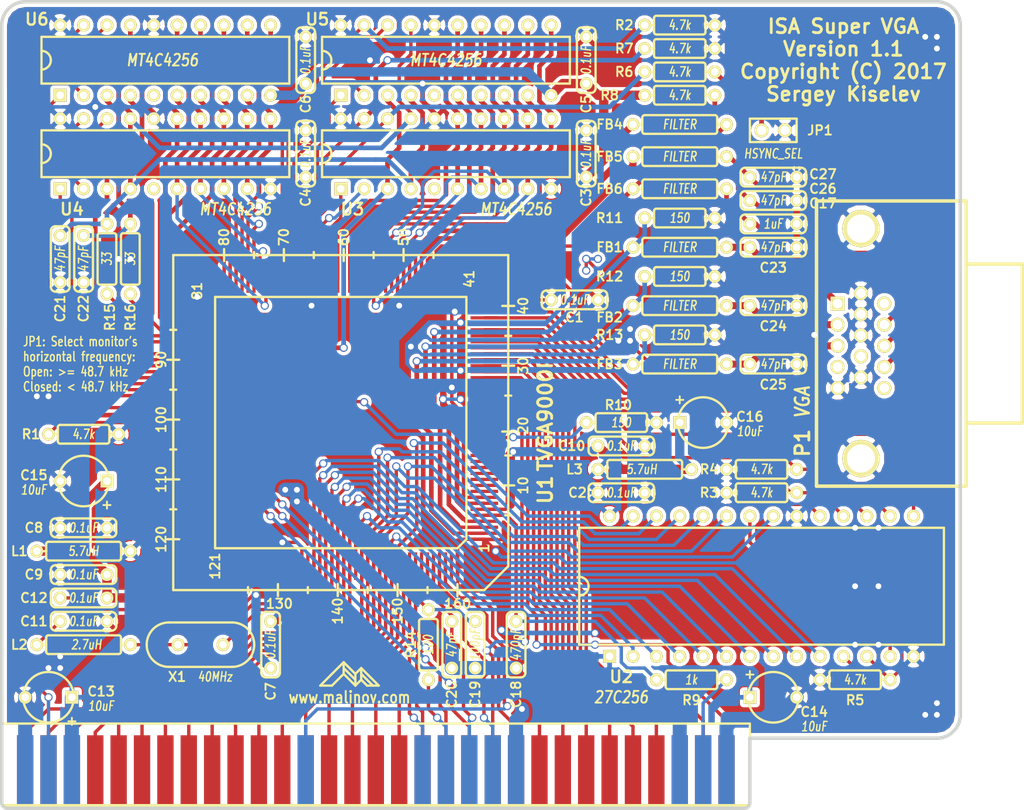
<source format=kicad_pcb>
(kicad_pcb (version 4) (host pcbnew 4.0.1-stable)

  (general
    (links 283)
    (no_connects 0)
    (area 101.193599 46.799499 212.915501 134.810501)
    (thickness 1.6002)
    (drawings 29)
    (tracks 1898)
    (zones 0)
    (modules 62)
    (nets 154)
  )

  (page User 279.4 215.9)
  (title_block
    (date "6 apr 2013")
  )

  (layers
    (0 Front signal)
    (31 Back signal)
    (32 B.Adhes user)
    (33 F.Adhes user)
    (34 B.Paste user)
    (35 F.Paste user)
    (36 B.SilkS user)
    (37 F.SilkS user)
    (38 B.Mask user)
    (39 F.Mask user)
    (40 Dwgs.User user)
    (41 Cmts.User user)
    (42 Eco1.User user)
    (43 Eco2.User user)
    (44 Edge.Cuts user)
  )

  (setup
    (last_trace_width 0.762)
    (user_trace_width 0.50546)
    (user_trace_width 0.508)
    (user_trace_width 0.762)
    (user_trace_width 1.016)
    (user_trace_width 1.524)
    (trace_clearance 0.254)
    (zone_clearance 0.37846)
    (zone_45_only no)
    (trace_min 0.2032)
    (segment_width 0.381)
    (edge_width 0.381)
    (via_size 0.889)
    (via_drill 0.635)
    (via_min_size 0.889)
    (via_min_drill 0.508)
    (uvia_size 0.508)
    (uvia_drill 0.127)
    (uvias_allowed no)
    (uvia_min_size 0.508)
    (uvia_min_drill 0.127)
    (pcb_text_width 0.3048)
    (pcb_text_size 1.524 2.032)
    (mod_edge_width 0.381)
    (mod_text_size 1.524 1.524)
    (mod_text_width 0.3048)
    (pad_size 1.524 1.524)
    (pad_drill 0.8128)
    (pad_to_mask_clearance 0.254)
    (aux_axis_origin 0 0)
    (visible_elements 7FFFFFFF)
    (pcbplotparams
      (layerselection 0x000f0_80000001)
      (usegerberextensions true)
      (excludeedgelayer true)
      (linewidth 0.150000)
      (plotframeref false)
      (viasonmask false)
      (mode 1)
      (useauxorigin false)
      (hpglpennumber 1)
      (hpglpenspeed 20)
      (hpglpendiameter 15)
      (hpglpenoverlay 0)
      (psnegative false)
      (psa4output false)
      (plotreference true)
      (plotvalue true)
      (plotinvisibletext false)
      (padsonsilk false)
      (subtractmaskfromsilk false)
      (outputformat 1)
      (mirror false)
      (drillshape 0)
      (scaleselection 1)
      (outputdirectory gerber))
  )

  (net 0 "")
  (net 1 /A0)
  (net 2 /A1)
  (net 3 /A10)
  (net 4 /A11)
  (net 5 /A12)
  (net 6 /A13)
  (net 7 /A14)
  (net 8 /A15)
  (net 9 /A16)
  (net 10 /A17)
  (net 11 /A18)
  (net 12 /A19)
  (net 13 /A2)
  (net 14 /A3)
  (net 15 /A4)
  (net 16 /A5)
  (net 17 /A6)
  (net 18 /A7)
  (net 19 /A8)
  (net 20 /A9)
  (net 21 /AEN)
  (net 22 /AVDD1)
  (net 23 /AVDD2)
  (net 24 /B)
  (net 25 /BLUE)
  (net 26 /D0)
  (net 27 /D1)
  (net 28 /D2)
  (net 29 /D3)
  (net 30 /D4)
  (net 31 /D5)
  (net 32 /D6)
  (net 33 /D7)
  (net 34 /G)
  (net 35 /GREEN)
  (net 36 /HSYNC)
  (net 37 /IOCHRDY)
  (net 38 /MAA0)
  (net 39 /MAA1)
  (net 40 /MAA2)
  (net 41 /MAA3)
  (net 42 /MAA4)
  (net 43 /MAA5)
  (net 44 /MAA6)
  (net 45 /MAA7)
  (net 46 /MAA8)
  (net 47 /MAB0)
  (net 48 /MAB1)
  (net 49 /MAB2)
  (net 50 /MAB3)
  (net 51 /MAB4)
  (net 52 /MAB5)
  (net 53 /MAB6)
  (net 54 /MAB7)
  (net 55 /MAB8)
  (net 56 /MD0)
  (net 57 /MD1)
  (net 58 /MD16)
  (net 59 /MD17)
  (net 60 /MD18)
  (net 61 /MD19)
  (net 62 /MD2)
  (net 63 /MD20)
  (net 64 /MD21)
  (net 65 /MD22)
  (net 66 /MD23)
  (net 67 /MD3)
  (net 68 /MD4)
  (net 69 /MD5)
  (net 70 /MD6)
  (net 71 /MD7)
  (net 72 /MONITOR)
  (net 73 /OSC)
  (net 74 /R)
  (net 75 /RED)
  (net 76 /RESET)
  (net 77 /RMD0)
  (net 78 /RMD1)
  (net 79 /RMD2)
  (net 80 /RMD3)
  (net 81 /RMD4)
  (net 82 /RMD5)
  (net 83 /RMD6)
  (net 84 /RMD7)
  (net 85 /ROMA0)
  (net 86 /VSYNC)
  (net 87 /~CAS)
  (net 88 /~IOR)
  (net 89 /~IOW)
  (net 90 /~MEMR)
  (net 91 /~MEMW)
  (net 92 /~NMI)
  (net 93 /~RAS)
  (net 94 /~REFRESH)
  (net 95 /~ROMCS)
  (net 96 /~WE0)
  (net 97 /~WE2)
  (net 98 GND)
  (net 99 VCC)
  (net 100 "Net-(C11-Pad1)")
  (net 101 "Net-(C12-Pad2)")
  (net 102 "Net-(C17-Pad1)")
  (net 103 "Net-(C18-Pad1)")
  (net 104 "Net-(C19-Pad1)")
  (net 105 "Net-(C26-Pad1)")
  (net 106 "Net-(C27-Pad1)")
  (net 107 "Net-(JP1-Pad1)")
  (net 108 "Net-(L2-Pad2)")
  (net 109 "Net-(P1-Pad4)")
  (net 110 "Net-(P1-Pad9)")
  (net 111 "Net-(P1-Pad11)")
  (net 112 "Net-(P1-Pad15)")
  (net 113 "Net-(R1-Pad1)")
  (net 114 "Net-(R15-Pad1)")
  (net 115 "Net-(R16-Pad1)")
  (net 116 "Net-(U1-Pad9)")
  (net 117 "Net-(U1-Pad10)")
  (net 118 "Net-(U1-Pad11)")
  (net 119 "Net-(U1-Pad12)")
  (net 120 "Net-(U1-Pad14)")
  (net 121 "Net-(U1-Pad15)")
  (net 122 "Net-(U1-Pad16)")
  (net 123 "Net-(U1-Pad17)")
  (net 124 "Net-(U1-Pad20)")
  (net 125 "Net-(U1-Pad99)")
  (net 126 "Net-(U1-Pad100)")
  (net 127 "Net-(U1-Pad103)")
  (net 128 "Net-(U1-Pad104)")
  (net 129 "Net-(U1-Pad105)")
  (net 130 "Net-(U1-Pad106)")
  (net 131 "Net-(U1-Pad107)")
  (net 132 "Net-(U1-Pad108)")
  (net 133 "Net-(U1-Pad109)")
  (net 134 "Net-(U1-Pad110)")
  (net 135 "Net-(U1-Pad111)")
  (net 136 "Net-(U1-Pad112)")
  (net 137 "Net-(U1-Pad116)")
  (net 138 "Net-(U1-Pad117)")
  (net 139 "Net-(U1-Pad118)")
  (net 140 "Net-(U1-Pad119)")
  (net 141 "Net-(U1-Pad63)")
  (net 142 "Net-(U1-Pad44)")
  (net 143 "Net-(U1-Pad123)")
  (net 144 "Net-(U1-Pad127)")
  (net 145 "Net-(U1-Pad129)")
  (net 146 "Net-(U1-Pad132)")
  (net 147 "Net-(U1-Pad133)")
  (net 148 "Net-(U1-Pad159)")
  (net 149 "Net-(U3-Pad5)")
  (net 150 "Net-(U4-Pad5)")
  (net 151 "Net-(U5-Pad5)")
  (net 152 "Net-(U6-Pad5)")
  (net 153 "Net-(R10-Pad1)")

  (net_class Default "This is the default net class."
    (clearance 0.254)
    (trace_width 0.3683)
    (via_dia 0.889)
    (via_drill 0.635)
    (uvia_dia 0.508)
    (uvia_drill 0.127)
    (add_net /A0)
    (add_net /A1)
    (add_net /A10)
    (add_net /A11)
    (add_net /A12)
    (add_net /A13)
    (add_net /A14)
    (add_net /A15)
    (add_net /A16)
    (add_net /A17)
    (add_net /A18)
    (add_net /A19)
    (add_net /A2)
    (add_net /A3)
    (add_net /A4)
    (add_net /A5)
    (add_net /A6)
    (add_net /A7)
    (add_net /A8)
    (add_net /A9)
    (add_net /AEN)
    (add_net /AVDD1)
    (add_net /AVDD2)
    (add_net /B)
    (add_net /BLUE)
    (add_net /D0)
    (add_net /D1)
    (add_net /D2)
    (add_net /D3)
    (add_net /D4)
    (add_net /D5)
    (add_net /D6)
    (add_net /D7)
    (add_net /G)
    (add_net /GREEN)
    (add_net /HSYNC)
    (add_net /IOCHRDY)
    (add_net /MAA0)
    (add_net /MAA1)
    (add_net /MAA2)
    (add_net /MAA3)
    (add_net /MAA4)
    (add_net /MAA5)
    (add_net /MAA6)
    (add_net /MAA7)
    (add_net /MAA8)
    (add_net /MAB0)
    (add_net /MAB1)
    (add_net /MAB2)
    (add_net /MAB3)
    (add_net /MAB4)
    (add_net /MAB5)
    (add_net /MAB6)
    (add_net /MAB7)
    (add_net /MAB8)
    (add_net /MD0)
    (add_net /MD1)
    (add_net /MD16)
    (add_net /MD17)
    (add_net /MD18)
    (add_net /MD19)
    (add_net /MD2)
    (add_net /MD20)
    (add_net /MD21)
    (add_net /MD22)
    (add_net /MD23)
    (add_net /MD3)
    (add_net /MD4)
    (add_net /MD5)
    (add_net /MD6)
    (add_net /MD7)
    (add_net /MONITOR)
    (add_net /OSC)
    (add_net /R)
    (add_net /RED)
    (add_net /RESET)
    (add_net /RMD0)
    (add_net /RMD1)
    (add_net /RMD2)
    (add_net /RMD3)
    (add_net /RMD4)
    (add_net /RMD5)
    (add_net /RMD6)
    (add_net /RMD7)
    (add_net /ROMA0)
    (add_net /VSYNC)
    (add_net /~CAS)
    (add_net /~IOR)
    (add_net /~IOW)
    (add_net /~MEMR)
    (add_net /~MEMW)
    (add_net /~NMI)
    (add_net /~RAS)
    (add_net /~REFRESH)
    (add_net /~ROMCS)
    (add_net /~WE0)
    (add_net /~WE2)
    (add_net GND)
    (add_net "Net-(C11-Pad1)")
    (add_net "Net-(C12-Pad2)")
    (add_net "Net-(C17-Pad1)")
    (add_net "Net-(C18-Pad1)")
    (add_net "Net-(C19-Pad1)")
    (add_net "Net-(C26-Pad1)")
    (add_net "Net-(C27-Pad1)")
    (add_net "Net-(JP1-Pad1)")
    (add_net "Net-(L2-Pad2)")
    (add_net "Net-(P1-Pad11)")
    (add_net "Net-(P1-Pad15)")
    (add_net "Net-(P1-Pad4)")
    (add_net "Net-(P1-Pad9)")
    (add_net "Net-(R1-Pad1)")
    (add_net "Net-(R10-Pad1)")
    (add_net "Net-(R15-Pad1)")
    (add_net "Net-(R16-Pad1)")
    (add_net "Net-(U1-Pad10)")
    (add_net "Net-(U1-Pad100)")
    (add_net "Net-(U1-Pad103)")
    (add_net "Net-(U1-Pad104)")
    (add_net "Net-(U1-Pad105)")
    (add_net "Net-(U1-Pad106)")
    (add_net "Net-(U1-Pad107)")
    (add_net "Net-(U1-Pad108)")
    (add_net "Net-(U1-Pad109)")
    (add_net "Net-(U1-Pad11)")
    (add_net "Net-(U1-Pad110)")
    (add_net "Net-(U1-Pad111)")
    (add_net "Net-(U1-Pad112)")
    (add_net "Net-(U1-Pad116)")
    (add_net "Net-(U1-Pad117)")
    (add_net "Net-(U1-Pad118)")
    (add_net "Net-(U1-Pad119)")
    (add_net "Net-(U1-Pad12)")
    (add_net "Net-(U1-Pad123)")
    (add_net "Net-(U1-Pad127)")
    (add_net "Net-(U1-Pad129)")
    (add_net "Net-(U1-Pad132)")
    (add_net "Net-(U1-Pad133)")
    (add_net "Net-(U1-Pad14)")
    (add_net "Net-(U1-Pad15)")
    (add_net "Net-(U1-Pad159)")
    (add_net "Net-(U1-Pad16)")
    (add_net "Net-(U1-Pad17)")
    (add_net "Net-(U1-Pad20)")
    (add_net "Net-(U1-Pad44)")
    (add_net "Net-(U1-Pad63)")
    (add_net "Net-(U1-Pad9)")
    (add_net "Net-(U1-Pad99)")
    (add_net "Net-(U3-Pad5)")
    (add_net "Net-(U4-Pad5)")
    (add_net "Net-(U5-Pad5)")
    (add_net "Net-(U6-Pad5)")
    (add_net VCC)
  )

  (net_class Power ""
    (clearance 0.254)
    (trace_width 0.63246)
    (via_dia 0.889)
    (via_drill 0.635)
    (uvia_dia 0.508)
    (uvia_drill 0.127)
  )

  (module DIP28_600 (layer Front) (tedit 5110BF96) (tstamp 5090A301)
    (at 184.15 110.49)
    (descr "Module Dil 28 pins, pads ronds, e=600 mils")
    (tags DIL)
    (path /5A344E42)
    (fp_text reference U2 (at -15.24 9.8425) (layer F.SilkS)
      (effects (font (size 1.27 1.27) (thickness 0.254)))
    )
    (fp_text value 27C256 (at -15.24 12.065) (layer F.SilkS)
      (effects (font (size 1.27 1.016) (thickness 0.2032) italic))
    )
    (fp_arc (start -19.812 0) (end -18.796 0) (angle 90) (layer F.SilkS) (width 0.254))
    (fp_arc (start -19.812 0) (end -19.812 -1.016) (angle 90) (layer F.SilkS) (width 0.254))
    (fp_line (start -19.812 -6.35) (end 19.812 -6.35) (layer F.SilkS) (width 0.254))
    (fp_line (start 19.812 -6.35) (end 19.812 6.35) (layer F.SilkS) (width 0.254))
    (fp_line (start 19.812 6.35) (end -19.812 6.35) (layer F.SilkS) (width 0.254))
    (fp_line (start -19.812 6.35) (end -19.812 -6.35) (layer F.SilkS) (width 0.254))
    (pad 1 thru_hole rect (at -16.51 7.62) (size 1.397 1.397) (drill 0.8128) (layers *.Cu *.Mask F.SilkS)
      (net 99 VCC))
    (pad 2 thru_hole circle (at -13.97 7.62) (size 1.397 1.397) (drill 0.8128) (layers *.Cu *.Mask F.SilkS)
      (net 6 /A13))
    (pad 3 thru_hole circle (at -11.43 7.62) (size 1.397 1.397) (drill 0.8128) (layers *.Cu *.Mask F.SilkS)
      (net 19 /A8))
    (pad 4 thru_hole circle (at -8.89 7.62) (size 1.397 1.397) (drill 0.8128) (layers *.Cu *.Mask F.SilkS)
      (net 18 /A7))
    (pad 5 thru_hole circle (at -6.35 7.62) (size 1.397 1.397) (drill 0.8128) (layers *.Cu *.Mask F.SilkS)
      (net 17 /A6))
    (pad 6 thru_hole circle (at -3.81 7.62) (size 1.397 1.397) (drill 0.8128) (layers *.Cu *.Mask F.SilkS)
      (net 16 /A5))
    (pad 7 thru_hole circle (at -1.27 7.62) (size 1.397 1.397) (drill 0.8128) (layers *.Cu *.Mask F.SilkS)
      (net 15 /A4))
    (pad 8 thru_hole circle (at 1.27 7.62) (size 1.397 1.397) (drill 0.8128) (layers *.Cu *.Mask F.SilkS)
      (net 14 /A3))
    (pad 9 thru_hole circle (at 3.81 7.62) (size 1.397 1.397) (drill 0.8128) (layers *.Cu *.Mask F.SilkS)
      (net 13 /A2))
    (pad 10 thru_hole circle (at 6.35 7.62) (size 1.397 1.397) (drill 0.8128) (layers *.Cu *.Mask F.SilkS)
      (net 2 /A1))
    (pad 11 thru_hole circle (at 8.89 7.62) (size 1.397 1.397) (drill 0.8128) (layers *.Cu *.Mask F.SilkS)
      (net 77 /RMD0))
    (pad 12 thru_hole circle (at 11.43 7.62) (size 1.397 1.397) (drill 0.8128) (layers *.Cu *.Mask F.SilkS)
      (net 78 /RMD1))
    (pad 13 thru_hole circle (at 13.97 7.62) (size 1.397 1.397) (drill 0.8128) (layers *.Cu *.Mask F.SilkS)
      (net 79 /RMD2))
    (pad 14 thru_hole circle (at 16.51 7.62) (size 1.397 1.397) (drill 0.8128) (layers *.Cu *.Mask F.SilkS)
      (net 98 GND))
    (pad 15 thru_hole circle (at 16.51 -7.62) (size 1.397 1.397) (drill 0.8128) (layers *.Cu *.Mask F.SilkS)
      (net 80 /RMD3))
    (pad 16 thru_hole circle (at 13.97 -7.62) (size 1.397 1.397) (drill 0.8128) (layers *.Cu *.Mask F.SilkS)
      (net 81 /RMD4))
    (pad 17 thru_hole circle (at 11.43 -7.62) (size 1.397 1.397) (drill 0.8128) (layers *.Cu *.Mask F.SilkS)
      (net 82 /RMD5))
    (pad 18 thru_hole circle (at 8.89 -7.62) (size 1.397 1.397) (drill 0.8128) (layers *.Cu *.Mask F.SilkS)
      (net 83 /RMD6))
    (pad 19 thru_hole circle (at 6.35 -7.62) (size 1.397 1.397) (drill 0.8128) (layers *.Cu *.Mask F.SilkS)
      (net 84 /RMD7))
    (pad 20 thru_hole circle (at 3.81 -7.62) (size 1.397 1.397) (drill 0.8128) (layers *.Cu *.Mask F.SilkS)
      (net 98 GND))
    (pad 21 thru_hole circle (at 1.27 -7.62) (size 1.397 1.397) (drill 0.8128) (layers *.Cu *.Mask F.SilkS)
      (net 4 /A11))
    (pad 22 thru_hole circle (at -1.27 -7.62) (size 1.397 1.397) (drill 0.8128) (layers *.Cu *.Mask F.SilkS)
      (net 95 /~ROMCS))
    (pad 23 thru_hole circle (at -3.81 -7.62) (size 1.397 1.397) (drill 0.8128) (layers *.Cu *.Mask F.SilkS)
      (net 5 /A12))
    (pad 24 thru_hole circle (at -6.35 -7.62) (size 1.397 1.397) (drill 0.8128) (layers *.Cu *.Mask F.SilkS)
      (net 3 /A10))
    (pad 25 thru_hole circle (at -8.89 -7.62) (size 1.397 1.397) (drill 0.8128) (layers *.Cu *.Mask F.SilkS)
      (net 20 /A9))
    (pad 26 thru_hole circle (at -11.43 -7.62) (size 1.397 1.397) (drill 0.8128) (layers *.Cu *.Mask F.SilkS)
      (net 7 /A14))
    (pad 27 thru_hole circle (at -13.97 -7.62) (size 1.397 1.397) (drill 0.8128) (layers *.Cu *.Mask F.SilkS)
      (net 85 /ROMA0))
    (pad 28 thru_hole circle (at -16.51 -7.62) (size 1.397 1.397) (drill 0.8128) (layers *.Cu *.Mask F.SilkS)
      (net 99 VCC))
    (model dil/dil_28-w600.wrl
      (at (xyz 0 0 0))
      (scale (xyz 1 1 1))
      (rotate (xyz 0 0 0))
    )
  )

  (module Res_762 (layer Front) (tedit 5110BEF2) (tstamp 50FF491F)
    (at 113.03 74.93 90)
    (descr "Resitance 3 pas")
    (tags R)
    (path /5A38F469)
    (autoplace_cost180 10)
    (fp_text reference R15 (at -6.35 0.3175 90) (layer F.SilkS)
      (effects (font (size 1.016 1.016) (thickness 0.2032)))
    )
    (fp_text value 33 (at 0 0 90) (layer F.SilkS)
      (effects (font (size 1.016 0.762) (thickness 0.1524) italic))
    )
    (fp_line (start 2.54 1.016) (end -2.54 1.016) (layer F.SilkS) (width 0.254))
    (fp_line (start 2.794 -0.762) (end 2.794 0.762) (layer F.SilkS) (width 0.254))
    (fp_line (start -2.54 -1.016) (end 2.54 -1.016) (layer F.SilkS) (width 0.254))
    (fp_line (start -2.794 0.762) (end -2.794 -0.762) (layer F.SilkS) (width 0.254))
    (fp_arc (start 2.54 0.762) (end 2.794 0.762) (angle 90) (layer F.SilkS) (width 0.254))
    (fp_arc (start 2.54 -0.762) (end 2.54 -1.016) (angle 90) (layer F.SilkS) (width 0.254))
    (fp_arc (start -2.54 0.762) (end -2.54 1.016) (angle 90) (layer F.SilkS) (width 0.254))
    (fp_arc (start -2.54 -0.762) (end -2.794 -0.762) (angle 90) (layer F.SilkS) (width 0.254))
    (fp_line (start 2.794 0) (end 3.81 0) (layer F.SilkS) (width 0.254))
    (fp_line (start -3.81 0) (end -2.794 0) (layer F.SilkS) (width 0.254))
    (pad 1 thru_hole circle (at -3.81 0 90) (size 1.397 1.397) (drill 0.8128) (layers *.Cu *.Mask F.SilkS)
      (net 114 "Net-(R15-Pad1)"))
    (pad 2 thru_hole circle (at 3.81 0 90) (size 1.397 1.397) (drill 0.8128) (layers *.Cu *.Mask F.SilkS)
      (net 93 /~RAS))
    (model discret/resistor.wrl
      (at (xyz 0 0 0))
      (scale (xyz 0.3 0.3 0.3))
      (rotate (xyz 0 0 0))
    )
  )

  (module Res_762 (layer Front) (tedit 5110BBAD) (tstamp 50FF4921)
    (at 175.26 52.07)
    (descr "Resitance 3 pas")
    (tags R)
    (path /5A363B48)
    (autoplace_cost180 10)
    (fp_text reference R7 (at -6.0325 0) (layer F.SilkS)
      (effects (font (size 1.016 1.016) (thickness 0.2032)))
    )
    (fp_text value 4.7k (at 0 0) (layer F.SilkS)
      (effects (font (size 1.016 0.762) (thickness 0.1524) italic))
    )
    (fp_line (start 2.54 1.016) (end -2.54 1.016) (layer F.SilkS) (width 0.254))
    (fp_line (start 2.794 -0.762) (end 2.794 0.762) (layer F.SilkS) (width 0.254))
    (fp_line (start -2.54 -1.016) (end 2.54 -1.016) (layer F.SilkS) (width 0.254))
    (fp_line (start -2.794 0.762) (end -2.794 -0.762) (layer F.SilkS) (width 0.254))
    (fp_arc (start 2.54 0.762) (end 2.794 0.762) (angle 90) (layer F.SilkS) (width 0.254))
    (fp_arc (start 2.54 -0.762) (end 2.54 -1.016) (angle 90) (layer F.SilkS) (width 0.254))
    (fp_arc (start -2.54 0.762) (end -2.54 1.016) (angle 90) (layer F.SilkS) (width 0.254))
    (fp_arc (start -2.54 -0.762) (end -2.794 -0.762) (angle 90) (layer F.SilkS) (width 0.254))
    (fp_line (start 2.794 0) (end 3.81 0) (layer F.SilkS) (width 0.254))
    (fp_line (start -3.81 0) (end -2.794 0) (layer F.SilkS) (width 0.254))
    (pad 1 thru_hole circle (at -3.81 0) (size 1.397 1.397) (drill 0.8128) (layers *.Cu *.Mask F.SilkS)
      (net 67 /MD3))
    (pad 2 thru_hole circle (at 3.81 0) (size 1.397 1.397) (drill 0.8128) (layers *.Cu *.Mask F.SilkS)
      (net 98 GND))
    (model discret/resistor.wrl
      (at (xyz 0 0 0))
      (scale (xyz 0.3 0.3 0.3))
      (rotate (xyz 0 0 0))
    )
  )

  (module Res_762 (layer Front) (tedit 5110BFB2) (tstamp 50FF4923)
    (at 175.26 57.15 180)
    (descr "Resitance 3 pas")
    (tags R)
    (path /5A37754B)
    (autoplace_cost180 10)
    (fp_text reference R8 (at 7.62 0 180) (layer F.SilkS)
      (effects (font (size 1.016 1.016) (thickness 0.2032)))
    )
    (fp_text value 4.7k (at 0 0 180) (layer F.SilkS)
      (effects (font (size 1.016 0.762) (thickness 0.1524) italic))
    )
    (fp_line (start 2.54 1.016) (end -2.54 1.016) (layer F.SilkS) (width 0.254))
    (fp_line (start 2.794 -0.762) (end 2.794 0.762) (layer F.SilkS) (width 0.254))
    (fp_line (start -2.54 -1.016) (end 2.54 -1.016) (layer F.SilkS) (width 0.254))
    (fp_line (start -2.794 0.762) (end -2.794 -0.762) (layer F.SilkS) (width 0.254))
    (fp_arc (start 2.54 0.762) (end 2.794 0.762) (angle 90) (layer F.SilkS) (width 0.254))
    (fp_arc (start 2.54 -0.762) (end 2.54 -1.016) (angle 90) (layer F.SilkS) (width 0.254))
    (fp_arc (start -2.54 0.762) (end -2.54 1.016) (angle 90) (layer F.SilkS) (width 0.254))
    (fp_arc (start -2.54 -0.762) (end -2.794 -0.762) (angle 90) (layer F.SilkS) (width 0.254))
    (fp_line (start 2.794 0) (end 3.81 0) (layer F.SilkS) (width 0.254))
    (fp_line (start -3.81 0) (end -2.794 0) (layer F.SilkS) (width 0.254))
    (pad 1 thru_hole circle (at -3.81 0 180) (size 1.397 1.397) (drill 0.8128) (layers *.Cu *.Mask F.SilkS)
      (net 72 /MONITOR))
    (pad 2 thru_hole circle (at 3.81 0 180) (size 1.397 1.397) (drill 0.8128) (layers *.Cu *.Mask F.SilkS)
      (net 99 VCC))
    (model discret/resistor.wrl
      (at (xyz 0 0 0))
      (scale (xyz 0.3 0.3 0.3))
      (rotate (xyz 0 0 0))
    )
  )

  (module Res_762 (layer Front) (tedit 5110BE8A) (tstamp 50FF4925)
    (at 176.53 120.65 180)
    (descr "Resitance 3 pas")
    (tags R)
    (path /5A37B657)
    (autoplace_cost180 10)
    (fp_text reference R9 (at 0 -2.2225 180) (layer F.SilkS)
      (effects (font (size 1.016 1.016) (thickness 0.2032)))
    )
    (fp_text value 1k (at 0 0 180) (layer F.SilkS)
      (effects (font (size 1.016 0.762) (thickness 0.1524) italic))
    )
    (fp_line (start 2.54 1.016) (end -2.54 1.016) (layer F.SilkS) (width 0.254))
    (fp_line (start 2.794 -0.762) (end 2.794 0.762) (layer F.SilkS) (width 0.254))
    (fp_line (start -2.54 -1.016) (end 2.54 -1.016) (layer F.SilkS) (width 0.254))
    (fp_line (start -2.794 0.762) (end -2.794 -0.762) (layer F.SilkS) (width 0.254))
    (fp_arc (start 2.54 0.762) (end 2.794 0.762) (angle 90) (layer F.SilkS) (width 0.254))
    (fp_arc (start 2.54 -0.762) (end 2.54 -1.016) (angle 90) (layer F.SilkS) (width 0.254))
    (fp_arc (start -2.54 0.762) (end -2.54 1.016) (angle 90) (layer F.SilkS) (width 0.254))
    (fp_arc (start -2.54 -0.762) (end -2.794 -0.762) (angle 90) (layer F.SilkS) (width 0.254))
    (fp_line (start 2.794 0) (end 3.81 0) (layer F.SilkS) (width 0.254))
    (fp_line (start -3.81 0) (end -2.794 0) (layer F.SilkS) (width 0.254))
    (pad 1 thru_hole circle (at -3.81 0 180) (size 1.397 1.397) (drill 0.8128) (layers *.Cu *.Mask F.SilkS)
      (net 76 /RESET))
    (pad 2 thru_hole circle (at 3.81 0 180) (size 1.397 1.397) (drill 0.8128) (layers *.Cu *.Mask F.SilkS)
      (net 103 "Net-(C18-Pad1)"))
    (model discret/resistor.wrl
      (at (xyz 0 0 0))
      (scale (xyz 0.3 0.3 0.3))
      (rotate (xyz 0 0 0))
    )
  )

  (module Res_762 (layer Front) (tedit 5110BBAB) (tstamp 50FF4927)
    (at 175.26 54.61)
    (descr "Resitance 3 pas")
    (tags R)
    (path /5A366305)
    (autoplace_cost180 10)
    (fp_text reference R6 (at -6.0325 0) (layer F.SilkS)
      (effects (font (size 1.016 1.016) (thickness 0.2032)))
    )
    (fp_text value 4.7k (at 0 0) (layer F.SilkS)
      (effects (font (size 1.016 0.762) (thickness 0.1524) italic))
    )
    (fp_line (start 2.54 1.016) (end -2.54 1.016) (layer F.SilkS) (width 0.254))
    (fp_line (start 2.794 -0.762) (end 2.794 0.762) (layer F.SilkS) (width 0.254))
    (fp_line (start -2.54 -1.016) (end 2.54 -1.016) (layer F.SilkS) (width 0.254))
    (fp_line (start -2.794 0.762) (end -2.794 -0.762) (layer F.SilkS) (width 0.254))
    (fp_arc (start 2.54 0.762) (end 2.794 0.762) (angle 90) (layer F.SilkS) (width 0.254))
    (fp_arc (start 2.54 -0.762) (end 2.54 -1.016) (angle 90) (layer F.SilkS) (width 0.254))
    (fp_arc (start -2.54 0.762) (end -2.54 1.016) (angle 90) (layer F.SilkS) (width 0.254))
    (fp_arc (start -2.54 -0.762) (end -2.794 -0.762) (angle 90) (layer F.SilkS) (width 0.254))
    (fp_line (start 2.794 0) (end 3.81 0) (layer F.SilkS) (width 0.254))
    (fp_line (start -3.81 0) (end -2.794 0) (layer F.SilkS) (width 0.254))
    (pad 1 thru_hole circle (at -3.81 0) (size 1.397 1.397) (drill 0.8128) (layers *.Cu *.Mask F.SilkS)
      (net 62 /MD2))
    (pad 2 thru_hole circle (at 3.81 0) (size 1.397 1.397) (drill 0.8128) (layers *.Cu *.Mask F.SilkS)
      (net 107 "Net-(JP1-Pad1)"))
    (model discret/resistor.wrl
      (at (xyz 0 0 0))
      (scale (xyz 0.3 0.3 0.3))
      (rotate (xyz 0 0 0))
    )
  )

  (module Res_762 (layer Front) (tedit 5110BE80) (tstamp 50FF4929)
    (at 168.91 92.71)
    (descr "Resitance 3 pas")
    (tags R)
    (path /5A37DDB3)
    (autoplace_cost180 10)
    (fp_text reference R10 (at -0.3175 -1.905) (layer F.SilkS)
      (effects (font (size 1.016 1.016) (thickness 0.2032)))
    )
    (fp_text value 150 (at 0 0) (layer F.SilkS)
      (effects (font (size 1.016 0.762) (thickness 0.1524) italic))
    )
    (fp_line (start 2.54 1.016) (end -2.54 1.016) (layer F.SilkS) (width 0.254))
    (fp_line (start 2.794 -0.762) (end 2.794 0.762) (layer F.SilkS) (width 0.254))
    (fp_line (start -2.54 -1.016) (end 2.54 -1.016) (layer F.SilkS) (width 0.254))
    (fp_line (start -2.794 0.762) (end -2.794 -0.762) (layer F.SilkS) (width 0.254))
    (fp_arc (start 2.54 0.762) (end 2.794 0.762) (angle 90) (layer F.SilkS) (width 0.254))
    (fp_arc (start 2.54 -0.762) (end 2.54 -1.016) (angle 90) (layer F.SilkS) (width 0.254))
    (fp_arc (start -2.54 0.762) (end -2.54 1.016) (angle 90) (layer F.SilkS) (width 0.254))
    (fp_arc (start -2.54 -0.762) (end -2.794 -0.762) (angle 90) (layer F.SilkS) (width 0.254))
    (fp_line (start 2.794 0) (end 3.81 0) (layer F.SilkS) (width 0.254))
    (fp_line (start -3.81 0) (end -2.794 0) (layer F.SilkS) (width 0.254))
    (pad 1 thru_hole circle (at -3.81 0) (size 1.397 1.397) (drill 0.8128) (layers *.Cu *.Mask F.SilkS)
      (net 153 "Net-(R10-Pad1)"))
    (pad 2 thru_hole circle (at 3.81 0) (size 1.397 1.397) (drill 0.8128) (layers *.Cu *.Mask F.SilkS)
      (net 98 GND))
    (model discret/resistor.wrl
      (at (xyz 0 0 0))
      (scale (xyz 0.3 0.3 0.3))
      (rotate (xyz 0 0 0))
    )
  )

  (module Res_762 (layer Front) (tedit 515F9312) (tstamp 50FF492B)
    (at 175.26 70.485)
    (descr "Resitance 3 pas")
    (tags R)
    (path /5A37E330)
    (autoplace_cost180 10)
    (fp_text reference R11 (at -7.62 0) (layer F.SilkS)
      (effects (font (size 1.016 1.016) (thickness 0.2032)))
    )
    (fp_text value 150 (at 0 0) (layer F.SilkS)
      (effects (font (size 1.016 0.762) (thickness 0.1524) italic))
    )
    (fp_line (start 2.54 1.016) (end -2.54 1.016) (layer F.SilkS) (width 0.254))
    (fp_line (start 2.794 -0.762) (end 2.794 0.762) (layer F.SilkS) (width 0.254))
    (fp_line (start -2.54 -1.016) (end 2.54 -1.016) (layer F.SilkS) (width 0.254))
    (fp_line (start -2.794 0.762) (end -2.794 -0.762) (layer F.SilkS) (width 0.254))
    (fp_arc (start 2.54 0.762) (end 2.794 0.762) (angle 90) (layer F.SilkS) (width 0.254))
    (fp_arc (start 2.54 -0.762) (end 2.54 -1.016) (angle 90) (layer F.SilkS) (width 0.254))
    (fp_arc (start -2.54 0.762) (end -2.54 1.016) (angle 90) (layer F.SilkS) (width 0.254))
    (fp_arc (start -2.54 -0.762) (end -2.794 -0.762) (angle 90) (layer F.SilkS) (width 0.254))
    (fp_line (start 2.794 0) (end 3.81 0) (layer F.SilkS) (width 0.254))
    (fp_line (start -3.81 0) (end -2.794 0) (layer F.SilkS) (width 0.254))
    (pad 1 thru_hole circle (at -3.81 0) (size 1.397 1.397) (drill 0.8128) (layers *.Cu *.Mask F.SilkS)
      (net 74 /R))
    (pad 2 thru_hole circle (at 3.81 0) (size 1.397 1.397) (drill 0.8128) (layers *.Cu *.Mask F.SilkS)
      (net 98 GND))
    (model discret/resistor.wrl
      (at (xyz 0 0 0))
      (scale (xyz 0.3 0.3 0.3))
      (rotate (xyz 0 0 0))
    )
  )

  (module Res_762 (layer Front) (tedit 5110BFAC) (tstamp 50FF492D)
    (at 175.26 76.835)
    (descr "Resitance 3 pas")
    (tags R)
    (path /5A381032)
    (autoplace_cost180 10)
    (fp_text reference R12 (at -7.62 0) (layer F.SilkS)
      (effects (font (size 1.016 1.016) (thickness 0.2032)))
    )
    (fp_text value 150 (at 0 0) (layer F.SilkS)
      (effects (font (size 1.016 0.762) (thickness 0.1524) italic))
    )
    (fp_line (start 2.54 1.016) (end -2.54 1.016) (layer F.SilkS) (width 0.254))
    (fp_line (start 2.794 -0.762) (end 2.794 0.762) (layer F.SilkS) (width 0.254))
    (fp_line (start -2.54 -1.016) (end 2.54 -1.016) (layer F.SilkS) (width 0.254))
    (fp_line (start -2.794 0.762) (end -2.794 -0.762) (layer F.SilkS) (width 0.254))
    (fp_arc (start 2.54 0.762) (end 2.794 0.762) (angle 90) (layer F.SilkS) (width 0.254))
    (fp_arc (start 2.54 -0.762) (end 2.54 -1.016) (angle 90) (layer F.SilkS) (width 0.254))
    (fp_arc (start -2.54 0.762) (end -2.54 1.016) (angle 90) (layer F.SilkS) (width 0.254))
    (fp_arc (start -2.54 -0.762) (end -2.794 -0.762) (angle 90) (layer F.SilkS) (width 0.254))
    (fp_line (start 2.794 0) (end 3.81 0) (layer F.SilkS) (width 0.254))
    (fp_line (start -3.81 0) (end -2.794 0) (layer F.SilkS) (width 0.254))
    (pad 1 thru_hole circle (at -3.81 0) (size 1.397 1.397) (drill 0.8128) (layers *.Cu *.Mask F.SilkS)
      (net 34 /G))
    (pad 2 thru_hole circle (at 3.81 0) (size 1.397 1.397) (drill 0.8128) (layers *.Cu *.Mask F.SilkS)
      (net 98 GND))
    (model discret/resistor.wrl
      (at (xyz 0 0 0))
      (scale (xyz 0.3 0.3 0.3))
      (rotate (xyz 0 0 0))
    )
  )

  (module Res_762 (layer Front) (tedit 5110C676) (tstamp 510777B8)
    (at 175.26 83.185)
    (descr "Resitance 3 pas")
    (tags R)
    (path /5A38137E)
    (autoplace_cost180 10)
    (fp_text reference R13 (at -7.62 0) (layer F.SilkS)
      (effects (font (size 1.016 1.016) (thickness 0.2032)))
    )
    (fp_text value 150 (at 0 0) (layer F.SilkS)
      (effects (font (size 1.016 0.762) (thickness 0.1524) italic))
    )
    (fp_line (start 2.54 1.016) (end -2.54 1.016) (layer F.SilkS) (width 0.254))
    (fp_line (start 2.794 -0.762) (end 2.794 0.762) (layer F.SilkS) (width 0.254))
    (fp_line (start -2.54 -1.016) (end 2.54 -1.016) (layer F.SilkS) (width 0.254))
    (fp_line (start -2.794 0.762) (end -2.794 -0.762) (layer F.SilkS) (width 0.254))
    (fp_arc (start 2.54 0.762) (end 2.794 0.762) (angle 90) (layer F.SilkS) (width 0.254))
    (fp_arc (start 2.54 -0.762) (end 2.54 -1.016) (angle 90) (layer F.SilkS) (width 0.254))
    (fp_arc (start -2.54 0.762) (end -2.54 1.016) (angle 90) (layer F.SilkS) (width 0.254))
    (fp_arc (start -2.54 -0.762) (end -2.794 -0.762) (angle 90) (layer F.SilkS) (width 0.254))
    (fp_line (start 2.794 0) (end 3.81 0) (layer F.SilkS) (width 0.254))
    (fp_line (start -3.81 0) (end -2.794 0) (layer F.SilkS) (width 0.254))
    (pad 1 thru_hole circle (at -3.81 0) (size 1.397 1.397) (drill 0.8128) (layers *.Cu *.Mask F.SilkS)
      (net 24 /B))
    (pad 2 thru_hole circle (at 3.81 0) (size 1.397 1.397) (drill 0.8128) (layers *.Cu *.Mask F.SilkS)
      (net 98 GND))
    (model discret/resistor.wrl
      (at (xyz 0 0 0))
      (scale (xyz 0.3 0.3 0.3))
      (rotate (xyz 0 0 0))
    )
  )

  (module Res_762 (layer Front) (tedit 5110BEA0) (tstamp 51076DDC)
    (at 147.955 116.84 90)
    (descr "Resitance 3 pas")
    (tags R)
    (path /5A389B5E)
    (autoplace_cost180 10)
    (fp_text reference R14 (at 0 -1.905 90) (layer F.SilkS)
      (effects (font (size 1.016 1.016) (thickness 0.2032)))
    )
    (fp_text value 100 (at 0 0 90) (layer F.SilkS)
      (effects (font (size 1.016 0.762) (thickness 0.1524) italic))
    )
    (fp_line (start 2.54 1.016) (end -2.54 1.016) (layer F.SilkS) (width 0.254))
    (fp_line (start 2.794 -0.762) (end 2.794 0.762) (layer F.SilkS) (width 0.254))
    (fp_line (start -2.54 -1.016) (end 2.54 -1.016) (layer F.SilkS) (width 0.254))
    (fp_line (start -2.794 0.762) (end -2.794 -0.762) (layer F.SilkS) (width 0.254))
    (fp_arc (start 2.54 0.762) (end 2.794 0.762) (angle 90) (layer F.SilkS) (width 0.254))
    (fp_arc (start 2.54 -0.762) (end 2.54 -1.016) (angle 90) (layer F.SilkS) (width 0.254))
    (fp_arc (start -2.54 0.762) (end -2.54 1.016) (angle 90) (layer F.SilkS) (width 0.254))
    (fp_arc (start -2.54 -0.762) (end -2.794 -0.762) (angle 90) (layer F.SilkS) (width 0.254))
    (fp_line (start 2.794 0) (end 3.81 0) (layer F.SilkS) (width 0.254))
    (fp_line (start -3.81 0) (end -2.794 0) (layer F.SilkS) (width 0.254))
    (pad 1 thru_hole circle (at -3.81 0 90) (size 1.397 1.397) (drill 0.8128) (layers *.Cu *.Mask F.SilkS)
      (net 89 /~IOW))
    (pad 2 thru_hole circle (at 3.81 0 90) (size 1.397 1.397) (drill 0.8128) (layers *.Cu *.Mask F.SilkS)
      (net 104 "Net-(C19-Pad1)"))
    (model discret/resistor.wrl
      (at (xyz 0 0 0))
      (scale (xyz 0.3 0.3 0.3))
      (rotate (xyz 0 0 0))
    )
  )

  (module Res_762 (layer Front) (tedit 5110BEF4) (tstamp 50FF4933)
    (at 115.57 74.93 90)
    (descr "Resitance 3 pas")
    (tags R)
    (path /5A38F76A)
    (autoplace_cost180 10)
    (fp_text reference R16 (at -6.35 0 90) (layer F.SilkS)
      (effects (font (size 1.016 1.016) (thickness 0.2032)))
    )
    (fp_text value 33 (at 0 0 90) (layer F.SilkS)
      (effects (font (size 1.016 0.762) (thickness 0.1524) italic))
    )
    (fp_line (start 2.54 1.016) (end -2.54 1.016) (layer F.SilkS) (width 0.254))
    (fp_line (start 2.794 -0.762) (end 2.794 0.762) (layer F.SilkS) (width 0.254))
    (fp_line (start -2.54 -1.016) (end 2.54 -1.016) (layer F.SilkS) (width 0.254))
    (fp_line (start -2.794 0.762) (end -2.794 -0.762) (layer F.SilkS) (width 0.254))
    (fp_arc (start 2.54 0.762) (end 2.794 0.762) (angle 90) (layer F.SilkS) (width 0.254))
    (fp_arc (start 2.54 -0.762) (end 2.54 -1.016) (angle 90) (layer F.SilkS) (width 0.254))
    (fp_arc (start -2.54 0.762) (end -2.54 1.016) (angle 90) (layer F.SilkS) (width 0.254))
    (fp_arc (start -2.54 -0.762) (end -2.794 -0.762) (angle 90) (layer F.SilkS) (width 0.254))
    (fp_line (start 2.794 0) (end 3.81 0) (layer F.SilkS) (width 0.254))
    (fp_line (start -3.81 0) (end -2.794 0) (layer F.SilkS) (width 0.254))
    (pad 1 thru_hole circle (at -3.81 0 90) (size 1.397 1.397) (drill 0.8128) (layers *.Cu *.Mask F.SilkS)
      (net 115 "Net-(R16-Pad1)"))
    (pad 2 thru_hole circle (at 3.81 0 90) (size 1.397 1.397) (drill 0.8128) (layers *.Cu *.Mask F.SilkS)
      (net 87 /~CAS))
    (model discret/resistor.wrl
      (at (xyz 0 0 0))
      (scale (xyz 0.3 0.3 0.3))
      (rotate (xyz 0 0 0))
    )
  )

  (module Res_762 (layer Front) (tedit 5110BE8F) (tstamp 50FF4935)
    (at 194.31 120.65 180)
    (descr "Resitance 3 pas")
    (tags R)
    (path /5A3661E3)
    (autoplace_cost180 10)
    (fp_text reference R5 (at 0 -2.2225 180) (layer F.SilkS)
      (effects (font (size 1.016 1.016) (thickness 0.2032)))
    )
    (fp_text value 4.7k (at 0 0 180) (layer F.SilkS)
      (effects (font (size 1.016 0.762) (thickness 0.1524) italic))
    )
    (fp_line (start 2.54 1.016) (end -2.54 1.016) (layer F.SilkS) (width 0.254))
    (fp_line (start 2.794 -0.762) (end 2.794 0.762) (layer F.SilkS) (width 0.254))
    (fp_line (start -2.54 -1.016) (end 2.54 -1.016) (layer F.SilkS) (width 0.254))
    (fp_line (start -2.794 0.762) (end -2.794 -0.762) (layer F.SilkS) (width 0.254))
    (fp_arc (start 2.54 0.762) (end 2.794 0.762) (angle 90) (layer F.SilkS) (width 0.254))
    (fp_arc (start 2.54 -0.762) (end 2.54 -1.016) (angle 90) (layer F.SilkS) (width 0.254))
    (fp_arc (start -2.54 0.762) (end -2.54 1.016) (angle 90) (layer F.SilkS) (width 0.254))
    (fp_arc (start -2.54 -0.762) (end -2.794 -0.762) (angle 90) (layer F.SilkS) (width 0.254))
    (fp_line (start 2.794 0) (end 3.81 0) (layer F.SilkS) (width 0.254))
    (fp_line (start -3.81 0) (end -2.794 0) (layer F.SilkS) (width 0.254))
    (pad 1 thru_hole circle (at -3.81 0 180) (size 1.397 1.397) (drill 0.8128) (layers *.Cu *.Mask F.SilkS)
      (net 78 /RMD1))
    (pad 2 thru_hole circle (at 3.81 0 180) (size 1.397 1.397) (drill 0.8128) (layers *.Cu *.Mask F.SilkS)
      (net 98 GND))
    (model discret/resistor.wrl
      (at (xyz 0 0 0))
      (scale (xyz 0.3 0.3 0.3))
      (rotate (xyz 0 0 0))
    )
  )

  (module Res_762 (layer Front) (tedit 5110BDF9) (tstamp 50FF4939)
    (at 184.15 97.79 180)
    (descr "Resitance 3 pas")
    (tags R)
    (path /5A3660C1)
    (autoplace_cost180 10)
    (fp_text reference R4 (at 5.715 0 180) (layer F.SilkS)
      (effects (font (size 1.016 1.016) (thickness 0.2032)))
    )
    (fp_text value 4.7k (at 0 0 180) (layer F.SilkS)
      (effects (font (size 1.016 0.762) (thickness 0.1524) italic))
    )
    (fp_line (start 2.54 1.016) (end -2.54 1.016) (layer F.SilkS) (width 0.254))
    (fp_line (start 2.794 -0.762) (end 2.794 0.762) (layer F.SilkS) (width 0.254))
    (fp_line (start -2.54 -1.016) (end 2.54 -1.016) (layer F.SilkS) (width 0.254))
    (fp_line (start -2.794 0.762) (end -2.794 -0.762) (layer F.SilkS) (width 0.254))
    (fp_arc (start 2.54 0.762) (end 2.794 0.762) (angle 90) (layer F.SilkS) (width 0.254))
    (fp_arc (start 2.54 -0.762) (end 2.54 -1.016) (angle 90) (layer F.SilkS) (width 0.254))
    (fp_arc (start -2.54 0.762) (end -2.54 1.016) (angle 90) (layer F.SilkS) (width 0.254))
    (fp_arc (start -2.54 -0.762) (end -2.794 -0.762) (angle 90) (layer F.SilkS) (width 0.254))
    (fp_line (start 2.794 0) (end 3.81 0) (layer F.SilkS) (width 0.254))
    (fp_line (start -3.81 0) (end -2.794 0) (layer F.SilkS) (width 0.254))
    (pad 1 thru_hole circle (at -3.81 0 180) (size 1.397 1.397) (drill 0.8128) (layers *.Cu *.Mask F.SilkS)
      (net 81 /RMD4))
    (pad 2 thru_hole circle (at 3.81 0 180) (size 1.397 1.397) (drill 0.8128) (layers *.Cu *.Mask F.SilkS)
      (net 98 GND))
    (model discret/resistor.wrl
      (at (xyz 0 0 0))
      (scale (xyz 0.3 0.3 0.3))
      (rotate (xyz 0 0 0))
    )
  )

  (module Res_762 (layer Front) (tedit 5110BDFC) (tstamp 50FF493B)
    (at 184.15 100.33 180)
    (descr "Resitance 3 pas")
    (tags R)
    (path /5A365F60)
    (autoplace_cost180 10)
    (fp_text reference R3 (at 5.715 0 180) (layer F.SilkS)
      (effects (font (size 1.016 1.016) (thickness 0.2032)))
    )
    (fp_text value 4.7k (at 0 0 180) (layer F.SilkS)
      (effects (font (size 1.016 0.762) (thickness 0.1524) italic))
    )
    (fp_line (start 2.54 1.016) (end -2.54 1.016) (layer F.SilkS) (width 0.254))
    (fp_line (start 2.794 -0.762) (end 2.794 0.762) (layer F.SilkS) (width 0.254))
    (fp_line (start -2.54 -1.016) (end 2.54 -1.016) (layer F.SilkS) (width 0.254))
    (fp_line (start -2.794 0.762) (end -2.794 -0.762) (layer F.SilkS) (width 0.254))
    (fp_arc (start 2.54 0.762) (end 2.794 0.762) (angle 90) (layer F.SilkS) (width 0.254))
    (fp_arc (start 2.54 -0.762) (end 2.54 -1.016) (angle 90) (layer F.SilkS) (width 0.254))
    (fp_arc (start -2.54 0.762) (end -2.54 1.016) (angle 90) (layer F.SilkS) (width 0.254))
    (fp_arc (start -2.54 -0.762) (end -2.794 -0.762) (angle 90) (layer F.SilkS) (width 0.254))
    (fp_line (start 2.794 0) (end 3.81 0) (layer F.SilkS) (width 0.254))
    (fp_line (start -3.81 0) (end -2.794 0) (layer F.SilkS) (width 0.254))
    (pad 1 thru_hole circle (at -3.81 0 180) (size 1.397 1.397) (drill 0.8128) (layers *.Cu *.Mask F.SilkS)
      (net 83 /RMD6))
    (pad 2 thru_hole circle (at 3.81 0 180) (size 1.397 1.397) (drill 0.8128) (layers *.Cu *.Mask F.SilkS)
      (net 98 GND))
    (model discret/resistor.wrl
      (at (xyz 0 0 0))
      (scale (xyz 0.3 0.3 0.3))
      (rotate (xyz 0 0 0))
    )
  )

  (module Res_762 (layer Front) (tedit 5110BBAF) (tstamp 50FF493D)
    (at 175.26 49.53)
    (descr "Resitance 3 pas")
    (tags R)
    (path /5A365E46)
    (autoplace_cost180 10)
    (fp_text reference R2 (at -6.0325 0) (layer F.SilkS)
      (effects (font (size 1.016 1.016) (thickness 0.2032)))
    )
    (fp_text value 4.7k (at 0 0) (layer F.SilkS)
      (effects (font (size 1.016 0.762) (thickness 0.1524) italic))
    )
    (fp_line (start 2.54 1.016) (end -2.54 1.016) (layer F.SilkS) (width 0.254))
    (fp_line (start 2.794 -0.762) (end 2.794 0.762) (layer F.SilkS) (width 0.254))
    (fp_line (start -2.54 -1.016) (end 2.54 -1.016) (layer F.SilkS) (width 0.254))
    (fp_line (start -2.794 0.762) (end -2.794 -0.762) (layer F.SilkS) (width 0.254))
    (fp_arc (start 2.54 0.762) (end 2.794 0.762) (angle 90) (layer F.SilkS) (width 0.254))
    (fp_arc (start 2.54 -0.762) (end 2.54 -1.016) (angle 90) (layer F.SilkS) (width 0.254))
    (fp_arc (start -2.54 0.762) (end -2.54 1.016) (angle 90) (layer F.SilkS) (width 0.254))
    (fp_arc (start -2.54 -0.762) (end -2.794 -0.762) (angle 90) (layer F.SilkS) (width 0.254))
    (fp_line (start 2.794 0) (end 3.81 0) (layer F.SilkS) (width 0.254))
    (fp_line (start -3.81 0) (end -2.794 0) (layer F.SilkS) (width 0.254))
    (pad 1 thru_hole circle (at -3.81 0) (size 1.397 1.397) (drill 0.8128) (layers *.Cu *.Mask F.SilkS)
      (net 71 /MD7))
    (pad 2 thru_hole circle (at 3.81 0) (size 1.397 1.397) (drill 0.8128) (layers *.Cu *.Mask F.SilkS)
      (net 98 GND))
    (model discret/resistor.wrl
      (at (xyz 0 0 0))
      (scale (xyz 0.3 0.3 0.3))
      (rotate (xyz 0 0 0))
    )
  )

  (module Res_762 (layer Front) (tedit 5110BECB) (tstamp 50FF493F)
    (at 110.49 93.98)
    (descr "Resitance 3 pas")
    (tags R)
    (path /5A3605A1)
    (autoplace_cost180 10)
    (fp_text reference R1 (at -5.715 0) (layer F.SilkS)
      (effects (font (size 1.016 1.016) (thickness 0.2032)))
    )
    (fp_text value 4.7k (at 0 0) (layer F.SilkS)
      (effects (font (size 1.016 0.762) (thickness 0.1524) italic))
    )
    (fp_line (start 2.54 1.016) (end -2.54 1.016) (layer F.SilkS) (width 0.254))
    (fp_line (start 2.794 -0.762) (end 2.794 0.762) (layer F.SilkS) (width 0.254))
    (fp_line (start -2.54 -1.016) (end 2.54 -1.016) (layer F.SilkS) (width 0.254))
    (fp_line (start -2.794 0.762) (end -2.794 -0.762) (layer F.SilkS) (width 0.254))
    (fp_arc (start 2.54 0.762) (end 2.794 0.762) (angle 90) (layer F.SilkS) (width 0.254))
    (fp_arc (start 2.54 -0.762) (end 2.54 -1.016) (angle 90) (layer F.SilkS) (width 0.254))
    (fp_arc (start -2.54 0.762) (end -2.54 1.016) (angle 90) (layer F.SilkS) (width 0.254))
    (fp_arc (start -2.54 -0.762) (end -2.794 -0.762) (angle 90) (layer F.SilkS) (width 0.254))
    (fp_line (start 2.794 0) (end 3.81 0) (layer F.SilkS) (width 0.254))
    (fp_line (start -3.81 0) (end -2.794 0) (layer F.SilkS) (width 0.254))
    (pad 1 thru_hole circle (at -3.81 0) (size 1.397 1.397) (drill 0.8128) (layers *.Cu *.Mask F.SilkS)
      (net 113 "Net-(R1-Pad1)"))
    (pad 2 thru_hole circle (at 3.81 0) (size 1.397 1.397) (drill 0.8128) (layers *.Cu *.Mask F.SilkS)
      (net 99 VCC))
    (model discret/resistor.wrl
      (at (xyz 0 0 0))
      (scale (xyz 0.3 0.3 0.3))
      (rotate (xyz 0 0 0))
    )
  )

  (module DIP20_300 (layer Front) (tedit 5110BF45) (tstamp 50FF4943)
    (at 149.86 53.34)
    (descr "20 pins DIL package, round pads")
    (tags DIL)
    (path /50FB0E30)
    (fp_text reference U5 (at -13.97 -4.445) (layer F.SilkS)
      (effects (font (size 1.27 1.27) (thickness 0.254)))
    )
    (fp_text value MT4C4256 (at 0 0) (layer F.SilkS)
      (effects (font (size 1.27 1.016) (thickness 0.2032) italic))
    )
    (fp_arc (start -13.462 0) (end -12.446 0) (angle 90) (layer F.SilkS) (width 0.254))
    (fp_arc (start -13.462 0) (end -13.462 -1.016) (angle 90) (layer F.SilkS) (width 0.254))
    (fp_line (start -13.462 -2.54) (end 13.462 -2.54) (layer F.SilkS) (width 0.254))
    (fp_line (start 13.462 -2.54) (end 13.462 2.54) (layer F.SilkS) (width 0.254))
    (fp_line (start 13.462 2.54) (end -13.462 2.54) (layer F.SilkS) (width 0.254))
    (fp_line (start -13.462 2.54) (end -13.462 -2.54) (layer F.SilkS) (width 0.254))
    (pad 1 thru_hole rect (at -11.43 3.81) (size 1.397 1.397) (drill 0.8128) (layers *.Cu *.Mask F.SilkS)
      (net 68 /MD4))
    (pad 2 thru_hole circle (at -8.89 3.81) (size 1.397 1.397) (drill 0.8128) (layers *.Cu *.Mask F.SilkS)
      (net 69 /MD5))
    (pad 3 thru_hole circle (at -6.35 3.81) (size 1.397 1.397) (drill 0.8128) (layers *.Cu *.Mask F.SilkS)
      (net 96 /~WE0))
    (pad 4 thru_hole circle (at -3.81 3.81) (size 1.397 1.397) (drill 0.8128) (layers *.Cu *.Mask F.SilkS)
      (net 93 /~RAS))
    (pad 5 thru_hole circle (at -1.27 3.81) (size 1.397 1.397) (drill 0.8128) (layers *.Cu *.Mask F.SilkS)
      (net 151 "Net-(U5-Pad5)"))
    (pad 6 thru_hole circle (at 1.27 3.81) (size 1.397 1.397) (drill 0.8128) (layers *.Cu *.Mask F.SilkS)
      (net 38 /MAA0))
    (pad 7 thru_hole circle (at 3.81 3.81) (size 1.397 1.397) (drill 0.8128) (layers *.Cu *.Mask F.SilkS)
      (net 39 /MAA1))
    (pad 8 thru_hole circle (at 6.35 3.81) (size 1.397 1.397) (drill 0.8128) (layers *.Cu *.Mask F.SilkS)
      (net 40 /MAA2))
    (pad 9 thru_hole circle (at 8.89 3.81) (size 1.397 1.397) (drill 0.8128) (layers *.Cu *.Mask F.SilkS)
      (net 41 /MAA3))
    (pad 10 thru_hole circle (at 11.43 3.81) (size 1.397 1.397) (drill 0.8128) (layers *.Cu *.Mask F.SilkS)
      (net 99 VCC))
    (pad 11 thru_hole circle (at 11.43 -3.81) (size 1.397 1.397) (drill 0.8128) (layers *.Cu *.Mask F.SilkS)
      (net 42 /MAA4))
    (pad 12 thru_hole circle (at 8.89 -3.81) (size 1.397 1.397) (drill 0.8128) (layers *.Cu *.Mask F.SilkS)
      (net 43 /MAA5))
    (pad 13 thru_hole circle (at 6.35 -3.81) (size 1.397 1.397) (drill 0.8128) (layers *.Cu *.Mask F.SilkS)
      (net 44 /MAA6))
    (pad 14 thru_hole circle (at 3.81 -3.81) (size 1.397 1.397) (drill 0.8128) (layers *.Cu *.Mask F.SilkS)
      (net 45 /MAA7))
    (pad 15 thru_hole circle (at 1.27 -3.81) (size 1.397 1.397) (drill 0.8128) (layers *.Cu *.Mask F.SilkS)
      (net 46 /MAA8))
    (pad 16 thru_hole circle (at -1.27 -3.81) (size 1.397 1.397) (drill 0.8128) (layers *.Cu *.Mask F.SilkS)
      (net 98 GND))
    (pad 17 thru_hole circle (at -3.81 -3.81) (size 1.397 1.397) (drill 0.8128) (layers *.Cu *.Mask F.SilkS)
      (net 87 /~CAS))
    (pad 18 thru_hole circle (at -6.35 -3.81) (size 1.397 1.397) (drill 0.8128) (layers *.Cu *.Mask F.SilkS)
      (net 70 /MD6))
    (pad 19 thru_hole circle (at -8.89 -3.81) (size 1.397 1.397) (drill 0.8128) (layers *.Cu *.Mask F.SilkS)
      (net 71 /MD7))
    (pad 20 thru_hole circle (at -11.43 -3.81) (size 1.397 1.397) (drill 0.8128) (layers *.Cu *.Mask F.SilkS)
      (net 98 GND))
    (model dil/dil_20.wrl
      (at (xyz 0 0 0))
      (scale (xyz 1 1 1))
      (rotate (xyz 0 0 0))
    )
  )

  (module DIP20_300 (layer Front) (tedit 5110BF41) (tstamp 50FF4945)
    (at 119.38 53.34)
    (descr "20 pins DIL package, round pads")
    (tags DIL)
    (path /50FB0E37)
    (fp_text reference U6 (at -13.97 -4.445) (layer F.SilkS)
      (effects (font (size 1.27 1.27) (thickness 0.254)))
    )
    (fp_text value MT4C4256 (at -0.3175 0) (layer F.SilkS)
      (effects (font (size 1.27 1.016) (thickness 0.2032) italic))
    )
    (fp_arc (start -13.462 0) (end -12.446 0) (angle 90) (layer F.SilkS) (width 0.254))
    (fp_arc (start -13.462 0) (end -13.462 -1.016) (angle 90) (layer F.SilkS) (width 0.254))
    (fp_line (start -13.462 -2.54) (end 13.462 -2.54) (layer F.SilkS) (width 0.254))
    (fp_line (start 13.462 -2.54) (end 13.462 2.54) (layer F.SilkS) (width 0.254))
    (fp_line (start 13.462 2.54) (end -13.462 2.54) (layer F.SilkS) (width 0.254))
    (fp_line (start -13.462 2.54) (end -13.462 -2.54) (layer F.SilkS) (width 0.254))
    (pad 1 thru_hole rect (at -11.43 3.81) (size 1.397 1.397) (drill 0.8128) (layers *.Cu *.Mask F.SilkS)
      (net 63 /MD20))
    (pad 2 thru_hole circle (at -8.89 3.81) (size 1.397 1.397) (drill 0.8128) (layers *.Cu *.Mask F.SilkS)
      (net 64 /MD21))
    (pad 3 thru_hole circle (at -6.35 3.81) (size 1.397 1.397) (drill 0.8128) (layers *.Cu *.Mask F.SilkS)
      (net 97 /~WE2))
    (pad 4 thru_hole circle (at -3.81 3.81) (size 1.397 1.397) (drill 0.8128) (layers *.Cu *.Mask F.SilkS)
      (net 93 /~RAS))
    (pad 5 thru_hole circle (at -1.27 3.81) (size 1.397 1.397) (drill 0.8128) (layers *.Cu *.Mask F.SilkS)
      (net 152 "Net-(U6-Pad5)"))
    (pad 6 thru_hole circle (at 1.27 3.81) (size 1.397 1.397) (drill 0.8128) (layers *.Cu *.Mask F.SilkS)
      (net 47 /MAB0))
    (pad 7 thru_hole circle (at 3.81 3.81) (size 1.397 1.397) (drill 0.8128) (layers *.Cu *.Mask F.SilkS)
      (net 48 /MAB1))
    (pad 8 thru_hole circle (at 6.35 3.81) (size 1.397 1.397) (drill 0.8128) (layers *.Cu *.Mask F.SilkS)
      (net 49 /MAB2))
    (pad 9 thru_hole circle (at 8.89 3.81) (size 1.397 1.397) (drill 0.8128) (layers *.Cu *.Mask F.SilkS)
      (net 50 /MAB3))
    (pad 10 thru_hole circle (at 11.43 3.81) (size 1.397 1.397) (drill 0.8128) (layers *.Cu *.Mask F.SilkS)
      (net 99 VCC))
    (pad 11 thru_hole circle (at 11.43 -3.81) (size 1.397 1.397) (drill 0.8128) (layers *.Cu *.Mask F.SilkS)
      (net 51 /MAB4))
    (pad 12 thru_hole circle (at 8.89 -3.81) (size 1.397 1.397) (drill 0.8128) (layers *.Cu *.Mask F.SilkS)
      (net 52 /MAB5))
    (pad 13 thru_hole circle (at 6.35 -3.81) (size 1.397 1.397) (drill 0.8128) (layers *.Cu *.Mask F.SilkS)
      (net 53 /MAB6))
    (pad 14 thru_hole circle (at 3.81 -3.81) (size 1.397 1.397) (drill 0.8128) (layers *.Cu *.Mask F.SilkS)
      (net 54 /MAB7))
    (pad 15 thru_hole circle (at 1.27 -3.81) (size 1.397 1.397) (drill 0.8128) (layers *.Cu *.Mask F.SilkS)
      (net 55 /MAB8))
    (pad 16 thru_hole circle (at -1.27 -3.81) (size 1.397 1.397) (drill 0.8128) (layers *.Cu *.Mask F.SilkS)
      (net 98 GND))
    (pad 17 thru_hole circle (at -3.81 -3.81) (size 1.397 1.397) (drill 0.8128) (layers *.Cu *.Mask F.SilkS)
      (net 87 /~CAS))
    (pad 18 thru_hole circle (at -6.35 -3.81) (size 1.397 1.397) (drill 0.8128) (layers *.Cu *.Mask F.SilkS)
      (net 65 /MD22))
    (pad 19 thru_hole circle (at -8.89 -3.81) (size 1.397 1.397) (drill 0.8128) (layers *.Cu *.Mask F.SilkS)
      (net 66 /MD23))
    (pad 20 thru_hole circle (at -11.43 -3.81) (size 1.397 1.397) (drill 0.8128) (layers *.Cu *.Mask F.SilkS)
      (net 98 GND))
    (model dil/dil_20.wrl
      (at (xyz 0 0 0))
      (scale (xyz 1 1 1))
      (rotate (xyz 0 0 0))
    )
  )

  (module DIP20_300 (layer Front) (tedit 5110BF51) (tstamp 50FF4947)
    (at 149.86 63.5)
    (descr "20 pins DIL package, round pads")
    (tags DIL)
    (path /50FB0E34)
    (fp_text reference U3 (at -10.16 6.0325) (layer F.SilkS)
      (effects (font (size 1.27 1.27) (thickness 0.254)))
    )
    (fp_text value MT4C4256 (at 7.62 6.0325) (layer F.SilkS)
      (effects (font (size 1.27 1.016) (thickness 0.2032) italic))
    )
    (fp_arc (start -13.462 0) (end -12.446 0) (angle 90) (layer F.SilkS) (width 0.254))
    (fp_arc (start -13.462 0) (end -13.462 -1.016) (angle 90) (layer F.SilkS) (width 0.254))
    (fp_line (start -13.462 -2.54) (end 13.462 -2.54) (layer F.SilkS) (width 0.254))
    (fp_line (start 13.462 -2.54) (end 13.462 2.54) (layer F.SilkS) (width 0.254))
    (fp_line (start 13.462 2.54) (end -13.462 2.54) (layer F.SilkS) (width 0.254))
    (fp_line (start -13.462 2.54) (end -13.462 -2.54) (layer F.SilkS) (width 0.254))
    (pad 1 thru_hole rect (at -11.43 3.81) (size 1.397 1.397) (drill 0.8128) (layers *.Cu *.Mask F.SilkS)
      (net 56 /MD0))
    (pad 2 thru_hole circle (at -8.89 3.81) (size 1.397 1.397) (drill 0.8128) (layers *.Cu *.Mask F.SilkS)
      (net 57 /MD1))
    (pad 3 thru_hole circle (at -6.35 3.81) (size 1.397 1.397) (drill 0.8128) (layers *.Cu *.Mask F.SilkS)
      (net 96 /~WE0))
    (pad 4 thru_hole circle (at -3.81 3.81) (size 1.397 1.397) (drill 0.8128) (layers *.Cu *.Mask F.SilkS)
      (net 93 /~RAS))
    (pad 5 thru_hole circle (at -1.27 3.81) (size 1.397 1.397) (drill 0.8128) (layers *.Cu *.Mask F.SilkS)
      (net 149 "Net-(U3-Pad5)"))
    (pad 6 thru_hole circle (at 1.27 3.81) (size 1.397 1.397) (drill 0.8128) (layers *.Cu *.Mask F.SilkS)
      (net 38 /MAA0))
    (pad 7 thru_hole circle (at 3.81 3.81) (size 1.397 1.397) (drill 0.8128) (layers *.Cu *.Mask F.SilkS)
      (net 39 /MAA1))
    (pad 8 thru_hole circle (at 6.35 3.81) (size 1.397 1.397) (drill 0.8128) (layers *.Cu *.Mask F.SilkS)
      (net 40 /MAA2))
    (pad 9 thru_hole circle (at 8.89 3.81) (size 1.397 1.397) (drill 0.8128) (layers *.Cu *.Mask F.SilkS)
      (net 41 /MAA3))
    (pad 10 thru_hole circle (at 11.43 3.81) (size 1.397 1.397) (drill 0.8128) (layers *.Cu *.Mask F.SilkS)
      (net 99 VCC))
    (pad 11 thru_hole circle (at 11.43 -3.81) (size 1.397 1.397) (drill 0.8128) (layers *.Cu *.Mask F.SilkS)
      (net 42 /MAA4))
    (pad 12 thru_hole circle (at 8.89 -3.81) (size 1.397 1.397) (drill 0.8128) (layers *.Cu *.Mask F.SilkS)
      (net 43 /MAA5))
    (pad 13 thru_hole circle (at 6.35 -3.81) (size 1.397 1.397) (drill 0.8128) (layers *.Cu *.Mask F.SilkS)
      (net 44 /MAA6))
    (pad 14 thru_hole circle (at 3.81 -3.81) (size 1.397 1.397) (drill 0.8128) (layers *.Cu *.Mask F.SilkS)
      (net 45 /MAA7))
    (pad 15 thru_hole circle (at 1.27 -3.81) (size 1.397 1.397) (drill 0.8128) (layers *.Cu *.Mask F.SilkS)
      (net 46 /MAA8))
    (pad 16 thru_hole circle (at -1.27 -3.81) (size 1.397 1.397) (drill 0.8128) (layers *.Cu *.Mask F.SilkS)
      (net 98 GND))
    (pad 17 thru_hole circle (at -3.81 -3.81) (size 1.397 1.397) (drill 0.8128) (layers *.Cu *.Mask F.SilkS)
      (net 87 /~CAS))
    (pad 18 thru_hole circle (at -6.35 -3.81) (size 1.397 1.397) (drill 0.8128) (layers *.Cu *.Mask F.SilkS)
      (net 62 /MD2))
    (pad 19 thru_hole circle (at -8.89 -3.81) (size 1.397 1.397) (drill 0.8128) (layers *.Cu *.Mask F.SilkS)
      (net 67 /MD3))
    (pad 20 thru_hole circle (at -11.43 -3.81) (size 1.397 1.397) (drill 0.8128) (layers *.Cu *.Mask F.SilkS)
      (net 98 GND))
    (model dil/dil_20.wrl
      (at (xyz 0 0 0))
      (scale (xyz 1 1 1))
      (rotate (xyz 0 0 0))
    )
  )

  (module DIP20_300 (layer Front) (tedit 5110BF4C) (tstamp 50FF4949)
    (at 119.38 63.5)
    (descr "20 pins DIL package, round pads")
    (tags DIL)
    (path /50FB0E3A)
    (fp_text reference U4 (at -10.16 6.0325) (layer F.SilkS)
      (effects (font (size 1.27 1.27) (thickness 0.254)))
    )
    (fp_text value MT4C4256 (at 7.62 6.0325) (layer F.SilkS)
      (effects (font (size 1.27 1.016) (thickness 0.2032) italic))
    )
    (fp_arc (start -13.462 0) (end -12.446 0) (angle 90) (layer F.SilkS) (width 0.254))
    (fp_arc (start -13.462 0) (end -13.462 -1.016) (angle 90) (layer F.SilkS) (width 0.254))
    (fp_line (start -13.462 -2.54) (end 13.462 -2.54) (layer F.SilkS) (width 0.254))
    (fp_line (start 13.462 -2.54) (end 13.462 2.54) (layer F.SilkS) (width 0.254))
    (fp_line (start 13.462 2.54) (end -13.462 2.54) (layer F.SilkS) (width 0.254))
    (fp_line (start -13.462 2.54) (end -13.462 -2.54) (layer F.SilkS) (width 0.254))
    (pad 1 thru_hole rect (at -11.43 3.81) (size 1.397 1.397) (drill 0.8128) (layers *.Cu *.Mask F.SilkS)
      (net 58 /MD16))
    (pad 2 thru_hole circle (at -8.89 3.81) (size 1.397 1.397) (drill 0.8128) (layers *.Cu *.Mask F.SilkS)
      (net 59 /MD17))
    (pad 3 thru_hole circle (at -6.35 3.81) (size 1.397 1.397) (drill 0.8128) (layers *.Cu *.Mask F.SilkS)
      (net 97 /~WE2))
    (pad 4 thru_hole circle (at -3.81 3.81) (size 1.397 1.397) (drill 0.8128) (layers *.Cu *.Mask F.SilkS)
      (net 93 /~RAS))
    (pad 5 thru_hole circle (at -1.27 3.81) (size 1.397 1.397) (drill 0.8128) (layers *.Cu *.Mask F.SilkS)
      (net 150 "Net-(U4-Pad5)"))
    (pad 6 thru_hole circle (at 1.27 3.81) (size 1.397 1.397) (drill 0.8128) (layers *.Cu *.Mask F.SilkS)
      (net 47 /MAB0))
    (pad 7 thru_hole circle (at 3.81 3.81) (size 1.397 1.397) (drill 0.8128) (layers *.Cu *.Mask F.SilkS)
      (net 48 /MAB1))
    (pad 8 thru_hole circle (at 6.35 3.81) (size 1.397 1.397) (drill 0.8128) (layers *.Cu *.Mask F.SilkS)
      (net 49 /MAB2))
    (pad 9 thru_hole circle (at 8.89 3.81) (size 1.397 1.397) (drill 0.8128) (layers *.Cu *.Mask F.SilkS)
      (net 50 /MAB3))
    (pad 10 thru_hole circle (at 11.43 3.81) (size 1.397 1.397) (drill 0.8128) (layers *.Cu *.Mask F.SilkS)
      (net 99 VCC))
    (pad 11 thru_hole circle (at 11.43 -3.81) (size 1.397 1.397) (drill 0.8128) (layers *.Cu *.Mask F.SilkS)
      (net 51 /MAB4))
    (pad 12 thru_hole circle (at 8.89 -3.81) (size 1.397 1.397) (drill 0.8128) (layers *.Cu *.Mask F.SilkS)
      (net 52 /MAB5))
    (pad 13 thru_hole circle (at 6.35 -3.81) (size 1.397 1.397) (drill 0.8128) (layers *.Cu *.Mask F.SilkS)
      (net 53 /MAB6))
    (pad 14 thru_hole circle (at 3.81 -3.81) (size 1.397 1.397) (drill 0.8128) (layers *.Cu *.Mask F.SilkS)
      (net 54 /MAB7))
    (pad 15 thru_hole circle (at 1.27 -3.81) (size 1.397 1.397) (drill 0.8128) (layers *.Cu *.Mask F.SilkS)
      (net 55 /MAB8))
    (pad 16 thru_hole circle (at -1.27 -3.81) (size 1.397 1.397) (drill 0.8128) (layers *.Cu *.Mask F.SilkS)
      (net 98 GND))
    (pad 17 thru_hole circle (at -3.81 -3.81) (size 1.397 1.397) (drill 0.8128) (layers *.Cu *.Mask F.SilkS)
      (net 87 /~CAS))
    (pad 18 thru_hole circle (at -6.35 -3.81) (size 1.397 1.397) (drill 0.8128) (layers *.Cu *.Mask F.SilkS)
      (net 60 /MD18))
    (pad 19 thru_hole circle (at -8.89 -3.81) (size 1.397 1.397) (drill 0.8128) (layers *.Cu *.Mask F.SilkS)
      (net 61 /MD19))
    (pad 20 thru_hole circle (at -11.43 -3.81) (size 1.397 1.397) (drill 0.8128) (layers *.Cu *.Mask F.SilkS)
      (net 98 GND))
    (model dil/dil_20.wrl
      (at (xyz 0 0 0))
      (scale (xyz 1 1 1))
      (rotate (xyz 0 0 0))
    )
  )

  (module Cap_Tant_504 (layer Front) (tedit 511345AD) (tstamp 50FF494B)
    (at 110.49 99.06 180)
    (descr "Tantalum Capacitor - 5.04mm")
    (tags Cap_Tant_504)
    (path /5A39F5A1)
    (fp_text reference C15 (at 5.3975 0.635 180) (layer F.SilkS)
      (effects (font (size 1.016 1.016) (thickness 0.2032)))
    )
    (fp_text value 10uF (at 5.3975 -0.9525 180) (layer F.SilkS)
      (effects (font (size 1.016 0.762) (thickness 0.1524) italic))
    )
    (fp_circle (center 0 0) (end 0 -2.75082) (layer F.SilkS) (width 0.254))
    (fp_text user + (at -2.54 -2.54 180) (layer F.SilkS)
      (effects (font (size 1.016 1.016) (thickness 0.2032)))
    )
    (pad 1 thru_hole rect (at -2.54 0 180) (size 1.397 1.397) (drill 0.8128) (layers *.Cu *.Mask F.SilkS)
      (net 22 /AVDD1))
    (pad 2 thru_hole circle (at 2.54 0 180) (size 1.397 1.397) (drill 0.8128) (layers *.Cu *.Mask F.SilkS)
      (net 98 GND))
    (model discret/capa_2pas_5x5mm.wrl
      (at (xyz 0 0 0))
      (scale (xyz 1 1 1))
      (rotate (xyz 0 0 0))
    )
  )

  (module Cap_Cer_504 (layer Front) (tedit 5110BE76) (tstamp 50FF4955)
    (at 163.83 79.375)
    (descr "Ceramic Capacitor 5.04mm")
    (tags Cap_Cer_504)
    (path /5A39C519)
    (fp_text reference C1 (at 0 1.905) (layer F.SilkS)
      (effects (font (size 1.016 1.016) (thickness 0.2032)))
    )
    (fp_text value 0.1uF (at 0 0) (layer F.SilkS)
      (effects (font (size 1.016 0.762) (thickness 0.1524) italic))
    )
    (fp_line (start 3.556 0.508) (end 3.556 -0.508) (layer F.SilkS) (width 0.254))
    (fp_line (start -3.048 1.016) (end 3.048 1.016) (layer F.SilkS) (width 0.254))
    (fp_line (start -3.048 -1.016) (end 3.048 -1.016) (layer F.SilkS) (width 0.254))
    (fp_arc (start 3.048 0.508) (end 3.556 0.508) (angle 90) (layer F.SilkS) (width 0.254))
    (fp_arc (start 3.048 -0.508) (end 3.048 -1.016) (angle 90) (layer F.SilkS) (width 0.254))
    (fp_arc (start -3.048 0.508) (end -3.048 1.016) (angle 90) (layer F.SilkS) (width 0.254))
    (fp_arc (start -3.048 -0.508) (end -3.556 -0.508) (angle 90) (layer F.SilkS) (width 0.254))
    (fp_line (start -3.556 0.508) (end -3.556 -0.508) (layer F.SilkS) (width 0.254))
    (pad 1 thru_hole circle (at -2.54 0) (size 1.397 1.397) (drill 0.8128) (layers *.Cu *.Mask F.SilkS)
      (net 99 VCC))
    (pad 2 thru_hole circle (at 2.54 0) (size 1.397 1.397) (drill 0.8128) (layers *.Cu *.Mask F.SilkS)
      (net 98 GND))
    (model discret/capa_2pas_5x5mm.wrl
      (at (xyz 0 0 0))
      (scale (xyz 1 1 1))
      (rotate (xyz 0 0 0))
    )
  )

  (module Cap_Cer_504 (layer Front) (tedit 5110BE03) (tstamp 50FF4957)
    (at 168.91 100.33)
    (descr "Ceramic Capacitor 5.04mm")
    (tags Cap_Cer_504)
    (path /5A39C743)
    (fp_text reference C2 (at -4.7625 0) (layer F.SilkS)
      (effects (font (size 1.016 1.016) (thickness 0.2032)))
    )
    (fp_text value 0.1uF (at 0 0) (layer F.SilkS)
      (effects (font (size 1.016 0.762) (thickness 0.1524) italic))
    )
    (fp_line (start 3.556 0.508) (end 3.556 -0.508) (layer F.SilkS) (width 0.254))
    (fp_line (start -3.048 1.016) (end 3.048 1.016) (layer F.SilkS) (width 0.254))
    (fp_line (start -3.048 -1.016) (end 3.048 -1.016) (layer F.SilkS) (width 0.254))
    (fp_arc (start 3.048 0.508) (end 3.556 0.508) (angle 90) (layer F.SilkS) (width 0.254))
    (fp_arc (start 3.048 -0.508) (end 3.048 -1.016) (angle 90) (layer F.SilkS) (width 0.254))
    (fp_arc (start -3.048 0.508) (end -3.048 1.016) (angle 90) (layer F.SilkS) (width 0.254))
    (fp_arc (start -3.048 -0.508) (end -3.556 -0.508) (angle 90) (layer F.SilkS) (width 0.254))
    (fp_line (start -3.556 0.508) (end -3.556 -0.508) (layer F.SilkS) (width 0.254))
    (pad 1 thru_hole circle (at -2.54 0) (size 1.397 1.397) (drill 0.8128) (layers *.Cu *.Mask F.SilkS)
      (net 99 VCC))
    (pad 2 thru_hole circle (at 2.54 0) (size 1.397 1.397) (drill 0.8128) (layers *.Cu *.Mask F.SilkS)
      (net 98 GND))
    (model discret/capa_2pas_5x5mm.wrl
      (at (xyz 0 0 0))
      (scale (xyz 1 1 1))
      (rotate (xyz 0 0 0))
    )
  )

  (module Cap_Cer_504 (layer Front) (tedit 5110BF19) (tstamp 50FF4959)
    (at 165.1 63.5 90)
    (descr "Ceramic Capacitor 5.04mm")
    (tags Cap_Cer_504)
    (path /5A39C8A8)
    (fp_text reference C3 (at -4.7625 0 90) (layer F.SilkS)
      (effects (font (size 1.016 1.016) (thickness 0.2032)))
    )
    (fp_text value 0.1uF (at 0 0 90) (layer F.SilkS)
      (effects (font (size 1.016 0.762) (thickness 0.1524) italic))
    )
    (fp_line (start 3.556 0.508) (end 3.556 -0.508) (layer F.SilkS) (width 0.254))
    (fp_line (start -3.048 1.016) (end 3.048 1.016) (layer F.SilkS) (width 0.254))
    (fp_line (start -3.048 -1.016) (end 3.048 -1.016) (layer F.SilkS) (width 0.254))
    (fp_arc (start 3.048 0.508) (end 3.556 0.508) (angle 90) (layer F.SilkS) (width 0.254))
    (fp_arc (start 3.048 -0.508) (end 3.048 -1.016) (angle 90) (layer F.SilkS) (width 0.254))
    (fp_arc (start -3.048 0.508) (end -3.048 1.016) (angle 90) (layer F.SilkS) (width 0.254))
    (fp_arc (start -3.048 -0.508) (end -3.556 -0.508) (angle 90) (layer F.SilkS) (width 0.254))
    (fp_line (start -3.556 0.508) (end -3.556 -0.508) (layer F.SilkS) (width 0.254))
    (pad 1 thru_hole circle (at -2.54 0 90) (size 1.397 1.397) (drill 0.8128) (layers *.Cu *.Mask F.SilkS)
      (net 99 VCC))
    (pad 2 thru_hole circle (at 2.54 0 90) (size 1.397 1.397) (drill 0.8128) (layers *.Cu *.Mask F.SilkS)
      (net 98 GND))
    (model discret/capa_2pas_5x5mm.wrl
      (at (xyz 0 0 0))
      (scale (xyz 1 1 1))
      (rotate (xyz 0 0 0))
    )
  )

  (module Cap_Cer_504 (layer Front) (tedit 5110BF10) (tstamp 50FF495B)
    (at 134.62 63.5 90)
    (descr "Ceramic Capacitor 5.04mm")
    (tags Cap_Cer_504)
    (path /5A39CA0E)
    (fp_text reference C4 (at -4.7625 0 90) (layer F.SilkS)
      (effects (font (size 1.016 1.016) (thickness 0.2032)))
    )
    (fp_text value 0.1uF (at 0 0 90) (layer F.SilkS)
      (effects (font (size 1.016 0.762) (thickness 0.1524) italic))
    )
    (fp_line (start 3.556 0.508) (end 3.556 -0.508) (layer F.SilkS) (width 0.254))
    (fp_line (start -3.048 1.016) (end 3.048 1.016) (layer F.SilkS) (width 0.254))
    (fp_line (start -3.048 -1.016) (end 3.048 -1.016) (layer F.SilkS) (width 0.254))
    (fp_arc (start 3.048 0.508) (end 3.556 0.508) (angle 90) (layer F.SilkS) (width 0.254))
    (fp_arc (start 3.048 -0.508) (end 3.048 -1.016) (angle 90) (layer F.SilkS) (width 0.254))
    (fp_arc (start -3.048 0.508) (end -3.048 1.016) (angle 90) (layer F.SilkS) (width 0.254))
    (fp_arc (start -3.048 -0.508) (end -3.556 -0.508) (angle 90) (layer F.SilkS) (width 0.254))
    (fp_line (start -3.556 0.508) (end -3.556 -0.508) (layer F.SilkS) (width 0.254))
    (pad 1 thru_hole circle (at -2.54 0 90) (size 1.397 1.397) (drill 0.8128) (layers *.Cu *.Mask F.SilkS)
      (net 99 VCC))
    (pad 2 thru_hole circle (at 2.54 0 90) (size 1.397 1.397) (drill 0.8128) (layers *.Cu *.Mask F.SilkS)
      (net 98 GND))
    (model discret/capa_2pas_5x5mm.wrl
      (at (xyz 0 0 0))
      (scale (xyz 1 1 1))
      (rotate (xyz 0 0 0))
    )
  )

  (module Cap_Cer_504 (layer Front) (tedit 5110BF0A) (tstamp 50FF495D)
    (at 134.62 53.34 90)
    (descr "Ceramic Capacitor 5.04mm")
    (tags Cap_Cer_504)
    (path /5A39CD41)
    (fp_text reference C6 (at -4.7625 0 90) (layer F.SilkS)
      (effects (font (size 1.016 1.016) (thickness 0.2032)))
    )
    (fp_text value 0.1uF (at 0 0 90) (layer F.SilkS)
      (effects (font (size 1.016 0.762) (thickness 0.1524) italic))
    )
    (fp_line (start 3.556 0.508) (end 3.556 -0.508) (layer F.SilkS) (width 0.254))
    (fp_line (start -3.048 1.016) (end 3.048 1.016) (layer F.SilkS) (width 0.254))
    (fp_line (start -3.048 -1.016) (end 3.048 -1.016) (layer F.SilkS) (width 0.254))
    (fp_arc (start 3.048 0.508) (end 3.556 0.508) (angle 90) (layer F.SilkS) (width 0.254))
    (fp_arc (start 3.048 -0.508) (end 3.048 -1.016) (angle 90) (layer F.SilkS) (width 0.254))
    (fp_arc (start -3.048 0.508) (end -3.048 1.016) (angle 90) (layer F.SilkS) (width 0.254))
    (fp_arc (start -3.048 -0.508) (end -3.556 -0.508) (angle 90) (layer F.SilkS) (width 0.254))
    (fp_line (start -3.556 0.508) (end -3.556 -0.508) (layer F.SilkS) (width 0.254))
    (pad 1 thru_hole circle (at -2.54 0 90) (size 1.397 1.397) (drill 0.8128) (layers *.Cu *.Mask F.SilkS)
      (net 99 VCC))
    (pad 2 thru_hole circle (at 2.54 0 90) (size 1.397 1.397) (drill 0.8128) (layers *.Cu *.Mask F.SilkS)
      (net 98 GND))
    (model discret/capa_2pas_5x5mm.wrl
      (at (xyz 0 0 0))
      (scale (xyz 1 1 1))
      (rotate (xyz 0 0 0))
    )
  )

  (module Cap_Cer_504 (layer Front) (tedit 5113459C) (tstamp 50FF495F)
    (at 110.49 104.14 180)
    (descr "Ceramic Capacitor 5.04mm")
    (tags Cap_Cer_504)
    (path /5A39D036)
    (fp_text reference C8 (at 5.3975 0 180) (layer F.SilkS)
      (effects (font (size 1.016 1.016) (thickness 0.2032)))
    )
    (fp_text value 0.1uF (at 0 0 180) (layer F.SilkS)
      (effects (font (size 1.016 0.762) (thickness 0.1524) italic))
    )
    (fp_line (start 3.556 0.508) (end 3.556 -0.508) (layer F.SilkS) (width 0.254))
    (fp_line (start -3.048 1.016) (end 3.048 1.016) (layer F.SilkS) (width 0.254))
    (fp_line (start -3.048 -1.016) (end 3.048 -1.016) (layer F.SilkS) (width 0.254))
    (fp_arc (start 3.048 0.508) (end 3.556 0.508) (angle 90) (layer F.SilkS) (width 0.254))
    (fp_arc (start 3.048 -0.508) (end 3.048 -1.016) (angle 90) (layer F.SilkS) (width 0.254))
    (fp_arc (start -3.048 0.508) (end -3.048 1.016) (angle 90) (layer F.SilkS) (width 0.254))
    (fp_arc (start -3.048 -0.508) (end -3.556 -0.508) (angle 90) (layer F.SilkS) (width 0.254))
    (fp_line (start -3.556 0.508) (end -3.556 -0.508) (layer F.SilkS) (width 0.254))
    (pad 1 thru_hole circle (at -2.54 0 180) (size 1.397 1.397) (drill 0.8128) (layers *.Cu *.Mask F.SilkS)
      (net 99 VCC))
    (pad 2 thru_hole circle (at 2.54 0 180) (size 1.397 1.397) (drill 0.8128) (layers *.Cu *.Mask F.SilkS)
      (net 98 GND))
    (model discret/capa_2pas_5x5mm.wrl
      (at (xyz 0 0 0))
      (scale (xyz 1 1 1))
      (rotate (xyz 0 0 0))
    )
  )

  (module Cap_Cer_504 (layer Front) (tedit 51134598) (tstamp 50FF4961)
    (at 110.49 109.22 180)
    (descr "Ceramic Capacitor 5.04mm")
    (tags Cap_Cer_504)
    (path /5A39F258)
    (fp_text reference C9 (at 5.3975 0 180) (layer F.SilkS)
      (effects (font (size 1.016 1.016) (thickness 0.2032)))
    )
    (fp_text value 0.1uF (at 0 0 180) (layer F.SilkS)
      (effects (font (size 1.016 0.762) (thickness 0.1524) italic))
    )
    (fp_line (start 3.556 0.508) (end 3.556 -0.508) (layer F.SilkS) (width 0.254))
    (fp_line (start -3.048 1.016) (end 3.048 1.016) (layer F.SilkS) (width 0.254))
    (fp_line (start -3.048 -1.016) (end 3.048 -1.016) (layer F.SilkS) (width 0.254))
    (fp_arc (start 3.048 0.508) (end 3.556 0.508) (angle 90) (layer F.SilkS) (width 0.254))
    (fp_arc (start 3.048 -0.508) (end 3.048 -1.016) (angle 90) (layer F.SilkS) (width 0.254))
    (fp_arc (start -3.048 0.508) (end -3.048 1.016) (angle 90) (layer F.SilkS) (width 0.254))
    (fp_arc (start -3.048 -0.508) (end -3.556 -0.508) (angle 90) (layer F.SilkS) (width 0.254))
    (fp_line (start -3.556 0.508) (end -3.556 -0.508) (layer F.SilkS) (width 0.254))
    (pad 1 thru_hole circle (at -2.54 0 180) (size 1.397 1.397) (drill 0.8128) (layers *.Cu *.Mask F.SilkS)
      (net 22 /AVDD1))
    (pad 2 thru_hole circle (at 2.54 0 180) (size 1.397 1.397) (drill 0.8128) (layers *.Cu *.Mask F.SilkS)
      (net 98 GND))
    (model discret/capa_2pas_5x5mm.wrl
      (at (xyz 0 0 0))
      (scale (xyz 1 1 1))
      (rotate (xyz 0 0 0))
    )
  )

  (module Cap_Cer_504 (layer Front) (tedit 5110BE21) (tstamp 50FF4963)
    (at 168.91 95.25)
    (descr "Ceramic Capacitor 5.04mm")
    (tags Cap_Cer_504)
    (path /5A39F353)
    (fp_text reference C10 (at -5.3975 0) (layer F.SilkS)
      (effects (font (size 1.016 1.016) (thickness 0.2032)))
    )
    (fp_text value 0.1uF (at 0 0) (layer F.SilkS)
      (effects (font (size 1.016 0.762) (thickness 0.1524) italic))
    )
    (fp_line (start 3.556 0.508) (end 3.556 -0.508) (layer F.SilkS) (width 0.254))
    (fp_line (start -3.048 1.016) (end 3.048 1.016) (layer F.SilkS) (width 0.254))
    (fp_line (start -3.048 -1.016) (end 3.048 -1.016) (layer F.SilkS) (width 0.254))
    (fp_arc (start 3.048 0.508) (end 3.556 0.508) (angle 90) (layer F.SilkS) (width 0.254))
    (fp_arc (start 3.048 -0.508) (end 3.048 -1.016) (angle 90) (layer F.SilkS) (width 0.254))
    (fp_arc (start -3.048 0.508) (end -3.048 1.016) (angle 90) (layer F.SilkS) (width 0.254))
    (fp_arc (start -3.048 -0.508) (end -3.556 -0.508) (angle 90) (layer F.SilkS) (width 0.254))
    (fp_line (start -3.556 0.508) (end -3.556 -0.508) (layer F.SilkS) (width 0.254))
    (pad 1 thru_hole circle (at -2.54 0) (size 1.397 1.397) (drill 0.8128) (layers *.Cu *.Mask F.SilkS)
      (net 23 /AVDD2))
    (pad 2 thru_hole circle (at 2.54 0) (size 1.397 1.397) (drill 0.8128) (layers *.Cu *.Mask F.SilkS)
      (net 98 GND))
    (model discret/capa_2pas_5x5mm.wrl
      (at (xyz 0 0 0))
      (scale (xyz 1 1 1))
      (rotate (xyz 0 0 0))
    )
  )

  (module Cap_Cer_504 (layer Front) (tedit 5110BEB7) (tstamp 50FF4965)
    (at 110.49 114.3)
    (descr "Ceramic Capacitor 5.04mm")
    (tags Cap_Cer_504)
    (path /5A3A8565)
    (fp_text reference C11 (at -5.3975 0) (layer F.SilkS)
      (effects (font (size 1.016 1.016) (thickness 0.2032)))
    )
    (fp_text value 0.1uF (at 0 0) (layer F.SilkS)
      (effects (font (size 1.016 0.762) (thickness 0.1524) italic))
    )
    (fp_line (start 3.556 0.508) (end 3.556 -0.508) (layer F.SilkS) (width 0.254))
    (fp_line (start -3.048 1.016) (end 3.048 1.016) (layer F.SilkS) (width 0.254))
    (fp_line (start -3.048 -1.016) (end 3.048 -1.016) (layer F.SilkS) (width 0.254))
    (fp_arc (start 3.048 0.508) (end 3.556 0.508) (angle 90) (layer F.SilkS) (width 0.254))
    (fp_arc (start 3.048 -0.508) (end 3.048 -1.016) (angle 90) (layer F.SilkS) (width 0.254))
    (fp_arc (start -3.048 0.508) (end -3.048 1.016) (angle 90) (layer F.SilkS) (width 0.254))
    (fp_arc (start -3.048 -0.508) (end -3.556 -0.508) (angle 90) (layer F.SilkS) (width 0.254))
    (fp_line (start -3.556 0.508) (end -3.556 -0.508) (layer F.SilkS) (width 0.254))
    (pad 1 thru_hole circle (at -2.54 0) (size 1.397 1.397) (drill 0.8128) (layers *.Cu *.Mask F.SilkS)
      (net 100 "Net-(C11-Pad1)"))
    (pad 2 thru_hole circle (at 2.54 0) (size 1.397 1.397) (drill 0.8128) (layers *.Cu *.Mask F.SilkS)
      (net 98 GND))
    (model discret/capa_2pas_5x5mm.wrl
      (at (xyz 0 0 0))
      (scale (xyz 1 1 1))
      (rotate (xyz 0 0 0))
    )
  )

  (module Cap_Cer_504 (layer Front) (tedit 51134594) (tstamp 50FF4967)
    (at 110.49 111.76 180)
    (descr "Ceramic Capacitor 5.04mm")
    (tags Cap_Cer_504)
    (path /5A3AAA72)
    (fp_text reference C12 (at 5.3975 0 180) (layer F.SilkS)
      (effects (font (size 1.016 1.016) (thickness 0.2032)))
    )
    (fp_text value 0.1uF (at 0 0 180) (layer F.SilkS)
      (effects (font (size 1.016 0.762) (thickness 0.1524) italic))
    )
    (fp_line (start 3.556 0.508) (end 3.556 -0.508) (layer F.SilkS) (width 0.254))
    (fp_line (start -3.048 1.016) (end 3.048 1.016) (layer F.SilkS) (width 0.254))
    (fp_line (start -3.048 -1.016) (end 3.048 -1.016) (layer F.SilkS) (width 0.254))
    (fp_arc (start 3.048 0.508) (end 3.556 0.508) (angle 90) (layer F.SilkS) (width 0.254))
    (fp_arc (start 3.048 -0.508) (end 3.048 -1.016) (angle 90) (layer F.SilkS) (width 0.254))
    (fp_arc (start -3.048 0.508) (end -3.048 1.016) (angle 90) (layer F.SilkS) (width 0.254))
    (fp_arc (start -3.048 -0.508) (end -3.556 -0.508) (angle 90) (layer F.SilkS) (width 0.254))
    (fp_line (start -3.556 0.508) (end -3.556 -0.508) (layer F.SilkS) (width 0.254))
    (pad 1 thru_hole circle (at -2.54 0 180) (size 1.397 1.397) (drill 0.8128) (layers *.Cu *.Mask F.SilkS)
      (net 22 /AVDD1))
    (pad 2 thru_hole circle (at 2.54 0 180) (size 1.397 1.397) (drill 0.8128) (layers *.Cu *.Mask F.SilkS)
      (net 101 "Net-(C12-Pad2)"))
    (model discret/capa_2pas_5x5mm.wrl
      (at (xyz 0 0 0))
      (scale (xyz 1 1 1))
      (rotate (xyz 0 0 0))
    )
  )

  (module Cap_Cer_504 (layer Front) (tedit 5110BDBB) (tstamp 50FF496F)
    (at 185.42 71.12)
    (descr "Ceramic Capacitor 5.04mm")
    (tags Cap_Cer_504)
    (path /5A3B47FF)
    (fp_text reference C17 (at 5.3975 -2.2225) (layer F.SilkS)
      (effects (font (size 1.016 1.016) (thickness 0.2032)))
    )
    (fp_text value 1uF (at 0 0) (layer F.SilkS)
      (effects (font (size 1.016 0.762) (thickness 0.1524) italic))
    )
    (fp_line (start 3.556 0.508) (end 3.556 -0.508) (layer F.SilkS) (width 0.254))
    (fp_line (start -3.048 1.016) (end 3.048 1.016) (layer F.SilkS) (width 0.254))
    (fp_line (start -3.048 -1.016) (end 3.048 -1.016) (layer F.SilkS) (width 0.254))
    (fp_arc (start 3.048 0.508) (end 3.556 0.508) (angle 90) (layer F.SilkS) (width 0.254))
    (fp_arc (start 3.048 -0.508) (end 3.048 -1.016) (angle 90) (layer F.SilkS) (width 0.254))
    (fp_arc (start -3.048 0.508) (end -3.048 1.016) (angle 90) (layer F.SilkS) (width 0.254))
    (fp_arc (start -3.048 -0.508) (end -3.556 -0.508) (angle 90) (layer F.SilkS) (width 0.254))
    (fp_line (start -3.556 0.508) (end -3.556 -0.508) (layer F.SilkS) (width 0.254))
    (pad 1 thru_hole circle (at -2.54 0) (size 1.397 1.397) (drill 0.8128) (layers *.Cu *.Mask F.SilkS)
      (net 102 "Net-(C17-Pad1)"))
    (pad 2 thru_hole circle (at 2.54 0) (size 1.397 1.397) (drill 0.8128) (layers *.Cu *.Mask F.SilkS)
      (net 98 GND))
    (model discret/capa_2pas_5x5mm.wrl
      (at (xyz 0 0 0))
      (scale (xyz 1 1 1))
      (rotate (xyz 0 0 0))
    )
  )

  (module Cap_Cer_504 (layer Front) (tedit 5110BEA8) (tstamp 50FF4971)
    (at 157.48 116.84 270)
    (descr "Ceramic Capacitor 5.04mm")
    (tags Cap_Cer_504)
    (path /5A3B6B67)
    (fp_text reference C18 (at 5.3975 0 270) (layer F.SilkS)
      (effects (font (size 1.016 1.016) (thickness 0.2032)))
    )
    (fp_text value 470pF (at 0 0 270) (layer F.SilkS)
      (effects (font (size 1.016 0.762) (thickness 0.1524) italic))
    )
    (fp_line (start 3.556 0.508) (end 3.556 -0.508) (layer F.SilkS) (width 0.254))
    (fp_line (start -3.048 1.016) (end 3.048 1.016) (layer F.SilkS) (width 0.254))
    (fp_line (start -3.048 -1.016) (end 3.048 -1.016) (layer F.SilkS) (width 0.254))
    (fp_arc (start 3.048 0.508) (end 3.556 0.508) (angle 90) (layer F.SilkS) (width 0.254))
    (fp_arc (start 3.048 -0.508) (end 3.048 -1.016) (angle 90) (layer F.SilkS) (width 0.254))
    (fp_arc (start -3.048 0.508) (end -3.048 1.016) (angle 90) (layer F.SilkS) (width 0.254))
    (fp_arc (start -3.048 -0.508) (end -3.556 -0.508) (angle 90) (layer F.SilkS) (width 0.254))
    (fp_line (start -3.556 0.508) (end -3.556 -0.508) (layer F.SilkS) (width 0.254))
    (pad 1 thru_hole circle (at -2.54 0 270) (size 1.397 1.397) (drill 0.8128) (layers *.Cu *.Mask F.SilkS)
      (net 103 "Net-(C18-Pad1)"))
    (pad 2 thru_hole circle (at 2.54 0 270) (size 1.397 1.397) (drill 0.8128) (layers *.Cu *.Mask F.SilkS)
      (net 98 GND))
    (model discret/capa_2pas_5x5mm.wrl
      (at (xyz 0 0 0))
      (scale (xyz 1 1 1))
      (rotate (xyz 0 0 0))
    )
  )

  (module Cap_Cer_504 (layer Front) (tedit 5110BE99) (tstamp 50FF4973)
    (at 153.035 116.84 270)
    (descr "Ceramic Capacitor 5.04mm")
    (tags Cap_Cer_504)
    (path /5A3B7378)
    (fp_text reference C19 (at 5.3975 0 270) (layer F.SilkS)
      (effects (font (size 1.016 1.016) (thickness 0.2032)))
    )
    (fp_text value 100pF (at 0 0 270) (layer F.SilkS)
      (effects (font (size 1.016 0.762) (thickness 0.1524) italic))
    )
    (fp_line (start 3.556 0.508) (end 3.556 -0.508) (layer F.SilkS) (width 0.254))
    (fp_line (start -3.048 1.016) (end 3.048 1.016) (layer F.SilkS) (width 0.254))
    (fp_line (start -3.048 -1.016) (end 3.048 -1.016) (layer F.SilkS) (width 0.254))
    (fp_arc (start 3.048 0.508) (end 3.556 0.508) (angle 90) (layer F.SilkS) (width 0.254))
    (fp_arc (start 3.048 -0.508) (end 3.048 -1.016) (angle 90) (layer F.SilkS) (width 0.254))
    (fp_arc (start -3.048 0.508) (end -3.048 1.016) (angle 90) (layer F.SilkS) (width 0.254))
    (fp_arc (start -3.048 -0.508) (end -3.556 -0.508) (angle 90) (layer F.SilkS) (width 0.254))
    (fp_line (start -3.556 0.508) (end -3.556 -0.508) (layer F.SilkS) (width 0.254))
    (pad 1 thru_hole circle (at -2.54 0 270) (size 1.397 1.397) (drill 0.8128) (layers *.Cu *.Mask F.SilkS)
      (net 104 "Net-(C19-Pad1)"))
    (pad 2 thru_hole circle (at 2.54 0 270) (size 1.397 1.397) (drill 0.8128) (layers *.Cu *.Mask F.SilkS)
      (net 98 GND))
    (model discret/capa_2pas_5x5mm.wrl
      (at (xyz 0 0 0))
      (scale (xyz 1 1 1))
      (rotate (xyz 0 0 0))
    )
  )

  (module Cap_Cer_504 (layer Front) (tedit 5110BE96) (tstamp 50FF4975)
    (at 150.495 116.84 270)
    (descr "Ceramic Capacitor 5.04mm")
    (tags Cap_Cer_504)
    (path /5A3B7DC9)
    (fp_text reference C20 (at 5.3975 0 270) (layer F.SilkS)
      (effects (font (size 1.016 1.016) (thickness 0.2032)))
    )
    (fp_text value 47pF (at 0 0 270) (layer F.SilkS)
      (effects (font (size 1.016 0.762) (thickness 0.1524) italic))
    )
    (fp_line (start 3.556 0.508) (end 3.556 -0.508) (layer F.SilkS) (width 0.254))
    (fp_line (start -3.048 1.016) (end 3.048 1.016) (layer F.SilkS) (width 0.254))
    (fp_line (start -3.048 -1.016) (end 3.048 -1.016) (layer F.SilkS) (width 0.254))
    (fp_arc (start 3.048 0.508) (end 3.556 0.508) (angle 90) (layer F.SilkS) (width 0.254))
    (fp_arc (start 3.048 -0.508) (end 3.048 -1.016) (angle 90) (layer F.SilkS) (width 0.254))
    (fp_arc (start -3.048 0.508) (end -3.048 1.016) (angle 90) (layer F.SilkS) (width 0.254))
    (fp_arc (start -3.048 -0.508) (end -3.556 -0.508) (angle 90) (layer F.SilkS) (width 0.254))
    (fp_line (start -3.556 0.508) (end -3.556 -0.508) (layer F.SilkS) (width 0.254))
    (pad 1 thru_hole circle (at -2.54 0 270) (size 1.397 1.397) (drill 0.8128) (layers *.Cu *.Mask F.SilkS)
      (net 90 /~MEMR))
    (pad 2 thru_hole circle (at 2.54 0 270) (size 1.397 1.397) (drill 0.8128) (layers *.Cu *.Mask F.SilkS)
      (net 98 GND))
    (model discret/capa_2pas_5x5mm.wrl
      (at (xyz 0 0 0))
      (scale (xyz 1 1 1))
      (rotate (xyz 0 0 0))
    )
  )

  (module Cap_Cer_504 (layer Front) (tedit 5110BEDC) (tstamp 50FF4977)
    (at 107.95 74.93 270)
    (descr "Ceramic Capacitor 5.04mm")
    (tags Cap_Cer_504)
    (path /5A3B9198)
    (fp_text reference C21 (at 5.3975 0 270) (layer F.SilkS)
      (effects (font (size 1.016 1.016) (thickness 0.2032)))
    )
    (fp_text value 47pF (at 0 0 270) (layer F.SilkS)
      (effects (font (size 1.016 0.762) (thickness 0.1524) italic))
    )
    (fp_line (start 3.556 0.508) (end 3.556 -0.508) (layer F.SilkS) (width 0.254))
    (fp_line (start -3.048 1.016) (end 3.048 1.016) (layer F.SilkS) (width 0.254))
    (fp_line (start -3.048 -1.016) (end 3.048 -1.016) (layer F.SilkS) (width 0.254))
    (fp_arc (start 3.048 0.508) (end 3.556 0.508) (angle 90) (layer F.SilkS) (width 0.254))
    (fp_arc (start 3.048 -0.508) (end 3.048 -1.016) (angle 90) (layer F.SilkS) (width 0.254))
    (fp_arc (start -3.048 0.508) (end -3.048 1.016) (angle 90) (layer F.SilkS) (width 0.254))
    (fp_arc (start -3.048 -0.508) (end -3.556 -0.508) (angle 90) (layer F.SilkS) (width 0.254))
    (fp_line (start -3.556 0.508) (end -3.556 -0.508) (layer F.SilkS) (width 0.254))
    (pad 1 thru_hole circle (at -2.54 0 270) (size 1.397 1.397) (drill 0.8128) (layers *.Cu *.Mask F.SilkS)
      (net 93 /~RAS))
    (pad 2 thru_hole circle (at 2.54 0 270) (size 1.397 1.397) (drill 0.8128) (layers *.Cu *.Mask F.SilkS)
      (net 98 GND))
    (model discret/capa_2pas_5x5mm.wrl
      (at (xyz 0 0 0))
      (scale (xyz 1 1 1))
      (rotate (xyz 0 0 0))
    )
  )

  (module Cap_Cer_504 (layer Front) (tedit 5110BEE4) (tstamp 50FF4979)
    (at 110.49 74.93 270)
    (descr "Ceramic Capacitor 5.04mm")
    (tags Cap_Cer_504)
    (path /5A3BA014)
    (fp_text reference C22 (at 5.3975 0 270) (layer F.SilkS)
      (effects (font (size 1.016 1.016) (thickness 0.2032)))
    )
    (fp_text value 47pF (at 0 0 270) (layer F.SilkS)
      (effects (font (size 1.016 0.762) (thickness 0.1524) italic))
    )
    (fp_line (start 3.556 0.508) (end 3.556 -0.508) (layer F.SilkS) (width 0.254))
    (fp_line (start -3.048 1.016) (end 3.048 1.016) (layer F.SilkS) (width 0.254))
    (fp_line (start -3.048 -1.016) (end 3.048 -1.016) (layer F.SilkS) (width 0.254))
    (fp_arc (start 3.048 0.508) (end 3.556 0.508) (angle 90) (layer F.SilkS) (width 0.254))
    (fp_arc (start 3.048 -0.508) (end 3.048 -1.016) (angle 90) (layer F.SilkS) (width 0.254))
    (fp_arc (start -3.048 0.508) (end -3.048 1.016) (angle 90) (layer F.SilkS) (width 0.254))
    (fp_arc (start -3.048 -0.508) (end -3.556 -0.508) (angle 90) (layer F.SilkS) (width 0.254))
    (fp_line (start -3.556 0.508) (end -3.556 -0.508) (layer F.SilkS) (width 0.254))
    (pad 1 thru_hole circle (at -2.54 0 270) (size 1.397 1.397) (drill 0.8128) (layers *.Cu *.Mask F.SilkS)
      (net 87 /~CAS))
    (pad 2 thru_hole circle (at 2.54 0 270) (size 1.397 1.397) (drill 0.8128) (layers *.Cu *.Mask F.SilkS)
      (net 98 GND))
    (model discret/capa_2pas_5x5mm.wrl
      (at (xyz 0 0 0))
      (scale (xyz 1 1 1))
      (rotate (xyz 0 0 0))
    )
  )

  (module Cap_Cer_504 (layer Front) (tedit 5110BDC6) (tstamp 50FF497B)
    (at 185.42 73.66)
    (descr "Ceramic Capacitor 5.04mm")
    (tags Cap_Cer_504)
    (path /5A3BA753)
    (fp_text reference C23 (at 0 2.2225) (layer F.SilkS)
      (effects (font (size 1.016 1.016) (thickness 0.2032)))
    )
    (fp_text value 47pF (at 0 0) (layer F.SilkS)
      (effects (font (size 1.016 0.762) (thickness 0.1524) italic))
    )
    (fp_line (start 3.556 0.508) (end 3.556 -0.508) (layer F.SilkS) (width 0.254))
    (fp_line (start -3.048 1.016) (end 3.048 1.016) (layer F.SilkS) (width 0.254))
    (fp_line (start -3.048 -1.016) (end 3.048 -1.016) (layer F.SilkS) (width 0.254))
    (fp_arc (start 3.048 0.508) (end 3.556 0.508) (angle 90) (layer F.SilkS) (width 0.254))
    (fp_arc (start 3.048 -0.508) (end 3.048 -1.016) (angle 90) (layer F.SilkS) (width 0.254))
    (fp_arc (start -3.048 0.508) (end -3.048 1.016) (angle 90) (layer F.SilkS) (width 0.254))
    (fp_arc (start -3.048 -0.508) (end -3.556 -0.508) (angle 90) (layer F.SilkS) (width 0.254))
    (fp_line (start -3.556 0.508) (end -3.556 -0.508) (layer F.SilkS) (width 0.254))
    (pad 1 thru_hole circle (at -2.54 0) (size 1.397 1.397) (drill 0.8128) (layers *.Cu *.Mask F.SilkS)
      (net 75 /RED))
    (pad 2 thru_hole circle (at 2.54 0) (size 1.397 1.397) (drill 0.8128) (layers *.Cu *.Mask F.SilkS)
      (net 98 GND))
    (model discret/capa_2pas_5x5mm.wrl
      (at (xyz 0 0 0))
      (scale (xyz 1 1 1))
      (rotate (xyz 0 0 0))
    )
  )

  (module Cap_Cer_504 (layer Front) (tedit 5110BDD3) (tstamp 50FF497D)
    (at 185.42 86.36)
    (descr "Ceramic Capacitor 5.04mm")
    (tags Cap_Cer_504)
    (path /5A3BB23D)
    (fp_text reference C25 (at 0 2.2225) (layer F.SilkS)
      (effects (font (size 1.016 1.016) (thickness 0.2032)))
    )
    (fp_text value 47pF (at 0 0) (layer F.SilkS)
      (effects (font (size 1.016 0.762) (thickness 0.1524) italic))
    )
    (fp_line (start 3.556 0.508) (end 3.556 -0.508) (layer F.SilkS) (width 0.254))
    (fp_line (start -3.048 1.016) (end 3.048 1.016) (layer F.SilkS) (width 0.254))
    (fp_line (start -3.048 -1.016) (end 3.048 -1.016) (layer F.SilkS) (width 0.254))
    (fp_arc (start 3.048 0.508) (end 3.556 0.508) (angle 90) (layer F.SilkS) (width 0.254))
    (fp_arc (start 3.048 -0.508) (end 3.048 -1.016) (angle 90) (layer F.SilkS) (width 0.254))
    (fp_arc (start -3.048 0.508) (end -3.048 1.016) (angle 90) (layer F.SilkS) (width 0.254))
    (fp_arc (start -3.048 -0.508) (end -3.556 -0.508) (angle 90) (layer F.SilkS) (width 0.254))
    (fp_line (start -3.556 0.508) (end -3.556 -0.508) (layer F.SilkS) (width 0.254))
    (pad 1 thru_hole circle (at -2.54 0) (size 1.397 1.397) (drill 0.8128) (layers *.Cu *.Mask F.SilkS)
      (net 25 /BLUE))
    (pad 2 thru_hole circle (at 2.54 0) (size 1.397 1.397) (drill 0.8128) (layers *.Cu *.Mask F.SilkS)
      (net 98 GND))
    (model discret/capa_2pas_5x5mm.wrl
      (at (xyz 0 0 0))
      (scale (xyz 1 1 1))
      (rotate (xyz 0 0 0))
    )
  )

  (module Conn_Bus_ISA8 (layer Front) (tedit 5A345C61) (tstamp 50FF4983)
    (at 142.24 130.4925)
    (descr "ISA8 PCB edge connector")
    (tags "CONN BUS ISA")
    (path /50FB0E99)
    (fp_text reference BUS1 (at -22.86 -6.985) (layer F.SilkS) hide
      (effects (font (thickness 0.3048)))
    )
    (fp_text value BUSPC_DEV (at -13.0175 -6.985) (layer F.SilkS) hide
      (effects (font (size 1.524 1.27) (thickness 0.254) italic))
    )
    (fp_line (start -40.64 3.81) (end -40.64 -5.08) (layer F.SilkS) (width 0.254))
    (fp_line (start 40.64 -5.08) (end -40.64 -5.08) (layer F.SilkS) (width 0.254))
    (fp_line (start 40.64 3.81) (end -40.64 3.81) (layer F.SilkS) (width 0.3048))
    (fp_line (start 40.64 -5.08) (end 40.64 3.81) (layer F.SilkS) (width 0.254))
    (pad 1 connect rect (at 38.1 0) (size 1.778 7.62) (layers Back B.Mask)
      (net 98 GND))
    (pad 2 connect rect (at 35.56 0) (size 1.778 7.62) (layers Back B.Mask)
      (net 76 /RESET))
    (pad 3 connect rect (at 33.02 0) (size 1.778 7.62) (layers Back B.Mask)
      (net 99 VCC))
    (pad 10 connect rect (at 15.24 0) (size 1.778 7.62) (layers Back B.Mask)
      (net 98 GND))
    (pad 11 connect rect (at 12.7 0) (size 1.778 7.62) (layers Back B.Mask)
      (net 91 /~MEMW))
    (pad 12 connect rect (at 10.16 0) (size 1.778 7.62) (layers Back B.Mask)
      (net 90 /~MEMR))
    (pad 13 connect rect (at 7.62 0) (size 1.778 7.62) (layers Back B.Mask)
      (net 89 /~IOW))
    (pad 14 connect rect (at 5.08 0) (size 1.778 7.62) (layers Back B.Mask)
      (net 88 /~IOR))
    (pad 19 connect rect (at -7.62 0) (size 1.778 7.62) (layers Back B.Mask)
      (net 94 /~REFRESH))
    (pad 29 connect rect (at -33.02 0) (size 1.778 7.62) (layers Back B.Mask)
      (net 99 VCC))
    (pad 30 connect rect (at -35.56 0) (size 1.778 7.62) (layers Back B.Mask)
      (net 73 /OSC))
    (pad 31 connect rect (at -38.1 0) (size 1.778 7.62) (layers Back B.Mask)
      (net 98 GND))
    (pad 32 connect rect (at 38.1 0) (size 1.778 7.62) (layers Front F.Mask)
      (net 92 /~NMI))
    (pad 33 connect rect (at 35.56 0) (size 1.778 7.62) (layers Front F.Mask)
      (net 33 /D7))
    (pad 34 connect rect (at 33.02 0) (size 1.778 7.62) (layers Front F.Mask)
      (net 32 /D6))
    (pad 35 connect rect (at 30.48 0) (size 1.778 7.62) (layers Front F.Mask)
      (net 31 /D5))
    (pad 36 connect rect (at 27.94 0) (size 1.778 7.62) (layers Front F.Mask)
      (net 30 /D4))
    (pad 37 connect rect (at 25.4 0) (size 1.778 7.62) (layers Front F.Mask)
      (net 29 /D3))
    (pad 38 connect rect (at 22.86 0) (size 1.778 7.62) (layers Front F.Mask)
      (net 28 /D2))
    (pad 39 connect rect (at 20.32 0) (size 1.778 7.62) (layers Front F.Mask)
      (net 27 /D1))
    (pad 40 connect rect (at 17.78 0) (size 1.778 7.62) (layers Front F.Mask)
      (net 26 /D0))
    (pad 41 connect rect (at 15.24 0) (size 1.778 7.62) (layers Front F.Mask)
      (net 37 /IOCHRDY))
    (pad 42 connect rect (at 12.7 0) (size 1.778 7.62) (layers Front F.Mask)
      (net 21 /AEN))
    (pad 43 connect rect (at 10.16 0) (size 1.778 7.62) (layers Front F.Mask)
      (net 12 /A19))
    (pad 44 connect rect (at 7.62 0) (size 1.778 7.62) (layers Front F.Mask)
      (net 11 /A18))
    (pad 45 connect rect (at 5.08 0) (size 1.778 7.62) (layers Front F.Mask)
      (net 10 /A17))
    (pad 46 connect rect (at 2.54 0) (size 1.778 7.62) (layers Front F.Mask)
      (net 9 /A16))
    (pad 47 connect rect (at 0 0) (size 1.778 7.62) (layers Front F.Mask)
      (net 8 /A15))
    (pad 48 connect rect (at -2.54 0) (size 1.778 7.62) (layers Front F.Mask)
      (net 7 /A14))
    (pad 49 connect rect (at -5.08 0) (size 1.778 7.62) (layers Front F.Mask)
      (net 6 /A13))
    (pad 50 connect rect (at -7.62 0) (size 1.778 7.62) (layers Front F.Mask)
      (net 5 /A12))
    (pad 51 connect rect (at -10.16 0) (size 1.778 7.62) (layers Front F.Mask)
      (net 4 /A11))
    (pad 52 connect rect (at -12.7 0) (size 1.778 7.62) (layers Front F.Mask)
      (net 3 /A10))
    (pad 53 connect rect (at -15.24 0) (size 1.778 7.62) (layers Front F.Mask)
      (net 20 /A9))
    (pad 54 connect rect (at -17.78 0) (size 1.778 7.62) (layers Front F.Mask)
      (net 19 /A8))
    (pad 55 connect rect (at -20.32 0) (size 1.778 7.62) (layers Front F.Mask)
      (net 18 /A7))
    (pad 56 connect rect (at -22.86 0) (size 1.778 7.62) (layers Front F.Mask)
      (net 17 /A6))
    (pad 57 connect rect (at -25.4 0) (size 1.778 7.62) (layers Front F.Mask)
      (net 16 /A5))
    (pad 58 connect rect (at -27.94 0) (size 1.778 7.62) (layers Front F.Mask)
      (net 15 /A4))
    (pad 59 connect rect (at -30.48 0) (size 1.778 7.62) (layers Front F.Mask)
      (net 14 /A3))
    (pad 60 connect rect (at -33.02 0) (size 1.778 7.62) (layers Front F.Mask)
      (net 13 /A2))
    (pad 61 connect rect (at -35.56 0) (size 1.778 7.62) (layers Front F.Mask)
      (net 2 /A1))
    (pad 62 connect rect (at -38.1 0) (size 1.778 7.62) (layers Front F.Mask)
      (net 1 /A0))
  )

  (module Conn_Dsub_DE15F (layer Front) (tedit 5A3995FE) (tstamp 50FF4994)
    (at 194.945 84.1248 270)
    (descr "Connector DE15 Female Right Angle Through Hole")
    (tags "CONN DSUB DE15F 15PIN")
    (path /50FB73DA)
    (fp_text reference P1 (at 10.8077 6.35 270) (layer F.SilkS)
      (effects (font (thickness 0.3048)))
    )
    (fp_text value VGA (at 6.3627 6.35 270) (layer F.SilkS)
      (effects (font (size 1.524 1.27) (thickness 0.254) italic))
    )
    (fp_line (start -15.494 4.826) (end -15.494 -11.43) (layer F.SilkS) (width 0.381))
    (fp_line (start 15.494 4.826) (end 15.494 -11.43) (layer F.SilkS) (width 0.381))
    (fp_line (start -15.494 4.826) (end 15.494 4.826) (layer F.SilkS) (width 0.381))
    (fp_line (start -8.636 -11.43) (end -8.636 -17.526) (layer F.SilkS) (width 0.381))
    (fp_line (start -8.636 -17.526) (end 8.636 -17.526) (layer F.SilkS) (width 0.381))
    (fp_line (start 8.636 -17.526) (end 8.636 -11.43) (layer F.SilkS) (width 0.381))
    (fp_line (start -15.494 -11.43) (end 15.494 -11.43) (layer F.SilkS) (width 0.381))
    (pad "" thru_hole circle (at 12.49426 0 270) (size 4.04876 4.04876) (drill 3.05054) (layers *.Cu *.Mask F.SilkS)
      (net 98 GND))
    (pad "" thru_hole circle (at -12.49426 0 270) (size 4.04876 4.04876) (drill 3.05054) (layers *.Cu *.Mask F.SilkS)
      (net 98 GND))
    (pad 1 thru_hole rect (at -4.34086 2.54 90) (size 1.524 1.524) (drill 1.0414) (layers *.Cu *.Mask F.SilkS)
      (net 75 /RED))
    (pad 2 thru_hole circle (at -2.04978 2.54 90) (size 1.524 1.524) (drill 1.0414) (layers *.Cu *.Mask F.SilkS)
      (net 35 /GREEN))
    (pad 3 thru_hole circle (at 0.24892 2.54 90) (size 1.524 1.524) (drill 1.0414) (layers *.Cu *.Mask F.SilkS)
      (net 25 /BLUE))
    (pad 4 thru_hole circle (at 2.54 2.54 90) (size 1.524 1.524) (drill 1.0414) (layers *.Cu *.Mask F.SilkS)
      (net 109 "Net-(P1-Pad4)"))
    (pad 5 thru_hole circle (at 4.83108 2.54 90) (size 1.524 1.524) (drill 1.0414) (layers *.Cu *.Mask F.SilkS)
      (net 98 GND))
    (pad 9 thru_hole circle (at 1.39446 0 90) (size 1.524 1.524) (drill 1.0414) (layers *.Cu *.Mask F.SilkS)
      (net 110 "Net-(P1-Pad9)"))
    (pad 8 thru_hole circle (at -0.89408 0 90) (size 1.524 1.524) (drill 1.0414) (layers *.Cu *.Mask F.SilkS)
      (net 98 GND))
    (pad 7 thru_hole circle (at -3.18516 0 90) (size 1.524 1.524) (drill 1.0414) (layers *.Cu *.Mask F.SilkS)
      (net 98 GND))
    (pad 6 thru_hole circle (at -5.47624 0 90) (size 1.524 1.524) (drill 1.0414) (layers *.Cu *.Mask F.SilkS)
      (net 98 GND))
    (pad 10 thru_hole circle (at 3.68554 0 90) (size 1.524 1.524) (drill 1.0414) (layers *.Cu *.Mask F.SilkS)
      (net 98 GND))
    (pad 11 thru_hole circle (at -4.34086 -2.54 90) (size 1.524 1.524) (drill 1.0414) (layers *.Cu *.Mask F.SilkS)
      (net 111 "Net-(P1-Pad11)"))
    (pad 12 thru_hole circle (at -2.04978 -2.54 90) (size 1.524 1.524) (drill 1.0414) (layers *.Cu *.Mask F.SilkS)
      (net 102 "Net-(C17-Pad1)"))
    (pad 13 thru_hole circle (at 0.24892 -2.54 90) (size 1.524 1.524) (drill 1.0414) (layers *.Cu *.Mask F.SilkS)
      (net 105 "Net-(C26-Pad1)"))
    (pad 14 thru_hole circle (at 2.54 -2.54 90) (size 1.524 1.524) (drill 1.0414) (layers *.Cu *.Mask F.SilkS)
      (net 106 "Net-(C27-Pad1)"))
    (pad 15 thru_hole circle (at 4.83108 -2.54 90) (size 1.524 1.524) (drill 1.0414) (layers *.Cu *.Mask F.SilkS)
      (net 112 "Net-(P1-Pad15)"))
    (model conn_DBxx/db9_male_pin90deg.wrl
      (at (xyz 0 0 0))
      (scale (xyz 1 1 1))
      (rotate (xyz 0 0 0))
    )
  )

  (module PQFP-160 (layer Front) (tedit 5110B1B1) (tstamp 50FF5789)
    (at 138.43 92.71 90)
    (path /50FAF888)
    (fp_text reference U1 (at -7.3025 22.225 90) (layer F.SilkS)
      (effects (font (thickness 0.3048)))
    )
    (fp_text value TVGA9000I (at 0.635 22.225 90) (layer F.SilkS)
      (effects (font (thickness 0.3048)))
    )
    (fp_line (start -18.52422 2.92608) (end -17.87398 2.92608) (layer F.SilkS) (width 0.254))
    (fp_line (start -18.84934 -0.32512) (end -17.54886 -0.32512) (layer F.SilkS) (width 0.254))
    (fp_line (start -18.52422 -3.57378) (end -17.87398 -3.57378) (layer F.SilkS) (width 0.254))
    (fp_line (start -18.84934 -6.82498) (end -17.54886 -6.82498) (layer F.SilkS) (width 0.254))
    (fp_line (start -18.52422 -10.07618) (end -17.87398 -10.07618) (layer F.SilkS) (width 0.254))
    (fp_line (start -12.6746 -18.84934) (end -12.6746 -17.54886) (layer F.SilkS) (width 0.254))
    (fp_line (start -9.42594 -18.52422) (end -9.42594 -17.87398) (layer F.SilkS) (width 0.254))
    (fp_line (start -6.17474 -18.84934) (end -6.17474 -17.54886) (layer F.SilkS) (width 0.254))
    (fp_line (start -2.92608 -18.52422) (end -2.92608 -17.87398) (layer F.SilkS) (width 0.254))
    (fp_line (start 0.32512 -18.84934) (end 0.32512 -17.54886) (layer F.SilkS) (width 0.254))
    (fp_line (start 3.57378 -18.52422) (end 3.57378 -17.87398) (layer F.SilkS) (width 0.254))
    (fp_line (start 6.82498 -18.84934) (end 6.82498 -17.54886) (layer F.SilkS) (width 0.254))
    (fp_line (start 10.07618 -18.52422) (end 10.07618 -17.87398) (layer F.SilkS) (width 0.254))
    (fp_line (start 17.54886 -12.6746) (end 18.84934 -12.6746) (layer F.SilkS) (width 0.254))
    (fp_line (start 17.87398 -9.42594) (end 18.52422 -9.42594) (layer F.SilkS) (width 0.254))
    (fp_line (start 17.54886 -6.17474) (end 18.84934 -6.17474) (layer F.SilkS) (width 0.254))
    (fp_line (start 17.87398 -2.92608) (end 18.52422 -2.92608) (layer F.SilkS) (width 0.254))
    (fp_line (start 17.54886 0.32512) (end 18.84934 0.32512) (layer F.SilkS) (width 0.254))
    (fp_line (start 17.87398 3.57378) (end 18.52422 3.57378) (layer F.SilkS) (width 0.254))
    (fp_line (start 17.54886 6.82498) (end 18.84934 6.82498) (layer F.SilkS) (width 0.254))
    (fp_line (start 17.87398 10.07618) (end 18.52422 10.07618) (layer F.SilkS) (width 0.254))
    (fp_line (start 12.6746 17.54886) (end 12.6746 18.84934) (layer F.SilkS) (width 0.254))
    (fp_line (start 9.42594 17.87398) (end 9.42594 18.52422) (layer F.SilkS) (width 0.254))
    (fp_line (start 2.92608 17.87398) (end 2.92608 18.52422) (layer F.SilkS) (width 0.254))
    (fp_line (start 6.17474 17.54886) (end 6.17474 18.84934) (layer F.SilkS) (width 0.254))
    (fp_line (start -0.97536 17.54886) (end -0.97536 18.84934) (layer F.SilkS) (width 0.254))
    (fp_line (start -3.57378 17.87398) (end -3.57378 18.52422) (layer F.SilkS) (width 0.254))
    (fp_line (start -6.82498 17.54886) (end -6.82498 18.84934) (layer F.SilkS) (width 0.254))
    (fp_line (start -10.07618 17.87398) (end -10.07618 18.52422) (layer F.SilkS) (width 0.254))
    (fp_line (start -18.84934 12.6746) (end -17.54886 12.6746) (layer F.SilkS) (width 0.254))
    (fp_line (start -18.52422 9.42594) (end -17.87398 9.42594) (layer F.SilkS) (width 0.254))
    (fp_line (start -18.84934 6.17474) (end -17.54886 6.17474) (layer F.SilkS) (width 0.254))
    (fp_text user 150 (at -20.47494 6.17474 90) (layer F.SilkS)
      (effects (font (size 1.016 1.016) (thickness 0.2032)))
    )
    (fp_text user 140 (at -20.47494 -0.32512 90) (layer F.SilkS)
      (effects (font (size 1.016 1.016) (thickness 0.2032)))
    )
    (fp_text user 130 (at -19.685 -6.6675 180) (layer F.SilkS)
      (effects (font (size 1.016 1.016) (thickness 0.2032)))
    )
    (fp_text user 120 (at -12.6746 -19.49958 90) (layer F.SilkS)
      (effects (font (size 1.016 1.016) (thickness 0.2032)))
    )
    (fp_text user 110 (at -6.17474 -19.49958 90) (layer F.SilkS)
      (effects (font (size 1.016 1.016) (thickness 0.2032)))
    )
    (fp_text user 100 (at 0.32512 -19.49958 90) (layer F.SilkS)
      (effects (font (size 1.016 1.016) (thickness 0.2032)))
    )
    (fp_text user 90 (at 6.82498 -19.49958 90) (layer F.SilkS)
      (effects (font (size 1.016 1.016) (thickness 0.2032)))
    )
    (fp_text user 80 (at 20.14982 -12.6746 90) (layer F.SilkS)
      (effects (font (size 1.016 1.016) (thickness 0.2032)))
    )
    (fp_text user 70 (at 20.14982 -6.17474 90) (layer F.SilkS)
      (effects (font (size 1.016 1.016) (thickness 0.2032)))
    )
    (fp_text user 60 (at 20.14982 0.32512 90) (layer F.SilkS)
      (effects (font (size 1.016 1.016) (thickness 0.2032)))
    )
    (fp_text user 50 (at 20.14982 6.82498 90) (layer F.SilkS)
      (effects (font (size 1.016 1.016) (thickness 0.2032)))
    )
    (fp_text user 121 (at -15.60068 -13.64996 90) (layer F.SilkS)
      (effects (font (size 1.016 1.016) (thickness 0.2032)))
    )
    (fp_text user 81 (at 14.3002 -15.60068 90) (layer F.SilkS)
      (effects (font (size 1.016 1.016) (thickness 0.2032)))
    )
    (fp_text user 41 (at 15.60068 13.97508 90) (layer F.SilkS)
      (effects (font (size 1.016 1.016) (thickness 0.2032)))
    )
    (fp_text user 30 (at 6.17474 19.8247 90) (layer F.SilkS)
      (effects (font (size 1.016 1.016) (thickness 0.2032)))
    )
    (fp_text user 20 (at -0.32512 19.8247 90) (layer F.SilkS)
      (effects (font (size 1.016 1.016) (thickness 0.2032)))
    )
    (fp_text user 10 (at -6.82498 19.8247 90) (layer F.SilkS)
      (effects (font (size 1.016 1.016) (thickness 0.2032)))
    )
    (fp_text user 40 (at 12.6746 19.8247 90) (layer F.SilkS)
      (effects (font (size 1.016 1.016) (thickness 0.2032)))
    )
    (fp_text user 160 (at -19.685 12.7 180) (layer F.SilkS)
      (effects (font (size 1.016 1.016) (thickness 0.2032)))
    )
    (fp_text user 1 (at -13.64996 15.60068 90) (layer F.SilkS)
      (effects (font (size 1.016 1.016) (thickness 0.2032)))
    )
    (fp_line (start -18.1991 -18.1991) (end 18.1991 -18.1991) (layer F.SilkS) (width 0.254))
    (fp_line (start 18.1991 -18.1991) (end 18.1991 18.1991) (layer F.SilkS) (width 0.254))
    (fp_line (start 18.1991 18.1991) (end -15.60068 18.1991) (layer F.SilkS) (width 0.254))
    (fp_line (start -15.60068 18.1991) (end -18.1991 15.60068) (layer F.SilkS) (width 0.254))
    (fp_line (start -18.1991 15.60068) (end -18.1991 -18.1991) (layer F.SilkS) (width 0.254))
    (fp_line (start 13.64996 -13.64996) (end 13.64996 13.64996) (layer F.SilkS) (width 0.254))
    (fp_line (start 13.64996 13.64996) (end -12.6746 13.64996) (layer F.SilkS) (width 0.254))
    (fp_line (start -12.6746 13.64996) (end -13.64996 12.6746) (layer F.SilkS) (width 0.254))
    (fp_line (start -13.64996 12.6746) (end -13.64996 -13.64996) (layer F.SilkS) (width 0.254))
    (fp_line (start -13.64996 -13.64996) (end 13.64996 -13.64996) (layer F.SilkS) (width 0.254))
    (pad 1 smd rect (at -12.6746 15.60068 90) (size 0.35052 2.99974) (layers Front F.Paste F.Mask)
      (net 98 GND))
    (pad 2 smd rect (at -12.02436 15.60068 90) (size 0.35052 2.99974) (layers Front F.Paste F.Mask)
      (net 24 /B))
    (pad 3 smd rect (at -11.37412 15.60068 90) (size 0.35052 2.99974) (layers Front F.Paste F.Mask)
      (net 34 /G))
    (pad 4 smd rect (at -10.72388 15.60068 90) (size 0.35052 2.99974) (layers Front F.Paste F.Mask)
      (net 74 /R))
    (pad 5 smd rect (at -10.07364 15.60068 90) (size 0.35052 2.99974) (layers Front F.Paste F.Mask)
      (net 103 "Net-(C18-Pad1)"))
    (pad 6 smd rect (at -9.4234 15.60068 90) (size 0.35052 2.99974) (layers Front F.Paste F.Mask)
      (net 23 /AVDD2))
    (pad 7 smd rect (at -8.77316 15.60068 90) (size 0.35052 2.99974) (layers Front F.Paste F.Mask)
      (net 98 GND))
    (pad 8 smd rect (at -8.12546 15.60068 90) (size 0.35052 2.99974) (layers Front F.Paste F.Mask)
      (net 99 VCC))
    (pad 9 smd rect (at -7.47522 15.60068 90) (size 0.35052 2.99974) (layers Front F.Paste F.Mask)
      (net 116 "Net-(U1-Pad9)"))
    (pad 10 smd rect (at -6.82498 15.60068 90) (size 0.35052 2.99974) (layers Front F.Paste F.Mask)
      (net 117 "Net-(U1-Pad10)"))
    (pad 11 smd rect (at -6.17474 15.60068 90) (size 0.35052 2.99974) (layers Front F.Paste F.Mask)
      (net 118 "Net-(U1-Pad11)"))
    (pad 12 smd rect (at -5.5245 15.60068 90) (size 0.35052 2.99974) (layers Front F.Paste F.Mask)
      (net 119 "Net-(U1-Pad12)"))
    (pad 13 smd rect (at -4.87426 15.60068 90) (size 0.35052 2.99974) (layers Front F.Paste F.Mask)
      (net 23 /AVDD2))
    (pad 14 smd rect (at -4.22402 15.60068 90) (size 0.35052 2.99974) (layers Front F.Paste F.Mask)
      (net 120 "Net-(U1-Pad14)"))
    (pad 15 smd rect (at -3.57378 15.60068 90) (size 0.35052 2.99974) (layers Front F.Paste F.Mask)
      (net 121 "Net-(U1-Pad15)"))
    (pad 16 smd rect (at -2.92354 15.60068 90) (size 0.35052 2.99974) (layers Front F.Paste F.Mask)
      (net 122 "Net-(U1-Pad16)"))
    (pad 17 smd rect (at -2.2733 15.60068 90) (size 0.35052 2.99974) (layers Front F.Paste F.Mask)
      (net 123 "Net-(U1-Pad17)"))
    (pad 18 smd rect (at -1.62306 15.60068 90) (size 0.35052 2.99974) (layers Front F.Paste F.Mask)
      (net 153 "Net-(R10-Pad1)"))
    (pad 19 smd rect (at -0.97536 15.60068 90) (size 0.35052 2.99974) (layers Front F.Paste F.Mask)
      (net 99 VCC))
    (pad 20 smd rect (at -0.32512 15.60068 90) (size 0.35052 2.99974) (layers Front F.Paste F.Mask)
      (net 124 "Net-(U1-Pad20)"))
    (pad 21 smd rect (at 0.32512 15.60068 90) (size 0.35052 2.99974) (layers Front F.Paste F.Mask)
      (net 99 VCC))
    (pad 22 smd rect (at 0.97536 15.60068 90) (size 0.35052 2.99974) (layers Front F.Paste F.Mask)
      (net 21 /AEN))
    (pad 23 smd rect (at 1.6256 15.60068 90) (size 0.35052 2.99974) (layers Front F.Paste F.Mask)
      (net 98 GND))
    (pad 24 smd rect (at 2.27584 15.60068 90) (size 0.35052 2.99974) (layers Front F.Paste F.Mask)
      (net 92 /~NMI))
    (pad 25 smd rect (at 2.92608 15.60068 90) (size 0.35052 2.99974) (layers Front F.Paste F.Mask)
      (net 26 /D0))
    (pad 26 smd rect (at 3.57632 15.60068 90) (size 0.35052 2.99974) (layers Front F.Paste F.Mask)
      (net 27 /D1))
    (pad 27 smd rect (at 4.22656 15.60068 90) (size 0.35052 2.99974) (layers Front F.Paste F.Mask)
      (net 28 /D2))
    (pad 28 smd rect (at 4.8768 15.60068 90) (size 0.35052 2.99974) (layers Front F.Paste F.Mask)
      (net 29 /D3))
    (pad 29 smd rect (at 5.5245 15.60068 90) (size 0.35052 2.99974) (layers Front F.Paste F.Mask)
      (net 30 /D4))
    (pad 30 smd rect (at 6.17474 15.60068 90) (size 0.35052 2.99974) (layers Front F.Paste F.Mask)
      (net 31 /D5))
    (pad 31 smd rect (at 6.82498 15.60068 90) (size 0.35052 2.99974) (layers Front F.Paste F.Mask)
      (net 32 /D6))
    (pad 32 smd rect (at 7.47522 15.60068 90) (size 0.35052 2.99974) (layers Front F.Paste F.Mask)
      (net 33 /D7))
    (pad 33 smd rect (at 8.12546 15.60068 90) (size 0.35052 2.99974) (layers Front F.Paste F.Mask)
      (net 84 /RMD7))
    (pad 34 smd rect (at 8.7757 15.60068 90) (size 0.35052 2.99974) (layers Front F.Paste F.Mask)
      (net 83 /RMD6))
    (pad 35 smd rect (at 9.42594 15.60068 90) (size 0.35052 2.99974) (layers Front F.Paste F.Mask)
      (net 82 /RMD5))
    (pad 36 smd rect (at 10.07618 15.60068 90) (size 0.35052 2.99974) (layers Front F.Paste F.Mask)
      (net 81 /RMD4))
    (pad 37 smd rect (at 10.72642 15.60068 90) (size 0.35052 2.99974) (layers Front F.Paste F.Mask)
      (net 80 /RMD3))
    (pad 38 smd rect (at 11.37666 15.60068 90) (size 0.35052 2.99974) (layers Front F.Paste F.Mask)
      (net 79 /RMD2))
    (pad 39 smd rect (at 12.0269 15.60068 90) (size 0.35052 2.99974) (layers Front F.Paste F.Mask)
      (net 78 /RMD1))
    (pad 40 smd rect (at 12.6746 15.60068 90) (size 0.35052 2.99974) (layers Front F.Paste F.Mask)
      (net 99 VCC))
    (pad 81 smd rect (at 12.6746 -15.60068 90) (size 0.35052 2.99974) (layers Front F.Paste F.Mask)
      (net 99 VCC))
    (pad 82 smd rect (at 12.02436 -15.60068 90) (size 0.35052 2.99974) (layers Front F.Paste F.Mask)
      (net 53 /MAB6))
    (pad 83 smd rect (at 11.37412 -15.60068 90) (size 0.35052 2.99974) (layers Front F.Paste F.Mask)
      (net 54 /MAB7))
    (pad 84 smd rect (at 10.72388 -15.60068 90) (size 0.35052 2.99974) (layers Front F.Paste F.Mask)
      (net 55 /MAB8))
    (pad 85 smd rect (at 10.07364 -15.60068 90) (size 0.35052 2.99974) (layers Front F.Paste F.Mask)
      (net 115 "Net-(R16-Pad1)"))
    (pad 86 smd rect (at 9.42594 -15.60068 90) (size 0.35052 2.99974) (layers Front F.Paste F.Mask)
      (net 114 "Net-(R15-Pad1)"))
    (pad 87 smd rect (at 8.7757 -15.60068 90) (size 0.35052 2.99974) (layers Front F.Paste F.Mask)
      (net 97 /~WE2))
    (pad 88 smd rect (at 8.12546 -15.60068 90) (size 0.35052 2.99974) (layers Front F.Paste F.Mask)
      (net 96 /~WE0))
    (pad 89 smd rect (at 7.47522 -15.60068 90) (size 0.35052 2.99974) (layers Front F.Paste F.Mask)
      (net 58 /MD16))
    (pad 90 smd rect (at 6.82498 -15.60068 90) (size 0.35052 2.99974) (layers Front F.Paste F.Mask)
      (net 59 /MD17))
    (pad 91 smd rect (at 6.17474 -15.60068 90) (size 0.35052 2.99974) (layers Front F.Paste F.Mask)
      (net 60 /MD18))
    (pad 92 smd rect (at 5.5245 -15.60068 90) (size 0.35052 2.99974) (layers Front F.Paste F.Mask)
      (net 61 /MD19))
    (pad 93 smd rect (at 4.87426 -15.60068 90) (size 0.35052 2.99974) (layers Front F.Paste F.Mask)
      (net 63 /MD20))
    (pad 94 smd rect (at 4.22402 -15.60068 90) (size 0.35052 2.99974) (layers Front F.Paste F.Mask)
      (net 64 /MD21))
    (pad 95 smd rect (at 3.57378 -15.60068 90) (size 0.35052 2.99974) (layers Front F.Paste F.Mask)
      (net 65 /MD22))
    (pad 96 smd rect (at 2.92608 -15.60068 90) (size 0.35052 2.99974) (layers Front F.Paste F.Mask)
      (net 66 /MD23))
    (pad 97 smd rect (at 2.27584 -15.60068 90) (size 0.35052 2.99974) (layers Front F.Paste F.Mask)
      (net 85 /ROMA0))
    (pad 98 smd rect (at 1.6256 -15.60068 90) (size 0.35052 2.99974) (layers Front F.Paste F.Mask)
      (net 73 /OSC))
    (pad 99 smd rect (at 0.97536 -15.60068 90) (size 0.35052 2.99974) (layers Front F.Paste F.Mask)
      (net 125 "Net-(U1-Pad99)"))
    (pad 100 smd rect (at 0.32512 -15.60068 90) (size 0.35052 2.99974) (layers Front F.Paste F.Mask)
      (net 126 "Net-(U1-Pad100)"))
    (pad 101 smd rect (at -0.32512 -15.60068 90) (size 0.35052 2.99974) (layers Front F.Paste F.Mask)
      (net 98 GND))
    (pad 102 smd rect (at -0.97536 -15.60068 90) (size 0.35052 2.99974) (layers Front F.Paste F.Mask)
      (net 113 "Net-(R1-Pad1)"))
    (pad 103 smd rect (at -1.6256 -15.60068 90) (size 0.35052 2.99974) (layers Front F.Paste F.Mask)
      (net 127 "Net-(U1-Pad103)"))
    (pad 104 smd rect (at -2.27584 -15.60068 90) (size 0.35052 2.99974) (layers Front F.Paste F.Mask)
      (net 128 "Net-(U1-Pad104)"))
    (pad 105 smd rect (at -2.92608 -15.60068 90) (size 0.35052 2.99974) (layers Front F.Paste F.Mask)
      (net 129 "Net-(U1-Pad105)"))
    (pad 106 smd rect (at -3.57632 -15.60068 90) (size 0.35052 2.99974) (layers Front F.Paste F.Mask)
      (net 130 "Net-(U1-Pad106)"))
    (pad 107 smd rect (at -4.22402 -15.60068 90) (size 0.35052 2.99974) (layers Front F.Paste F.Mask)
      (net 131 "Net-(U1-Pad107)"))
    (pad 108 smd rect (at -4.87426 -15.60068 90) (size 0.35052 2.99974) (layers Front F.Paste F.Mask)
      (net 132 "Net-(U1-Pad108)"))
    (pad 109 smd rect (at -5.5245 -15.60068 90) (size 0.35052 2.99974) (layers Front F.Paste F.Mask)
      (net 133 "Net-(U1-Pad109)"))
    (pad 110 smd rect (at -6.17474 -15.60068 90) (size 0.35052 2.99974) (layers Front F.Paste F.Mask)
      (net 134 "Net-(U1-Pad110)"))
    (pad 111 smd rect (at -6.82498 -15.60068 90) (size 0.35052 2.99974) (layers Front F.Paste F.Mask)
      (net 135 "Net-(U1-Pad111)"))
    (pad 112 smd rect (at -7.47522 -15.60068 90) (size 0.35052 2.99974) (layers Front F.Paste F.Mask)
      (net 136 "Net-(U1-Pad112)"))
    (pad 113 smd rect (at -8.12546 -15.60068 90) (size 0.35052 2.99974) (layers Front F.Paste F.Mask)
      (net 10 /A17))
    (pad 114 smd rect (at -8.7757 -15.60068 90) (size 0.35052 2.99974) (layers Front F.Paste F.Mask)
      (net 11 /A18))
    (pad 115 smd rect (at -9.42594 -15.60068 90) (size 0.35052 2.99974) (layers Front F.Paste F.Mask)
      (net 12 /A19))
    (pad 116 smd rect (at -10.07618 -15.60068 90) (size 0.35052 2.99974) (layers Front F.Paste F.Mask)
      (net 137 "Net-(U1-Pad116)"))
    (pad 117 smd rect (at -10.72388 -15.60068 90) (size 0.35052 2.99974) (layers Front F.Paste F.Mask)
      (net 138 "Net-(U1-Pad117)"))
    (pad 118 smd rect (at -11.37412 -15.60068 90) (size 0.35052 2.99974) (layers Front F.Paste F.Mask)
      (net 139 "Net-(U1-Pad118)"))
    (pad 119 smd rect (at -12.02436 -15.60068 90) (size 0.35052 2.99974) (layers Front F.Paste F.Mask)
      (net 140 "Net-(U1-Pad119)"))
    (pad 120 smd rect (at -12.6746 -15.60068 90) (size 0.35052 2.99974) (layers Front F.Paste F.Mask)
      (net 99 VCC))
    (pad 61 smd rect (at 15.60068 -0.32512 90) (size 2.99974 0.35052) (layers Front F.Paste F.Mask)
      (net 46 /MAA8))
    (pad 62 smd rect (at 15.60068 -0.97536 90) (size 2.99974 0.35052) (layers Front F.Paste F.Mask)
      (net 99 VCC))
    (pad 63 smd rect (at 15.60068 -1.6256 90) (size 2.99974 0.35052) (layers Front F.Paste F.Mask)
      (net 141 "Net-(U1-Pad63)"))
    (pad 64 smd rect (at 15.60068 -2.27584 90) (size 2.99974 0.35052) (layers Front F.Paste F.Mask)
      (net 56 /MD0))
    (pad 65 smd rect (at 15.60068 -2.92608 90) (size 2.99974 0.35052) (layers Front F.Paste F.Mask)
      (net 57 /MD1))
    (pad 66 smd rect (at 15.60068 -3.57632 90) (size 2.99974 0.35052) (layers Front F.Paste F.Mask)
      (net 62 /MD2))
    (pad 67 smd rect (at 15.60068 -4.22402 90) (size 2.99974 0.35052) (layers Front F.Paste F.Mask)
      (net 67 /MD3))
    (pad 68 smd rect (at 15.60068 -4.87426 90) (size 2.99974 0.35052) (layers Front F.Paste F.Mask)
      (net 68 /MD4))
    (pad 69 smd rect (at 15.60068 -5.5245 90) (size 2.99974 0.35052) (layers Front F.Paste F.Mask)
      (net 99 VCC))
    (pad 70 smd rect (at 15.60068 -6.17474 90) (size 2.99974 0.35052) (layers Front F.Paste F.Mask)
      (net 69 /MD5))
    (pad 71 smd rect (at 15.60068 -6.82498 90) (size 2.99974 0.35052) (layers Front F.Paste F.Mask)
      (net 70 /MD6))
    (pad 72 smd rect (at 15.60068 -7.47522 90) (size 2.99974 0.35052) (layers Front F.Paste F.Mask)
      (net 71 /MD7))
    (pad 73 smd rect (at 15.60068 -8.12546 90) (size 2.99974 0.35052) (layers Front F.Paste F.Mask)
      (net 47 /MAB0))
    (pad 74 smd rect (at 15.60068 -8.7757 90) (size 2.99974 0.35052) (layers Front F.Paste F.Mask)
      (net 48 /MAB1))
    (pad 75 smd rect (at 15.60068 -9.42594 90) (size 2.99974 0.35052) (layers Front F.Paste F.Mask)
      (net 49 /MAB2))
    (pad 76 smd rect (at 15.60068 -10.07618 90) (size 2.99974 0.35052) (layers Front F.Paste F.Mask)
      (net 50 /MAB3))
    (pad 77 smd rect (at 15.60068 -10.72388 90) (size 2.99974 0.35052) (layers Front F.Paste F.Mask)
      (net 51 /MAB4))
    (pad 78 smd rect (at 15.60068 -11.37412 90) (size 2.99974 0.35052) (layers Front F.Paste F.Mask)
      (net 52 /MAB5))
    (pad 79 smd rect (at 15.60068 -12.02436 90) (size 2.99974 0.35052) (layers Front F.Paste F.Mask)
      (net 98 GND))
    (pad 80 smd rect (at 15.60068 -12.6746 90) (size 2.99974 0.35052) (layers Front F.Paste F.Mask)
      (net 98 GND))
    (pad 41 smd rect (at 15.60068 12.6746 90) (size 2.99974 0.35052) (layers Front F.Paste F.Mask)
      (net 98 GND))
    (pad 42 smd rect (at 15.60068 12.02436 90) (size 2.99974 0.35052) (layers Front F.Paste F.Mask)
      (net 98 GND))
    (pad 43 smd rect (at 15.60068 11.37412 90) (size 2.99974 0.35052) (layers Front F.Paste F.Mask)
      (net 77 /RMD0))
    (pad 44 smd rect (at 15.60068 10.72388 90) (size 2.99974 0.35052) (layers Front F.Paste F.Mask)
      (net 142 "Net-(U1-Pad44)"))
    (pad 45 smd rect (at 15.60068 10.07618 90) (size 2.99974 0.35052) (layers Front F.Paste F.Mask)
      (net 95 /~ROMCS))
    (pad 46 smd rect (at 15.60068 9.42594 90) (size 2.99974 0.35052) (layers Front F.Paste F.Mask)
      (net 72 /MONITOR))
    (pad 47 smd rect (at 15.60068 8.7757 90) (size 2.99974 0.35052) (layers Front F.Paste F.Mask)
      (net 86 /VSYNC))
    (pad 48 smd rect (at 15.60068 8.12546 90) (size 2.99974 0.35052) (layers Front F.Paste F.Mask)
      (net 36 /HSYNC))
    (pad 49 smd rect (at 15.60068 7.47522 90) (size 2.99974 0.35052) (layers Front F.Paste F.Mask)
      (net 98 GND))
    (pad 50 smd rect (at 15.60068 6.82498 90) (size 2.99974 0.35052) (layers Front F.Paste F.Mask)
      (net 98 GND))
    (pad 51 smd rect (at 15.60068 6.17474 90) (size 2.99974 0.35052) (layers Front F.Paste F.Mask)
      (net 99 VCC))
    (pad 52 smd rect (at 15.60068 5.5245 90) (size 2.99974 0.35052) (layers Front F.Paste F.Mask)
      (net 38 /MAA0))
    (pad 53 smd rect (at 15.60068 4.87426 90) (size 2.99974 0.35052) (layers Front F.Paste F.Mask)
      (net 39 /MAA1))
    (pad 54 smd rect (at 15.60068 4.22402 90) (size 2.99974 0.35052) (layers Front F.Paste F.Mask)
      (net 40 /MAA2))
    (pad 55 smd rect (at 15.60068 3.57632 90) (size 2.99974 0.35052) (layers Front F.Paste F.Mask)
      (net 41 /MAA3))
    (pad 56 smd rect (at 15.60068 2.92608 90) (size 2.99974 0.35052) (layers Front F.Paste F.Mask)
      (net 42 /MAA4))
    (pad 57 smd rect (at 15.60068 2.27584 90) (size 2.99974 0.35052) (layers Front F.Paste F.Mask)
      (net 43 /MAA5))
    (pad 58 smd rect (at 15.60068 1.6256 90) (size 2.99974 0.35052) (layers Front F.Paste F.Mask)
      (net 98 GND))
    (pad 59 smd rect (at 15.60068 0.97536 90) (size 2.99974 0.35052) (layers Front F.Paste F.Mask)
      (net 44 /MAA6))
    (pad 121 smd rect (at -15.60068 -12.6746 90) (size 2.99974 0.35052) (layers Front F.Paste F.Mask)
      (net 98 GND))
    (pad 122 smd rect (at -15.60068 -12.02436 90) (size 2.99974 0.35052) (layers Front F.Paste F.Mask)
      (net 98 GND))
    (pad 123 smd rect (at -15.60068 -11.37412 90) (size 2.99974 0.35052) (layers Front F.Paste F.Mask)
      (net 143 "Net-(U1-Pad123)"))
    (pad 124 smd rect (at -15.60068 -10.72388 90) (size 2.99974 0.35052) (layers Front F.Paste F.Mask)
      (net 22 /AVDD1))
    (pad 125 smd rect (at -15.60068 -10.07618 90) (size 2.99974 0.35052) (layers Front F.Paste F.Mask)
      (net 101 "Net-(C12-Pad2)"))
    (pad 126 smd rect (at -15.60068 -9.42594 90) (size 2.99974 0.35052) (layers Front F.Paste F.Mask)
      (net 98 GND))
    (pad 127 smd rect (at -15.60068 -8.7757 90) (size 2.99974 0.35052) (layers Front F.Paste F.Mask)
      (net 144 "Net-(U1-Pad127)"))
    (pad 128 smd rect (at -15.60068 -8.12546 90) (size 2.99974 0.35052) (layers Front F.Paste F.Mask)
      (net 98 GND))
    (pad 129 smd rect (at -15.60068 -7.47522 90) (size 2.99974 0.35052) (layers Front F.Paste F.Mask)
      (net 145 "Net-(U1-Pad129)"))
    (pad 130 smd rect (at -15.60068 -6.82498 90) (size 2.99974 0.35052) (layers Front F.Paste F.Mask)
      (net 99 VCC))
    (pad 131 smd rect (at -15.60068 -6.17474 90) (size 2.99974 0.35052) (layers Front F.Paste F.Mask)
      (net 108 "Net-(L2-Pad2)"))
    (pad 132 smd rect (at -15.60068 -5.5245 90) (size 2.99974 0.35052) (layers Front F.Paste F.Mask)
      (net 146 "Net-(U1-Pad132)"))
    (pad 133 smd rect (at -15.60068 -4.87426 90) (size 2.99974 0.35052) (layers Front F.Paste F.Mask)
      (net 147 "Net-(U1-Pad133)"))
    (pad 134 smd rect (at -15.60068 -4.22402 90) (size 2.99974 0.35052) (layers Front F.Paste F.Mask)
      (net 99 VCC))
    (pad 135 smd rect (at -15.60068 -3.57632 90) (size 2.99974 0.35052) (layers Front F.Paste F.Mask)
      (net 1 /A0))
    (pad 136 smd rect (at -15.60068 -2.92608 90) (size 2.99974 0.35052) (layers Front F.Paste F.Mask)
      (net 2 /A1))
    (pad 137 smd rect (at -15.60068 -2.27584 90) (size 2.99974 0.35052) (layers Front F.Paste F.Mask)
      (net 13 /A2))
    (pad 138 smd rect (at -15.60068 -1.6256 90) (size 2.99974 0.35052) (layers Front F.Paste F.Mask)
      (net 14 /A3))
    (pad 139 smd rect (at -15.60068 -0.97536 90) (size 2.99974 0.35052) (layers Front F.Paste F.Mask)
      (net 15 /A4))
    (pad 140 smd rect (at -15.60068 -0.32512 90) (size 2.99974 0.35052) (layers Front F.Paste F.Mask)
      (net 16 /A5))
    (pad 141 smd rect (at -15.60068 0.32512 90) (size 2.99974 0.35052) (layers Front F.Paste F.Mask)
      (net 17 /A6))
    (pad 142 smd rect (at -15.60068 0.97536 90) (size 2.99974 0.35052) (layers Front F.Paste F.Mask)
      (net 18 /A7))
    (pad 143 smd rect (at -15.60068 1.6256 90) (size 2.99974 0.35052) (layers Front F.Paste F.Mask)
      (net 98 GND))
    (pad 144 smd rect (at -15.60068 2.27584 90) (size 2.99974 0.35052) (layers Front F.Paste F.Mask)
      (net 19 /A8))
    (pad 145 smd rect (at -15.60068 2.92608 90) (size 2.99974 0.35052) (layers Front F.Paste F.Mask)
      (net 20 /A9))
    (pad 146 smd rect (at -15.60068 3.57378 90) (size 2.99974 0.35052) (layers Front F.Paste F.Mask)
      (net 3 /A10))
    (pad 147 smd rect (at -15.60068 4.22402 90) (size 2.99974 0.35052) (layers Front F.Paste F.Mask)
      (net 4 /A11))
    (pad 148 smd rect (at -15.60068 4.87426 90) (size 2.99974 0.35052) (layers Front F.Paste F.Mask)
      (net 5 /A12))
    (pad 149 smd rect (at -15.60068 5.5245 90) (size 2.99974 0.35052) (layers Front F.Paste F.Mask)
      (net 6 /A13))
    (pad 150 smd rect (at -15.60068 6.17474 90) (size 2.99974 0.35052) (layers Front F.Paste F.Mask)
      (net 7 /A14))
    (pad 151 smd rect (at -15.60068 6.82498 90) (size 2.99974 0.35052) (layers Front F.Paste F.Mask)
      (net 8 /A15))
    (pad 152 smd rect (at -15.60068 7.47522 90) (size 2.99974 0.35052) (layers Front F.Paste F.Mask)
      (net 9 /A16))
    (pad 153 smd rect (at -15.60068 8.12546 90) (size 2.99974 0.35052) (layers Front F.Paste F.Mask)
      (net 88 /~IOR))
    (pad 154 smd rect (at -15.60068 8.7757 90) (size 2.99974 0.35052) (layers Front F.Paste F.Mask)
      (net 104 "Net-(C19-Pad1)"))
    (pad 155 smd rect (at -15.60068 9.42594 90) (size 2.99974 0.35052) (layers Front F.Paste F.Mask)
      (net 90 /~MEMR))
    (pad 156 smd rect (at -15.60068 10.07364 90) (size 2.99974 0.35052) (layers Front F.Paste F.Mask)
      (net 91 /~MEMW))
    (pad 157 smd rect (at -15.60068 10.72388 90) (size 2.99974 0.35052) (layers Front F.Paste F.Mask)
      (net 37 /IOCHRDY))
    (pad 158 smd rect (at -15.60068 11.37412 90) (size 2.99974 0.35052) (layers Front F.Paste F.Mask)
      (net 94 /~REFRESH))
    (pad 159 smd rect (at -15.60068 12.02436 90) (size 2.99974 0.35052) (layers Front F.Paste F.Mask)
      (net 148 "Net-(U1-Pad159)"))
    (pad 160 smd rect (at -15.60068 12.6746 90) (size 2.99974 0.35052) (layers Front F.Paste F.Mask)
      (net 98 GND))
    (pad 60 smd rect (at 15.60068 0.32512 90) (size 2.99974 0.35052) (layers Front F.Paste F.Mask)
      (net 45 /MAA7))
  )

  (module Crystal_HC-49U_Vert (layer Front) (tedit 5110BF7C) (tstamp 50FF5AF4)
    (at 123.19 116.84 180)
    (descr "Quartz Crystal HC-49U Vertical")
    (tags "QUARTZ CRYSTAL HC49U VERT")
    (path /5A3936C8)
    (autoplace_cost180 10)
    (fp_text reference X1 (at 2.54 -3.4925 180) (layer F.SilkS)
      (effects (font (size 1.016 1.016) (thickness 0.2032)))
    )
    (fp_text value 40MHz (at -1.5875 -3.4925 180) (layer F.SilkS)
      (effects (font (size 1.016 0.762) (thickness 0.1524) italic))
    )
    (fp_line (start -3.429 2.413) (end 3.429 2.413) (layer F.SilkS) (width 0.254))
    (fp_line (start 3.429 -2.413) (end -3.429 -2.413) (layer F.SilkS) (width 0.254))
    (fp_arc (start 3.429 0) (end 5.842 0) (angle 90) (layer F.SilkS) (width 0.254))
    (fp_arc (start 3.429 0) (end 3.429 -2.413) (angle 90) (layer F.SilkS) (width 0.254))
    (fp_arc (start -3.429 0) (end -5.842 0) (angle 90) (layer F.SilkS) (width 0.254))
    (fp_arc (start -3.429 0) (end -3.429 2.413) (angle 90) (layer F.SilkS) (width 0.254))
    (pad 1 thru_hole circle (at -2.44094 0 180) (size 1.397 1.397) (drill 0.8128) (layers *.Cu *.Mask F.SilkS)
      (net 147 "Net-(U1-Pad133)"))
    (pad 2 thru_hole circle (at 2.44094 0 180) (size 1.397 1.397) (drill 0.8128) (layers *.Cu *.Mask F.SilkS)
      (net 108 "Net-(L2-Pad2)"))
    (model discret/crystal_hc18u_vertical.wrl
      (at (xyz 0 0 0))
      (scale (xyz 1 1 1))
      (rotate (xyz 0 0 0))
    )
  )

  (module Cap_Cer_504 (layer Front) (tedit 5110BF1D) (tstamp 50FF494F)
    (at 165.1 53.34 90)
    (descr "Ceramic Capacitor 5.04mm")
    (tags Cap_Cer_504)
    (path /5A39CBBF)
    (fp_text reference C5 (at -4.7625 0 90) (layer F.SilkS)
      (effects (font (size 1.016 1.016) (thickness 0.2032)))
    )
    (fp_text value 0.1uF (at 0 0 90) (layer F.SilkS)
      (effects (font (size 1.016 0.762) (thickness 0.1524) italic))
    )
    (fp_line (start 3.556 0.508) (end 3.556 -0.508) (layer F.SilkS) (width 0.254))
    (fp_line (start -3.048 1.016) (end 3.048 1.016) (layer F.SilkS) (width 0.254))
    (fp_line (start -3.048 -1.016) (end 3.048 -1.016) (layer F.SilkS) (width 0.254))
    (fp_arc (start 3.048 0.508) (end 3.556 0.508) (angle 90) (layer F.SilkS) (width 0.254))
    (fp_arc (start 3.048 -0.508) (end 3.048 -1.016) (angle 90) (layer F.SilkS) (width 0.254))
    (fp_arc (start -3.048 0.508) (end -3.048 1.016) (angle 90) (layer F.SilkS) (width 0.254))
    (fp_arc (start -3.048 -0.508) (end -3.556 -0.508) (angle 90) (layer F.SilkS) (width 0.254))
    (fp_line (start -3.556 0.508) (end -3.556 -0.508) (layer F.SilkS) (width 0.254))
    (pad 1 thru_hole circle (at -2.54 0 90) (size 1.397 1.397) (drill 0.8128) (layers *.Cu *.Mask F.SilkS)
      (net 99 VCC))
    (pad 2 thru_hole circle (at 2.54 0 90) (size 1.397 1.397) (drill 0.8128) (layers *.Cu *.Mask F.SilkS)
      (net 98 GND))
    (model discret/capa_2pas_5x5mm.wrl
      (at (xyz 0 0 0))
      (scale (xyz 1 1 1))
      (rotate (xyz 0 0 0))
    )
  )

  (module Cap_Cer_504 (layer Front) (tedit 5110BF63) (tstamp 50FF494D)
    (at 130.81 116.84 270)
    (descr "Ceramic Capacitor 5.04mm")
    (tags Cap_Cer_504)
    (path /5A39CEBC)
    (fp_text reference C7 (at 5.08 0 270) (layer F.SilkS)
      (effects (font (size 1.016 1.016) (thickness 0.2032)))
    )
    (fp_text value 0.1uF (at 0 0 270) (layer F.SilkS)
      (effects (font (size 1.016 0.762) (thickness 0.1524) italic))
    )
    (fp_line (start 3.556 0.508) (end 3.556 -0.508) (layer F.SilkS) (width 0.254))
    (fp_line (start -3.048 1.016) (end 3.048 1.016) (layer F.SilkS) (width 0.254))
    (fp_line (start -3.048 -1.016) (end 3.048 -1.016) (layer F.SilkS) (width 0.254))
    (fp_arc (start 3.048 0.508) (end 3.556 0.508) (angle 90) (layer F.SilkS) (width 0.254))
    (fp_arc (start 3.048 -0.508) (end 3.048 -1.016) (angle 90) (layer F.SilkS) (width 0.254))
    (fp_arc (start -3.048 0.508) (end -3.048 1.016) (angle 90) (layer F.SilkS) (width 0.254))
    (fp_arc (start -3.048 -0.508) (end -3.556 -0.508) (angle 90) (layer F.SilkS) (width 0.254))
    (fp_line (start -3.556 0.508) (end -3.556 -0.508) (layer F.SilkS) (width 0.254))
    (pad 1 thru_hole circle (at -2.54 0 270) (size 1.397 1.397) (drill 0.8128) (layers *.Cu *.Mask F.SilkS)
      (net 99 VCC))
    (pad 2 thru_hole circle (at 2.54 0 270) (size 1.397 1.397) (drill 0.8128) (layers *.Cu *.Mask F.SilkS)
      (net 98 GND))
    (model discret/capa_2pas_5x5mm.wrl
      (at (xyz 0 0 0))
      (scale (xyz 1 1 1))
      (rotate (xyz 0 0 0))
    )
  )

  (module Cap_Tant_504 (layer Front) (tedit 5110BF86) (tstamp 50FF4969)
    (at 106.68 122.555 180)
    (descr "Tantalum Capacitor - 5.04mm")
    (tags Cap_Tant_504)
    (path /5A39D7B1)
    (fp_text reference C13 (at -5.715 0.635 180) (layer F.SilkS)
      (effects (font (size 1.016 1.016) (thickness 0.2032)))
    )
    (fp_text value 10uF (at -5.715 -0.9525 180) (layer F.SilkS)
      (effects (font (size 1.016 0.762) (thickness 0.1524) italic))
    )
    (fp_circle (center 0 0) (end 0 -2.75082) (layer F.SilkS) (width 0.254))
    (fp_text user + (at -2.54 -2.54 180) (layer F.SilkS)
      (effects (font (size 1.016 1.016) (thickness 0.2032)))
    )
    (pad 1 thru_hole rect (at -2.54 0 180) (size 1.397 1.397) (drill 0.8128) (layers *.Cu *.Mask F.SilkS)
      (net 99 VCC))
    (pad 2 thru_hole circle (at 2.54 0 180) (size 1.397 1.397) (drill 0.8128) (layers *.Cu *.Mask F.SilkS)
      (net 98 GND))
    (model discret/capa_2pas_5x5mm.wrl
      (at (xyz 0 0 0))
      (scale (xyz 1 1 1))
      (rotate (xyz 0 0 0))
    )
  )

  (module Cap_Tant_504 (layer Front) (tedit 5110B023) (tstamp 50FF496B)
    (at 185.42 122.555)
    (descr "Tantalum Capacitor - 5.04mm")
    (tags Cap_Tant_504)
    (path /5A39D9FA)
    (fp_text reference C14 (at 4.445 1.5875) (layer F.SilkS)
      (effects (font (size 1.016 1.016) (thickness 0.2032)))
    )
    (fp_text value 10uF (at 4.445 3.175) (layer F.SilkS)
      (effects (font (size 1.016 0.762) (thickness 0.1524) italic))
    )
    (fp_circle (center 0 0) (end 0 -2.75082) (layer F.SilkS) (width 0.254))
    (fp_text user + (at -2.54 -2.54) (layer F.SilkS)
      (effects (font (size 1.016 1.016) (thickness 0.2032)))
    )
    (pad 1 thru_hole rect (at -2.54 0) (size 1.397 1.397) (drill 0.8128) (layers *.Cu *.Mask F.SilkS)
      (net 99 VCC))
    (pad 2 thru_hole circle (at 2.54 0) (size 1.397 1.397) (drill 0.8128) (layers *.Cu *.Mask F.SilkS)
      (net 98 GND))
    (model discret/capa_2pas_5x5mm.wrl
      (at (xyz 0 0 0))
      (scale (xyz 1 1 1))
      (rotate (xyz 0 0 0))
    )
  )

  (module Cap_Tant_504 (layer Front) (tedit 5110B1EF) (tstamp 50FF496D)
    (at 177.8 92.71)
    (descr "Tantalum Capacitor - 5.04mm")
    (tags Cap_Tant_504)
    (path /5A39F6AC)
    (fp_text reference C16 (at 5.08 -0.635) (layer F.SilkS)
      (effects (font (size 1.016 1.016) (thickness 0.2032)))
    )
    (fp_text value 10uF (at 5.08 0.9525) (layer F.SilkS)
      (effects (font (size 1.016 0.762) (thickness 0.1524) italic))
    )
    (fp_circle (center 0 0) (end 0 -2.75082) (layer F.SilkS) (width 0.254))
    (fp_text user + (at -2.54 -2.54) (layer F.SilkS)
      (effects (font (size 1.016 1.016) (thickness 0.2032)))
    )
    (pad 1 thru_hole rect (at -2.54 0) (size 1.397 1.397) (drill 0.8128) (layers *.Cu *.Mask F.SilkS)
      (net 23 /AVDD2))
    (pad 2 thru_hole circle (at 2.54 0) (size 1.397 1.397) (drill 0.8128) (layers *.Cu *.Mask F.SilkS)
      (net 98 GND))
    (model discret/capa_2pas_5x5mm.wrl
      (at (xyz 0 0 0))
      (scale (xyz 1 1 1))
      (rotate (xyz 0 0 0))
    )
  )

  (module Cap_Cer_504 (layer Front) (tedit 5110BDCB) (tstamp 50FF4950)
    (at 185.42 80.01)
    (descr "Ceramic Capacitor 5.04mm")
    (tags Cap_Cer_504)
    (path /5A3BAA9F)
    (fp_text reference C24 (at 0 2.2225) (layer F.SilkS)
      (effects (font (size 1.016 1.016) (thickness 0.2032)))
    )
    (fp_text value 47pF (at 0 0) (layer F.SilkS)
      (effects (font (size 1.016 0.762) (thickness 0.1524) italic))
    )
    (fp_line (start 3.556 0.508) (end 3.556 -0.508) (layer F.SilkS) (width 0.254))
    (fp_line (start -3.048 1.016) (end 3.048 1.016) (layer F.SilkS) (width 0.254))
    (fp_line (start -3.048 -1.016) (end 3.048 -1.016) (layer F.SilkS) (width 0.254))
    (fp_arc (start 3.048 0.508) (end 3.556 0.508) (angle 90) (layer F.SilkS) (width 0.254))
    (fp_arc (start 3.048 -0.508) (end 3.048 -1.016) (angle 90) (layer F.SilkS) (width 0.254))
    (fp_arc (start -3.048 0.508) (end -3.048 1.016) (angle 90) (layer F.SilkS) (width 0.254))
    (fp_arc (start -3.048 -0.508) (end -3.556 -0.508) (angle 90) (layer F.SilkS) (width 0.254))
    (fp_line (start -3.556 0.508) (end -3.556 -0.508) (layer F.SilkS) (width 0.254))
    (pad 1 thru_hole circle (at -2.54 0) (size 1.397 1.397) (drill 0.8128) (layers *.Cu *.Mask F.SilkS)
      (net 35 /GREEN))
    (pad 2 thru_hole circle (at 2.54 0) (size 1.397 1.397) (drill 0.8128) (layers *.Cu *.Mask F.SilkS)
      (net 98 GND))
    (model discret/capa_2pas_5x5mm.wrl
      (at (xyz 0 0 0))
      (scale (xyz 1 1 1))
      (rotate (xyz 0 0 0))
    )
  )

  (module Cap_Cer_504 (layer Front) (tedit 515F8EB7) (tstamp 51057E94)
    (at 185.42 68.58)
    (descr "Ceramic Capacitor 5.04mm")
    (tags Cap_Cer_504)
    (path /5A3BB5B0)
    (fp_text reference C26 (at 5.3975 -1.27) (layer F.SilkS)
      (effects (font (size 1.016 1.016) (thickness 0.2032)))
    )
    (fp_text value 47pF (at 0 0) (layer F.SilkS)
      (effects (font (size 1.016 0.762) (thickness 0.1524) italic))
    )
    (fp_line (start 3.556 0.508) (end 3.556 -0.508) (layer F.SilkS) (width 0.254))
    (fp_line (start -3.048 1.016) (end 3.048 1.016) (layer F.SilkS) (width 0.254))
    (fp_line (start -3.048 -1.016) (end 3.048 -1.016) (layer F.SilkS) (width 0.254))
    (fp_arc (start 3.048 0.508) (end 3.556 0.508) (angle 90) (layer F.SilkS) (width 0.254))
    (fp_arc (start 3.048 -0.508) (end 3.048 -1.016) (angle 90) (layer F.SilkS) (width 0.254))
    (fp_arc (start -3.048 0.508) (end -3.048 1.016) (angle 90) (layer F.SilkS) (width 0.254))
    (fp_arc (start -3.048 -0.508) (end -3.556 -0.508) (angle 90) (layer F.SilkS) (width 0.254))
    (fp_line (start -3.556 0.508) (end -3.556 -0.508) (layer F.SilkS) (width 0.254))
    (pad 1 thru_hole circle (at -2.54 0) (size 1.397 1.397) (drill 0.8128) (layers *.Cu *.Mask F.SilkS)
      (net 105 "Net-(C26-Pad1)"))
    (pad 2 thru_hole circle (at 2.54 0) (size 1.397 1.397) (drill 0.8128) (layers *.Cu *.Mask F.SilkS)
      (net 98 GND))
    (model discret/capa_2pas_5x5mm.wrl
      (at (xyz 0 0 0))
      (scale (xyz 1 1 1))
      (rotate (xyz 0 0 0))
    )
  )

  (module Cap_Cer_504 (layer Front) (tedit 515F8EB9) (tstamp 51057E96)
    (at 185.42 66.04)
    (descr "Ceramic Capacitor 5.04mm")
    (tags Cap_Cer_504)
    (path /5A3BB6E4)
    (fp_text reference C27 (at 5.3975 -0.3175) (layer F.SilkS)
      (effects (font (size 1.016 1.016) (thickness 0.2032)))
    )
    (fp_text value 47pF (at 0 0) (layer F.SilkS)
      (effects (font (size 1.016 0.762) (thickness 0.1524) italic))
    )
    (fp_line (start 3.556 0.508) (end 3.556 -0.508) (layer F.SilkS) (width 0.254))
    (fp_line (start -3.048 1.016) (end 3.048 1.016) (layer F.SilkS) (width 0.254))
    (fp_line (start -3.048 -1.016) (end 3.048 -1.016) (layer F.SilkS) (width 0.254))
    (fp_arc (start 3.048 0.508) (end 3.556 0.508) (angle 90) (layer F.SilkS) (width 0.254))
    (fp_arc (start 3.048 -0.508) (end 3.048 -1.016) (angle 90) (layer F.SilkS) (width 0.254))
    (fp_arc (start -3.048 0.508) (end -3.048 1.016) (angle 90) (layer F.SilkS) (width 0.254))
    (fp_arc (start -3.048 -0.508) (end -3.556 -0.508) (angle 90) (layer F.SilkS) (width 0.254))
    (fp_line (start -3.556 0.508) (end -3.556 -0.508) (layer F.SilkS) (width 0.254))
    (pad 1 thru_hole circle (at -2.54 0) (size 1.397 1.397) (drill 0.8128) (layers *.Cu *.Mask F.SilkS)
      (net 106 "Net-(C27-Pad1)"))
    (pad 2 thru_hole circle (at 2.54 0) (size 1.397 1.397) (drill 0.8128) (layers *.Cu *.Mask F.SilkS)
      (net 98 GND))
    (model discret/capa_2pas_5x5mm.wrl
      (at (xyz 0 0 0))
      (scale (xyz 1 1 1))
      (rotate (xyz 0 0 0))
    )
  )

  (module Conn_Pin_Header_2x1_Nokey (layer Front) (tedit 515F8F83) (tstamp 5109CC61)
    (at 185.42 60.96)
    (descr "Connector Pin Header 2x1 No Key")
    (tags "CONN PIN HEADER 2x1 NOKEY")
    (path /5A397CCE)
    (fp_text reference JP1 (at 5.08 0) (layer F.SilkS)
      (effects (font (size 1.016 1.016) (thickness 0.2032)))
    )
    (fp_text value HSYNC_SEL (at 0 2.54) (layer F.SilkS)
      (effects (font (size 1.016 0.762) (thickness 0.1524) italic))
    )
    (fp_line (start 2.54 1.27) (end -2.54 1.27) (layer F.SilkS) (width 0.254))
    (fp_line (start -2.54 -1.27) (end 2.54 -1.27) (layer F.SilkS) (width 0.254))
    (fp_line (start -2.54 -1.27) (end -2.54 1.27) (layer F.SilkS) (width 0.254))
    (fp_line (start 2.54 1.27) (end 2.54 -1.27) (layer F.SilkS) (width 0.254))
    (pad 1 thru_hole oval (at -1.27 0) (size 1.524 1.524) (drill 1.016) (layers *.Cu *.Mask F.SilkS)
      (net 107 "Net-(JP1-Pad1)"))
    (pad 2 thru_hole circle (at 1.27 0) (size 1.524 1.524) (drill 1.016) (layers *.Cu *.Mask F.SilkS)
      (net 98 GND))
    (model pin_array/pins_array_5x1.wrl
      (at (xyz 0 0 0))
      (scale (xyz 1 1 1))
      (rotate (xyz 0 0 0))
    )
  )

  (module Res_1016 (layer Front) (tedit 5110BBEF) (tstamp 50FF48FC)
    (at 175.26 73.66)
    (descr "Resistor 10.16mm between leads")
    (tags R)
    (path /5A3997CC)
    (autoplace_cost180 10)
    (fp_text reference FB1 (at -7.62 0) (layer F.SilkS)
      (effects (font (size 1.016 1.016) (thickness 0.2032)))
    )
    (fp_text value FILTER (at 0 0) (layer F.SilkS)
      (effects (font (size 1.016 0.762) (thickness 0.1524) italic))
    )
    (fp_line (start 3.81 1.016) (end -3.81 1.016) (layer F.SilkS) (width 0.254))
    (fp_line (start -3.81 -1.016) (end 3.81 -1.016) (layer F.SilkS) (width 0.254))
    (fp_line (start 4.064 -0.762) (end 4.064 0.762) (layer F.SilkS) (width 0.254))
    (fp_line (start -4.064 0.762) (end -4.064 -0.762) (layer F.SilkS) (width 0.254))
    (fp_arc (start 3.81 0.762) (end 4.064 0.762) (angle 90) (layer F.SilkS) (width 0.254))
    (fp_arc (start 3.81 -0.762) (end 3.81 -1.016) (angle 90) (layer F.SilkS) (width 0.254))
    (fp_arc (start -3.81 0.762) (end -3.81 1.016) (angle 90) (layer F.SilkS) (width 0.254))
    (fp_arc (start -3.81 -0.762) (end -4.064 -0.762) (angle 90) (layer F.SilkS) (width 0.254))
    (fp_line (start 4.064 0) (end 5.08 0) (layer F.SilkS) (width 0.254))
    (fp_line (start -5.08 0) (end -4.064 0) (layer F.SilkS) (width 0.254))
    (pad 1 thru_hole circle (at -5.08 0) (size 1.397 1.397) (drill 0.8128) (layers *.Cu *.Mask F.SilkS)
      (net 74 /R))
    (pad 2 thru_hole circle (at 5.08 0) (size 1.397 1.397) (drill 0.8128) (layers *.Cu *.Mask F.SilkS)
      (net 75 /RED))
    (model discret/resistor.wrl
      (at (xyz 0 0 0))
      (scale (xyz 0.3 0.3 0.3))
      (rotate (xyz 0 0 0))
    )
  )

  (module Res_1016 (layer Front) (tedit 515F932C) (tstamp 50FF4904)
    (at 175.26 80.01)
    (descr "Resistor 10.16mm between leads")
    (tags R)
    (path /5A399967)
    (autoplace_cost180 10)
    (fp_text reference FB2 (at -7.62 1.27) (layer F.SilkS)
      (effects (font (size 1.016 1.016) (thickness 0.2032)))
    )
    (fp_text value FILTER (at 0 0) (layer F.SilkS)
      (effects (font (size 1.016 0.762) (thickness 0.1524) italic))
    )
    (fp_line (start 3.81 1.016) (end -3.81 1.016) (layer F.SilkS) (width 0.254))
    (fp_line (start -3.81 -1.016) (end 3.81 -1.016) (layer F.SilkS) (width 0.254))
    (fp_line (start 4.064 -0.762) (end 4.064 0.762) (layer F.SilkS) (width 0.254))
    (fp_line (start -4.064 0.762) (end -4.064 -0.762) (layer F.SilkS) (width 0.254))
    (fp_arc (start 3.81 0.762) (end 4.064 0.762) (angle 90) (layer F.SilkS) (width 0.254))
    (fp_arc (start 3.81 -0.762) (end 3.81 -1.016) (angle 90) (layer F.SilkS) (width 0.254))
    (fp_arc (start -3.81 0.762) (end -3.81 1.016) (angle 90) (layer F.SilkS) (width 0.254))
    (fp_arc (start -3.81 -0.762) (end -4.064 -0.762) (angle 90) (layer F.SilkS) (width 0.254))
    (fp_line (start 4.064 0) (end 5.08 0) (layer F.SilkS) (width 0.254))
    (fp_line (start -5.08 0) (end -4.064 0) (layer F.SilkS) (width 0.254))
    (pad 1 thru_hole circle (at -5.08 0) (size 1.397 1.397) (drill 0.8128) (layers *.Cu *.Mask F.SilkS)
      (net 34 /G))
    (pad 2 thru_hole circle (at 5.08 0) (size 1.397 1.397) (drill 0.8128) (layers *.Cu *.Mask F.SilkS)
      (net 35 /GREEN))
    (model discret/resistor.wrl
      (at (xyz 0 0 0))
      (scale (xyz 0.3 0.3 0.3))
      (rotate (xyz 0 0 0))
    )
  )

  (module Res_1016 (layer Front) (tedit 5110B231) (tstamp 50FF4906)
    (at 175.26 86.36)
    (descr "Resistor 10.16mm between leads")
    (tags R)
    (path /5A399ACC)
    (autoplace_cost180 10)
    (fp_text reference FB3 (at -7.62 0) (layer F.SilkS)
      (effects (font (size 1.016 1.016) (thickness 0.2032)))
    )
    (fp_text value FILTER (at 0 0) (layer F.SilkS)
      (effects (font (size 1.016 0.762) (thickness 0.1524) italic))
    )
    (fp_line (start 3.81 1.016) (end -3.81 1.016) (layer F.SilkS) (width 0.254))
    (fp_line (start -3.81 -1.016) (end 3.81 -1.016) (layer F.SilkS) (width 0.254))
    (fp_line (start 4.064 -0.762) (end 4.064 0.762) (layer F.SilkS) (width 0.254))
    (fp_line (start -4.064 0.762) (end -4.064 -0.762) (layer F.SilkS) (width 0.254))
    (fp_arc (start 3.81 0.762) (end 4.064 0.762) (angle 90) (layer F.SilkS) (width 0.254))
    (fp_arc (start 3.81 -0.762) (end 3.81 -1.016) (angle 90) (layer F.SilkS) (width 0.254))
    (fp_arc (start -3.81 0.762) (end -3.81 1.016) (angle 90) (layer F.SilkS) (width 0.254))
    (fp_arc (start -3.81 -0.762) (end -4.064 -0.762) (angle 90) (layer F.SilkS) (width 0.254))
    (fp_line (start 4.064 0) (end 5.08 0) (layer F.SilkS) (width 0.254))
    (fp_line (start -5.08 0) (end -4.064 0) (layer F.SilkS) (width 0.254))
    (pad 1 thru_hole circle (at -5.08 0) (size 1.397 1.397) (drill 0.8128) (layers *.Cu *.Mask F.SilkS)
      (net 24 /B))
    (pad 2 thru_hole circle (at 5.08 0) (size 1.397 1.397) (drill 0.8128) (layers *.Cu *.Mask F.SilkS)
      (net 25 /BLUE))
    (model discret/resistor.wrl
      (at (xyz 0 0 0))
      (scale (xyz 0.3 0.3 0.3))
      (rotate (xyz 0 0 0))
    )
  )

  (module Res_1016 (layer Front) (tedit 515F88C1) (tstamp 50FF4908)
    (at 175.26 60.325 180)
    (descr "Resistor 10.16mm between leads")
    (tags R)
    (path /5A399E3B)
    (autoplace_cost180 10)
    (fp_text reference FB4 (at 7.62 0 180) (layer F.SilkS)
      (effects (font (size 1.016 1.016) (thickness 0.2032)))
    )
    (fp_text value FILTER (at 0 0 180) (layer F.SilkS)
      (effects (font (size 1.016 0.762) (thickness 0.1524) italic))
    )
    (fp_line (start 3.81 1.016) (end -3.81 1.016) (layer F.SilkS) (width 0.254))
    (fp_line (start -3.81 -1.016) (end 3.81 -1.016) (layer F.SilkS) (width 0.254))
    (fp_line (start 4.064 -0.762) (end 4.064 0.762) (layer F.SilkS) (width 0.254))
    (fp_line (start -4.064 0.762) (end -4.064 -0.762) (layer F.SilkS) (width 0.254))
    (fp_arc (start 3.81 0.762) (end 4.064 0.762) (angle 90) (layer F.SilkS) (width 0.254))
    (fp_arc (start 3.81 -0.762) (end 3.81 -1.016) (angle 90) (layer F.SilkS) (width 0.254))
    (fp_arc (start -3.81 0.762) (end -3.81 1.016) (angle 90) (layer F.SilkS) (width 0.254))
    (fp_arc (start -3.81 -0.762) (end -4.064 -0.762) (angle 90) (layer F.SilkS) (width 0.254))
    (fp_line (start 4.064 0) (end 5.08 0) (layer F.SilkS) (width 0.254))
    (fp_line (start -5.08 0) (end -4.064 0) (layer F.SilkS) (width 0.254))
    (pad 1 thru_hole circle (at -5.08 0 180) (size 1.397 1.397) (drill 0.8128) (layers *.Cu *.Mask F.SilkS)
      (net 105 "Net-(C26-Pad1)"))
    (pad 2 thru_hole circle (at 5.08 0 180) (size 1.397 1.397) (drill 0.8128) (layers *.Cu *.Mask F.SilkS)
      (net 36 /HSYNC))
    (model discret/resistor.wrl
      (at (xyz 0 0 0))
      (scale (xyz 0.3 0.3 0.3))
      (rotate (xyz 0 0 0))
    )
  )

  (module Res_1016 (layer Front) (tedit 5110BBDA) (tstamp 50FF490A)
    (at 175.26 63.8175 180)
    (descr "Resistor 10.16mm between leads")
    (tags R)
    (path /5A39A06E)
    (autoplace_cost180 10)
    (fp_text reference FB5 (at 7.62 0 180) (layer F.SilkS)
      (effects (font (size 1.016 1.016) (thickness 0.2032)))
    )
    (fp_text value FILTER (at 0 0 180) (layer F.SilkS)
      (effects (font (size 1.016 0.762) (thickness 0.1524) italic))
    )
    (fp_line (start 3.81 1.016) (end -3.81 1.016) (layer F.SilkS) (width 0.254))
    (fp_line (start -3.81 -1.016) (end 3.81 -1.016) (layer F.SilkS) (width 0.254))
    (fp_line (start 4.064 -0.762) (end 4.064 0.762) (layer F.SilkS) (width 0.254))
    (fp_line (start -4.064 0.762) (end -4.064 -0.762) (layer F.SilkS) (width 0.254))
    (fp_arc (start 3.81 0.762) (end 4.064 0.762) (angle 90) (layer F.SilkS) (width 0.254))
    (fp_arc (start 3.81 -0.762) (end 3.81 -1.016) (angle 90) (layer F.SilkS) (width 0.254))
    (fp_arc (start -3.81 0.762) (end -3.81 1.016) (angle 90) (layer F.SilkS) (width 0.254))
    (fp_arc (start -3.81 -0.762) (end -4.064 -0.762) (angle 90) (layer F.SilkS) (width 0.254))
    (fp_line (start 4.064 0) (end 5.08 0) (layer F.SilkS) (width 0.254))
    (fp_line (start -5.08 0) (end -4.064 0) (layer F.SilkS) (width 0.254))
    (pad 1 thru_hole circle (at -5.08 0 180) (size 1.397 1.397) (drill 0.8128) (layers *.Cu *.Mask F.SilkS)
      (net 106 "Net-(C27-Pad1)"))
    (pad 2 thru_hole circle (at 5.08 0 180) (size 1.397 1.397) (drill 0.8128) (layers *.Cu *.Mask F.SilkS)
      (net 86 /VSYNC))
    (model discret/resistor.wrl
      (at (xyz 0 0 0))
      (scale (xyz 0.3 0.3 0.3))
      (rotate (xyz 0 0 0))
    )
  )

  (module Res_1016 (layer Front) (tedit 5110BBEC) (tstamp 50FF490C)
    (at 175.26 67.31 180)
    (descr "Resistor 10.16mm between leads")
    (tags R)
    (path /5A39A296)
    (autoplace_cost180 10)
    (fp_text reference FB6 (at 7.62 0 180) (layer F.SilkS)
      (effects (font (size 1.016 1.016) (thickness 0.2032)))
    )
    (fp_text value FILTER (at 0 0 180) (layer F.SilkS)
      (effects (font (size 1.016 0.762) (thickness 0.1524) italic))
    )
    (fp_line (start 3.81 1.016) (end -3.81 1.016) (layer F.SilkS) (width 0.254))
    (fp_line (start -3.81 -1.016) (end 3.81 -1.016) (layer F.SilkS) (width 0.254))
    (fp_line (start 4.064 -0.762) (end 4.064 0.762) (layer F.SilkS) (width 0.254))
    (fp_line (start -4.064 0.762) (end -4.064 -0.762) (layer F.SilkS) (width 0.254))
    (fp_arc (start 3.81 0.762) (end 4.064 0.762) (angle 90) (layer F.SilkS) (width 0.254))
    (fp_arc (start 3.81 -0.762) (end 3.81 -1.016) (angle 90) (layer F.SilkS) (width 0.254))
    (fp_arc (start -3.81 0.762) (end -3.81 1.016) (angle 90) (layer F.SilkS) (width 0.254))
    (fp_arc (start -3.81 -0.762) (end -4.064 -0.762) (angle 90) (layer F.SilkS) (width 0.254))
    (fp_line (start 4.064 0) (end 5.08 0) (layer F.SilkS) (width 0.254))
    (fp_line (start -5.08 0) (end -4.064 0) (layer F.SilkS) (width 0.254))
    (pad 1 thru_hole circle (at -5.08 0 180) (size 1.397 1.397) (drill 0.8128) (layers *.Cu *.Mask F.SilkS)
      (net 102 "Net-(C17-Pad1)"))
    (pad 2 thru_hole circle (at 5.08 0 180) (size 1.397 1.397) (drill 0.8128) (layers *.Cu *.Mask F.SilkS)
      (net 72 /MONITOR))
    (model discret/resistor.wrl
      (at (xyz 0 0 0))
      (scale (xyz 0.3 0.3 0.3))
      (rotate (xyz 0 0 0))
    )
  )

  (module Res_1016 (layer Front) (tedit 5110BEBD) (tstamp 5105801E)
    (at 110.49 106.68 180)
    (descr "Resistor 10.16mm between leads")
    (tags R)
    (path /5A396F25)
    (autoplace_cost180 10)
    (fp_text reference L1 (at 6.985 0 180) (layer F.SilkS)
      (effects (font (size 1.016 1.016) (thickness 0.2032)))
    )
    (fp_text value 5.7uH (at 0 0 180) (layer F.SilkS)
      (effects (font (size 1.016 0.762) (thickness 0.1524) italic))
    )
    (fp_line (start 3.81 1.016) (end -3.81 1.016) (layer F.SilkS) (width 0.254))
    (fp_line (start -3.81 -1.016) (end 3.81 -1.016) (layer F.SilkS) (width 0.254))
    (fp_line (start 4.064 -0.762) (end 4.064 0.762) (layer F.SilkS) (width 0.254))
    (fp_line (start -4.064 0.762) (end -4.064 -0.762) (layer F.SilkS) (width 0.254))
    (fp_arc (start 3.81 0.762) (end 4.064 0.762) (angle 90) (layer F.SilkS) (width 0.254))
    (fp_arc (start 3.81 -0.762) (end 3.81 -1.016) (angle 90) (layer F.SilkS) (width 0.254))
    (fp_arc (start -3.81 0.762) (end -3.81 1.016) (angle 90) (layer F.SilkS) (width 0.254))
    (fp_arc (start -3.81 -0.762) (end -4.064 -0.762) (angle 90) (layer F.SilkS) (width 0.254))
    (fp_line (start 4.064 0) (end 5.08 0) (layer F.SilkS) (width 0.254))
    (fp_line (start -5.08 0) (end -4.064 0) (layer F.SilkS) (width 0.254))
    (pad 1 thru_hole circle (at -5.08 0 180) (size 1.397 1.397) (drill 0.8128) (layers *.Cu *.Mask F.SilkS)
      (net 99 VCC))
    (pad 2 thru_hole circle (at 5.08 0 180) (size 1.397 1.397) (drill 0.8128) (layers *.Cu *.Mask F.SilkS)
      (net 22 /AVDD1))
    (model discret/resistor.wrl
      (at (xyz 0 0 0))
      (scale (xyz 0.3 0.3 0.3))
      (rotate (xyz 0 0 0))
    )
  )

  (module Res_1016 (layer Front) (tedit 51133F16) (tstamp 50FF4902)
    (at 110.49 116.84)
    (descr "Resistor 10.16mm between leads")
    (tags R)
    (path /5A393F65)
    (autoplace_cost180 10)
    (fp_text reference L2 (at -6.985 0) (layer F.SilkS)
      (effects (font (size 1.016 1.016) (thickness 0.2032)))
    )
    (fp_text value 2.7uH (at 0.3175 0) (layer F.SilkS)
      (effects (font (size 1.016 0.762) (thickness 0.1524) italic))
    )
    (fp_line (start 3.81 1.016) (end -3.81 1.016) (layer F.SilkS) (width 0.254))
    (fp_line (start -3.81 -1.016) (end 3.81 -1.016) (layer F.SilkS) (width 0.254))
    (fp_line (start 4.064 -0.762) (end 4.064 0.762) (layer F.SilkS) (width 0.254))
    (fp_line (start -4.064 0.762) (end -4.064 -0.762) (layer F.SilkS) (width 0.254))
    (fp_arc (start 3.81 0.762) (end 4.064 0.762) (angle 90) (layer F.SilkS) (width 0.254))
    (fp_arc (start 3.81 -0.762) (end 3.81 -1.016) (angle 90) (layer F.SilkS) (width 0.254))
    (fp_arc (start -3.81 0.762) (end -3.81 1.016) (angle 90) (layer F.SilkS) (width 0.254))
    (fp_arc (start -3.81 -0.762) (end -4.064 -0.762) (angle 90) (layer F.SilkS) (width 0.254))
    (fp_line (start 4.064 0) (end 5.08 0) (layer F.SilkS) (width 0.254))
    (fp_line (start -5.08 0) (end -4.064 0) (layer F.SilkS) (width 0.254))
    (pad 1 thru_hole circle (at -5.08 0) (size 1.397 1.397) (drill 0.8128) (layers *.Cu *.Mask F.SilkS)
      (net 100 "Net-(C11-Pad1)"))
    (pad 2 thru_hole circle (at 5.08 0) (size 1.397 1.397) (drill 0.8128) (layers *.Cu *.Mask F.SilkS)
      (net 108 "Net-(L2-Pad2)"))
    (model discret/resistor.wrl
      (at (xyz 0 0 0))
      (scale (xyz 0.3 0.3 0.3))
      (rotate (xyz 0 0 0))
    )
  )

  (module Res_1016 (layer Front) (tedit 5110BE1E) (tstamp 50FF4900)
    (at 171.45 97.79)
    (descr "Resistor 10.16mm between leads")
    (tags R)
    (path /5A3972AF)
    (autoplace_cost180 10)
    (fp_text reference L3 (at -7.62 0) (layer F.SilkS)
      (effects (font (size 1.016 1.016) (thickness 0.2032)))
    )
    (fp_text value 5.7uH (at -0.3175 0) (layer F.SilkS)
      (effects (font (size 1.016 0.762) (thickness 0.1524) italic))
    )
    (fp_line (start 3.81 1.016) (end -3.81 1.016) (layer F.SilkS) (width 0.254))
    (fp_line (start -3.81 -1.016) (end 3.81 -1.016) (layer F.SilkS) (width 0.254))
    (fp_line (start 4.064 -0.762) (end 4.064 0.762) (layer F.SilkS) (width 0.254))
    (fp_line (start -4.064 0.762) (end -4.064 -0.762) (layer F.SilkS) (width 0.254))
    (fp_arc (start 3.81 0.762) (end 4.064 0.762) (angle 90) (layer F.SilkS) (width 0.254))
    (fp_arc (start 3.81 -0.762) (end 3.81 -1.016) (angle 90) (layer F.SilkS) (width 0.254))
    (fp_arc (start -3.81 0.762) (end -3.81 1.016) (angle 90) (layer F.SilkS) (width 0.254))
    (fp_arc (start -3.81 -0.762) (end -4.064 -0.762) (angle 90) (layer F.SilkS) (width 0.254))
    (fp_line (start 4.064 0) (end 5.08 0) (layer F.SilkS) (width 0.254))
    (fp_line (start -5.08 0) (end -4.064 0) (layer F.SilkS) (width 0.254))
    (pad 1 thru_hole circle (at -5.08 0) (size 1.397 1.397) (drill 0.8128) (layers *.Cu *.Mask F.SilkS)
      (net 99 VCC))
    (pad 2 thru_hole circle (at 5.08 0) (size 1.397 1.397) (drill 0.8128) (layers *.Cu *.Mask F.SilkS)
      (net 23 /AVDD2))
    (model discret/resistor.wrl
      (at (xyz 0 0 0))
      (scale (xyz 0.3 0.3 0.3))
      (rotate (xyz 0 0 0))
    )
  )

  (gr_text "JP1: Select monitor's\nhorizontal frequency:\nOpen: >= 48.7 kHz\nClosed: < 48.7 kHz" (at 103.8225 86.36) (layer F.SilkS)
    (effects (font (size 1.016 0.762) (thickness 0.1524)) (justify left))
  )
  (gr_text www.malinov.com (at 139.3825 122.555) (layer F.SilkS)
    (effects (font (size 1.27 1.016) (thickness 0.2032)))
  )
  (gr_text "ISA Super VGA\nVersion 1.1\nCopyright (C) 2017\nSergey Kiselev" (at 193.04 53.34) (layer F.SilkS)
    (effects (font (thickness 0.3048)))
  )
  (gr_line (start 140.6525 120.015) (end 141.9225 121.285) (angle 90) (layer F.SilkS) (width 0.254))
  (gr_line (start 138.7475 119.38) (end 140.0175 120.65) (angle 90) (layer F.SilkS) (width 0.254))
  (gr_line (start 140.6525 119.38) (end 140.6525 120.65) (angle 90) (layer F.SilkS) (width 0.254))
  (gr_line (start 140.0175 120.015) (end 140.0175 121.285) (angle 90) (layer F.SilkS) (width 0.254))
  (gr_line (start 138.7475 118.745) (end 138.7475 120.015) (angle 90) (layer F.SilkS) (width 0.254))
  (gr_line (start 137.4775 121.285) (end 136.2075 121.285) (angle 90) (layer F.SilkS) (width 0.254))
  (gr_line (start 138.7475 120.015) (end 137.4775 121.285) (angle 90) (layer F.SilkS) (width 0.254))
  (gr_line (start 140.0175 121.285) (end 138.7475 120.015) (angle 90) (layer F.SilkS) (width 0.254))
  (gr_line (start 140.6525 120.65) (end 140.0175 121.285) (angle 90) (layer F.SilkS) (width 0.254))
  (gr_line (start 141.2875 121.285) (end 140.6525 120.65) (angle 90) (layer F.SilkS) (width 0.254))
  (gr_line (start 142.5575 121.285) (end 141.2875 121.285) (angle 90) (layer F.SilkS) (width 0.254))
  (gr_line (start 140.6525 119.38) (end 142.5575 121.285) (angle 90) (layer F.SilkS) (width 0.254))
  (gr_line (start 140.0175 120.015) (end 140.6525 119.38) (angle 90) (layer F.SilkS) (width 0.254))
  (gr_line (start 138.7475 118.745) (end 140.0175 120.015) (angle 90) (layer F.SilkS) (width 0.254))
  (gr_line (start 136.2075 121.285) (end 138.7475 118.745) (angle 90) (layer F.SilkS) (width 0.254))
  (gr_line (start 101.6 133.985) (end 101.6 49.53) (angle 90) (layer Edge.Cuts) (width 0.381))
  (gr_line (start 205.74 124.46) (end 205.74 49.53) (angle 90) (layer Edge.Cuts) (width 0.381))
  (gr_arc (start 104.14 49.53) (end 101.6 49.53) (angle 90) (layer Edge.Cuts) (width 0.381))
  (gr_line (start 104.14 46.99) (end 203.2 46.99) (angle 90) (layer Edge.Cuts) (width 0.381))
  (gr_line (start 203.2 127) (end 182.88 127) (angle 90) (layer Edge.Cuts) (width 0.381))
  (gr_arc (start 203.2 124.46) (end 205.74 124.46) (angle 90) (layer Edge.Cuts) (width 0.381))
  (gr_arc (start 203.2 49.53) (end 203.2 46.99) (angle 90) (layer Edge.Cuts) (width 0.381))
  (gr_line (start 182.88 133.985) (end 182.88 127) (angle 90) (layer Edge.Cuts) (width 0.381))
  (gr_line (start 102.235 134.62) (end 182.245 134.62) (angle 90) (layer Edge.Cuts) (width 0.381))
  (gr_arc (start 182.245 133.985) (end 182.88 133.985) (angle 90) (layer Edge.Cuts) (width 0.381))
  (gr_arc (start 102.235 133.985) (end 102.235 134.62) (angle 90) (layer Edge.Cuts) (width 0.381))

  (via (at 166.37 74.93) (size 0.889) (layers Front Back) (net 0))
  (segment (start 165.1 74.93) (end 165.1 76.2) (width 0.3683) (layer Front) (net 0))
  (via (at 165.1 74.93) (size 0.889) (layers Front Back) (net 0))
  (segment (start 166.37 76.2) (end 165.1 74.93) (width 0.3683) (layer Front) (net 0))
  (segment (start 165.1 74.93) (end 166.37 74.93) (width 0.3683) (layer Back) (net 0))
  (via (at 165.1 76.2) (size 0.889) (layers Front Back) (net 0))
  (segment (start 126.0475 118.4275) (end 128.905 115.57) (width 0.3683) (layer Front) (net 1))
  (segment (start 115.8875 118.4275) (end 125.4125 118.4275) (width 0.3683) (layer Front) (net 1))
  (segment (start 132.08 114.935) (end 132.715 114.3) (width 0.3683) (layer Front) (net 1))
  (segment (start 134.85368 108.31068) (end 134.85368 110.1725) (width 0.3683) (layer Front) (net 1))
  (segment (start 106.68 123.825) (end 110.49 123.825) (width 0.3683) (layer Front) (net 1))
  (segment (start 110.49 123.825) (end 115.8875 118.4275) (width 0.3683) (layer Front) (net 1))
  (segment (start 134.85368 112.16132) (end 132.715 114.3) (width 0.3683) (layer Front) (net 1))
  (segment (start 104.14 126.365) (end 104.14 130.4925) (width 0.3683) (layer Front) (net 1))
  (segment (start 125.4125 118.4275) (end 126.0475 118.4275) (width 0.3683) (layer Front) (net 1))
  (segment (start 131.445 115.57) (end 128.905 115.57) (width 0.3683) (layer Front) (net 1))
  (segment (start 104.14 126.365) (end 106.68 123.825) (width 0.3683) (layer Front) (net 1))
  (segment (start 132.08 114.935) (end 131.445 115.57) (width 0.3683) (layer Front) (net 1))
  (segment (start 134.85368 110.1725) (end 134.85368 112.16132) (width 0.3683) (layer Front) (net 1))
  (segment (start 131.445 116.19992) (end 131.445 116.205) (width 0.3683) (layer Front) (net 2))
  (segment (start 135.50392 108.31068) (end 135.50392 112.46358) (width 0.3683) (layer Front) (net 2))
  (segment (start 145.38452 99.66452) (end 142.5575 96.8375) (width 0.3683) (layer Back) (net 2))
  (segment (start 126.365 119.0625) (end 129.2225 116.205) (width 0.3683) (layer Front) (net 2))
  (segment (start 135.50392 111.125) (end 135.50392 111.13008) (width 0.3683) (layer Front) (net 2))
  (segment (start 135.52424 108.31068) (end 135.50392 108.31068) (width 0.3683) (layer Front) (net 2))
  (segment (start 116.5225 119.0625) (end 125.73 119.0625) (width 0.3683) (layer Front) (net 2))
  (segment (start 106.68 126.365) (end 106.68 130.4925) (width 0.3683) (layer Front) (net 2))
  (segment (start 135.52424 98.1075) (end 135.5725 98.1075) (width 0.3683) (layer Front) (net 2))
  (segment (start 161.6075 107.95508) (end 161.6075 107.96524) (width 0.3683) (layer Back) (net 2))
  (segment (start 161.6075 107.95) (end 161.6075 107.95508) (width 0.3683) (layer Back) (net 2))
  (segment (start 136.8425 96.8375) (end 142.5575 96.8375) (width 0.3683) (layer Back) (net 2))
  (segment (start 161.6075 107.96524) (end 162.23234 108.59008) (width 0.3683) (layer Back) (net 2))
  (segment (start 136.525 97.155) (end 136.8425 96.8375) (width 0.3683) (layer Back) (net 2))
  (segment (start 108.585 124.46) (end 111.125 124.46) (width 0.3683) (layer Front) (net 2))
  (segment (start 135.50392 108.31068) (end 135.50392 111.125) (width 0.3683) (layer Front) (net 2))
  (segment (start 131.76758 116.19992) (end 131.445 116.19992) (width 0.3683) (layer Front) (net 2))
  (segment (start 160.66008 107.94492) (end 160.66008 107.95) (width 0.3683) (layer Back) (net 2))
  (segment (start 146.71802 99.66452) (end 145.38452 99.66452) (width 0.3683) (layer Back) (net 2))
  (segment (start 125.73 119.0625) (end 126.365 119.0625) (width 0.3683) (layer Front) (net 2))
  (segment (start 160.66008 107.95) (end 160.66008 107.94492) (width 0.3683) (layer Back) (net 2))
  (segment (start 162.23234 108.59008) (end 162.23234 108.585) (width 0.3683) (layer Back) (net 2))
  (segment (start 132.715 115.2525) (end 133.35 114.6175) (width 0.3683) (layer Front) (net 2))
  (segment (start 106.68 126.365) (end 108.585 124.46) (width 0.3683) (layer Front) (net 2))
  (segment (start 135.52424 100.37826) (end 135.52424 98.1075) (width 0.3683) (layer Front) (net 2))
  (segment (start 135.50392 112.46358) (end 133.35 114.6175) (width 0.3683) (layer Front) (net 2))
  (segment (start 160.66008 107.95) (end 155.194 107.95) (width 0.3683) (layer Back) (net 2))
  (segment (start 132.715 115.2525) (end 131.76758 116.19992) (width 0.3683) (layer Front) (net 2))
  (segment (start 160.66008 107.95) (end 161.6075 107.95) (width 0.3683) (layer Back) (net 2))
  (segment (start 135.5725 98.1075) (end 136.525 97.155) (width 0.3683) (layer Front) (net 2))
  (segment (start 190.5 118.11) (end 180.975 108.585) (width 0.3683) (layer Back) (net 2))
  (segment (start 155.0035 107.95) (end 146.71802 99.66452) (width 0.3683) (layer Back) (net 2))
  (segment (start 131.445 116.205) (end 129.2225 116.205) (width 0.3683) (layer Front) (net 2))
  (segment (start 135.52424 100.37826) (end 135.52424 108.31068) (width 0.3683) (layer Front) (net 2))
  (segment (start 180.975 108.585) (end 162.23234 108.585) (width 0.3683) (layer Back) (net 2))
  (segment (start 111.125 124.46) (end 116.5225 119.0625) (width 0.3683) (layer Front) (net 2))
  (segment (start 155.194 107.95) (end 155.0035 107.95) (width 0.3683) (layer Back) (net 2))
  (via (at 136.525 97.155) (size 0.889) (layers Front Back) (net 2))
  (segment (start 143.51 97.155) (end 143.51 96.52) (width 0.3683) (layer Front) (net 3))
  (segment (start 148.59 96.52) (end 143.51 96.52) (width 0.3683) (layer Back) (net 3))
  (segment (start 129.54 125.095) (end 129.54 130.4925) (width 0.3683) (layer Front) (net 3))
  (segment (start 142.00378 108.31068) (end 142.00378 114.6175) (width 0.3683) (layer Front) (net 3))
  (segment (start 177.8 102.87) (end 175.26 105.41) (width 0.3683) (layer Back) (net 3))
  (segment (start 133.03758 123.81992) (end 132.08508 123.81992) (width 0.3683) (layer Front) (net 3))
  (via (at 143.51 96.52) (size 0.889) (layers Front Back) (net 3))
  (segment (start 149.86 97.79) (end 148.9075 96.8375) (width 0.3683) (layer Back) (net 3))
  (segment (start 163.83 105.0925) (end 157.1625 105.0925) (width 0.3683) (layer Back) (net 3))
  (segment (start 131.1275 124.7775) (end 132.08508 123.81992) (width 0.3683) (layer Front) (net 3))
  (segment (start 142.00378 114.6175) (end 142.00378 114.85372) (width 0.3683) (layer Front) (net 3))
  (segment (start 174.625 106.045) (end 164.7825 106.045) (width 0.3683) (layer Back) (net 3))
  (segment (start 142.00378 104.775) (end 142.00378 104.37622) (width 0.3683) (layer Front) (net 3))
  (segment (start 163.83 105.0925) (end 164.7825 106.045) (width 0.3683) (layer Back) (net 3))
  (segment (start 129.8575 124.7775) (end 131.1275 124.7775) (width 0.3683) (layer Front) (net 3))
  (segment (start 142.00378 108.31068) (end 142.00378 104.775) (width 0.3683) (layer Front) (net 3))
  (segment (start 149.86 97.79) (end 157.1625 105.0925) (width 0.3683) (layer Back) (net 3))
  (segment (start 143.51 102.87) (end 143.51 97.155) (width 0.3683) (layer Front) (net 3))
  (segment (start 148.9075 96.8375) (end 148.59 96.52) (width 0.3683) (layer Back) (net 3))
  (segment (start 129.8575 124.7775) (end 129.54 125.095) (width 0.3683) (layer Front) (net 3))
  (segment (start 142.00378 104.37622) (end 143.51 102.87) (width 0.3683) (layer Front) (net 3))
  (segment (start 174.625 106.045) (end 175.26 105.41) (width 0.3683) (layer Back) (net 3))
  (segment (start 142.00378 114.85372) (end 133.03758 123.81992) (width 0.3683) (layer Front) (net 3))
  (segment (start 144.4625 97.4725) (end 145.7325 98.7425) (width 0.3683) (layer Back) (net 4))
  (segment (start 142.65402 104.775) (end 142.65402 104.67848) (width 0.3683) (layer Front) (net 4))
  (segment (start 132.715 124.46) (end 132.08 125.095) (width 0.3683) (layer Front) (net 4))
  (segment (start 161.29 106.68) (end 156.5275 106.68) (width 0.3683) (layer Back) (net 4))
  (segment (start 156.5275 106.68) (end 148.59 98.7425) (width 0.3683) (layer Back) (net 4))
  (segment (start 142.65402 113.9825) (end 142.65402 114.3) (width 0.3683) (layer Front) (net 4))
  (segment (start 132.08 125.095) (end 132.08 130.4925) (width 0.3683) (layer Front) (net 4))
  (segment (start 143.51 103.8225) (end 144.4625 102.87) (width 0.3683) (layer Front) (net 4))
  (segment (start 144.4625 102.87) (end 144.4625 97.4725) (width 0.3683) (layer Front) (net 4))
  (segment (start 180.975 107.315) (end 163.5125 107.315) (width 0.3683) (layer Back) (net 4))
  (segment (start 142.65402 108.31068) (end 142.65402 104.775) (width 0.3683) (layer Front) (net 4))
  (segment (start 148.59 98.7425) (end 145.7325 98.7425) (width 0.3683) (layer Back) (net 4))
  (segment (start 142.65402 114.3) (end 142.65402 115.15598) (width 0.3683) (layer Front) (net 4))
  (segment (start 133.35 124.46) (end 132.715 124.46) (width 0.3683) (layer Front) (net 4))
  (segment (start 161.29 106.68) (end 162.8775 106.68) (width 0.3683) (layer Back) (net 4))
  (segment (start 162.8775 106.68) (end 163.5125 107.315) (width 0.3683) (layer Back) (net 4))
  (segment (start 181.61 106.68) (end 180.975 107.315) (width 0.3683) (layer Back) (net 4))
  (via (at 144.4625 97.4725) (size 0.889) (layers Front Back) (net 4))
  (segment (start 181.61 106.68) (end 185.42 102.87) (width 0.3683) (layer Back) (net 4))
  (segment (start 142.65402 115.15598) (end 133.35 124.46) (width 0.3683) (layer Front) (net 4))
  (segment (start 142.65402 104.67848) (end 143.51 103.8225) (width 0.3683) (layer Front) (net 4))
  (segment (start 142.65402 108.31068) (end 142.65402 113.9825) (width 0.3683) (layer Front) (net 4))
  (segment (start 164.465 106.68) (end 164.1475 106.68) (width 0.3683) (layer Back) (net 5))
  (segment (start 143.30426 104.98074) (end 144.145 104.14) (width 0.3683) (layer Front) (net 5))
  (segment (start 164.1475 106.68) (end 163.195 105.7275) (width 0.3683) (layer Back) (net 5))
  (segment (start 143.30426 113.3475) (end 143.30426 115.45824) (width 0.3683) (layer Front) (net 5))
  (segment (start 145.7325 102.5525) (end 145.415 102.87) (width 0.3683) (layer Front) (net 5))
  (segment (start 134.62 130.4925) (end 134.62 125.73) (width 0.3683) (layer Front) (net 5))
  (segment (start 134.62 124.1425) (end 134.62 125.73) (width 0.3683) (layer Front) (net 5))
  (segment (start 143.30426 115.45824) (end 134.62 124.1425) (width 0.3683) (layer Front) (net 5))
  (segment (start 148.2725 97.4725) (end 145.7325 97.4725) (width 0.3683) (layer Back) (net 5))
  (segment (start 176.53 106.68) (end 164.465 106.68) (width 0.3683) (layer Back) (net 5))
  (segment (start 156.5275 105.7275) (end 148.2725 97.4725) (width 0.3683) (layer Back) (net 5))
  (segment (start 143.30426 105.41) (end 143.30426 104.98074) (width 0.3683) (layer Front) (net 5))
  (segment (start 180.34 102.87) (end 176.53 106.68) (width 0.3683) (layer Back) (net 5))
  (segment (start 156.5275 105.7275) (end 163.195 105.7275) (width 0.3683) (layer Back) (net 5))
  (via (at 145.7325 97.4725) (size 0.889) (layers Front Back) (net 5))
  (segment (start 143.30426 113.3475) (end 143.30426 108.31068) (width 0.3683) (layer Front) (net 5))
  (segment (start 145.7325 102.5525) (end 145.7325 97.4725) (width 0.3683) (layer Front) (net 5))
  (segment (start 144.145 104.14) (end 145.415 102.87) (width 0.3683) (layer Front) (net 5))
  (segment (start 143.30426 106.045) (end 143.30426 108.31068) (width 0.3683) (layer Front) (net 5))
  (segment (start 143.30426 106.045) (end 143.30426 105.41) (width 0.3683) (layer Front) (net 5))
  (segment (start 158.115 113.03) (end 158.75 113.665) (width 0.3683) (layer Back) (net 6))
  (segment (start 170.18 117.1575) (end 166.6875 113.665) (width 0.3683) (layer Back) (net 6))
  (segment (start 144.145 105.41) (end 144.4625 105.0925) (width 0.3683) (layer Front) (net 6))
  (segment (start 144.4625 105.0925) (end 152.4 113.03) (width 0.3683) (layer Back) (net 6))
  (segment (start 143.9545 108.31068) (end 143.9545 114.3) (width 0.3683) (layer Front) (net 6))
  (segment (start 137.16 125.095) (end 137.16 130.4925) (width 0.3683) (layer Front) (net 6))
  (segment (start 143.9545 108.31068) (end 143.9545 105.6005) (width 0.3683) (layer Front) (net 6))
  (segment (start 143.9545 114.3) (end 143.9545 115.7605) (width 0.3683) (layer Front) (net 6))
  (via (at 144.4625 105.0925) (size 0.889) (layers Front Back) (net 6))
  (segment (start 143.9545 115.7605) (end 137.16 122.555) (width 0.3683) (layer Front) (net 6))
  (segment (start 137.16 122.555) (end 137.16 125.095) (width 0.3683) (layer Front) (net 6))
  (segment (start 143.9545 105.6005) (end 144.145 105.41) (width 0.3683) (layer Front) (net 6))
  (segment (start 158.75 113.665) (end 166.6875 113.665) (width 0.3683) (layer Back) (net 6))
  (segment (start 158.115 113.03) (end 152.4 113.03) (width 0.3683) (layer Back) (net 6))
  (segment (start 170.18 118.11) (end 170.18 117.1575) (width 0.3683) (layer Back) (net 6))
  (segment (start 164.7825 103.505) (end 166.0525 104.775) (width 0.3683) (layer Back) (net 7))
  (segment (start 172.72 102.87) (end 170.815 104.775) (width 0.3683) (layer Back) (net 7))
  (segment (start 150.495 95.885) (end 158.115 103.505) (width 0.3683) (layer Back) (net 7))
  (segment (start 146.685 95.25) (end 146.3675 94.9325) (width 0.3683) (layer Front) (net 7))
  (segment (start 166.0525 104.775) (end 170.815 104.775) (width 0.3683) (layer Back) (net 7))
  (segment (start 139.7 125.095) (end 139.7 123.825) (width 0.3683) (layer Front) (net 7))
  (segment (start 158.115 103.505) (end 164.7825 103.505) (width 0.3683) (layer Back) (net 7))
  (segment (start 150.495 95.885) (end 149.86 95.25) (width 0.3683) (layer Back) (net 7))
  (segment (start 146.05 104.775) (end 146.685 104.14) (width 0.3683) (layer Front) (net 7))
  (segment (start 139.7 125.095) (end 139.7 130.4925) (width 0.3683) (layer Front) (net 7))
  (segment (start 144.60474 106.22026) (end 144.78 106.045) (width 0.3683) (layer Front) (net 7))
  (segment (start 149.5425 94.9325) (end 146.3675 94.9325) (width 0.3683) (layer Back) (net 7))
  (segment (start 144.60474 116.06276) (end 139.7 120.9675) (width 0.3683) (layer Front) (net 7))
  (segment (start 144.78 106.045) (end 146.05 104.775) (width 0.3683) (layer Front) (net 7))
  (segment (start 139.7 120.9675) (end 139.7 123.825) (width 0.3683) (layer Front) (net 7))
  (segment (start 144.60474 108.31068) (end 144.60474 115.2525) (width 0.3683) (layer Front) (net 7))
  (segment (start 149.86 95.25) (end 149.5425 94.9325) (width 0.3683) (layer Back) (net 7))
  (segment (start 144.60474 115.2525) (end 144.60474 116.06276) (width 0.3683) (layer Front) (net 7))
  (segment (start 146.685 104.14) (end 146.685 95.25) (width 0.3683) (layer Front) (net 7))
  (via (at 146.3675 94.9325) (size 0.889) (layers Front Back) (net 7))
  (segment (start 144.60474 108.31068) (end 144.60474 106.22026) (width 0.3683) (layer Front) (net 7))
  (segment (start 145.25498 116.36502) (end 142.24 119.38) (width 0.3683) (layer Front) (net 8))
  (segment (start 145.25498 108.31068) (end 145.25498 113.9825) (width 0.3683) (layer Front) (net 8))
  (segment (start 142.24 119.38) (end 142.24 130.4925) (width 0.3683) (layer Front) (net 8))
  (segment (start 145.25498 113.9825) (end 145.25498 116.36502) (width 0.3683) (layer Front) (net 8))
  (segment (start 144.78 125.095) (end 144.78 124.46) (width 0.3683) (layer Front) (net 9))
  (segment (start 144.78 117.7925) (end 145.90522 116.66728) (width 0.3683) (layer Front) (net 9))
  (segment (start 144.78 124.46) (end 144.78 121.285) (width 0.3683) (layer Front) (net 9))
  (segment (start 144.78 125.095) (end 144.78 130.4925) (width 0.3683) (layer Front) (net 9))
  (segment (start 145.90522 108.31068) (end 145.90522 116.66728) (width 0.3683) (layer Front) (net 9))
  (segment (start 144.78 121.285) (end 144.78 117.7925) (width 0.3683) (layer Front) (net 9))
  (segment (start 147.32 130.4925) (end 147.32 124.1425) (width 0.3683) (layer Front) (net 10))
  (segment (start 132.08 101.6) (end 147.6375 117.1575) (width 0.3683) (layer Back) (net 10))
  (via (at 132.08 101.6) (size 0.889) (layers Front Back) (net 10))
  (segment (start 132.08 101.6) (end 131.31546 100.83546) (width 0.3683) (layer Front) (net 10))
  (segment (start 122.82932 100.83546) (end 131.31546 100.83546) (width 0.3683) (layer Front) (net 10))
  (via (at 147.6375 117.1575) (size 0.889) (layers Front Back) (net 10))
  (segment (start 146.685 118.11) (end 147.6375 117.1575) (width 0.3683) (layer Front) (net 10))
  (segment (start 147.32 124.1425) (end 146.685 123.5075) (width 0.3683) (layer Front) (net 10))
  (segment (start 146.685 123.5075) (end 146.685 118.11) (width 0.3683) (layer Front) (net 10))
  (segment (start 149.225 123.5075) (end 149.225 120.015) (width 0.3683) (layer Front) (net 11))
  (via (at 132.08 102.87) (size 0.889) (layers Front Back) (net 11))
  (segment (start 130.6957 101.4857) (end 122.82932 101.4857) (width 0.3683) (layer Front) (net 11))
  (via (at 147.6375 118.4275) (size 0.889) (layers Front Back) (net 11))
  (segment (start 147.6375 118.4275) (end 132.08 102.87) (width 0.3683) (layer Back) (net 11))
  (segment (start 132.08 102.87) (end 130.6957 101.4857) (width 0.3683) (layer Front) (net 11))
  (segment (start 149.86 124.1425) (end 149.225 123.5075) (width 0.3683) (layer Front) (net 11))
  (segment (start 149.86 130.4925) (end 149.86 124.1425) (width 0.3683) (layer Front) (net 11))
  (segment (start 149.225 120.015) (end 147.6375 118.4275) (width 0.3683) (layer Front) (net 11))
  (segment (start 150.495 121.285) (end 150.1775 120.9675) (width 0.3683) (layer Front) (net 12))
  (segment (start 147.32 119.38) (end 130.81 102.87) (width 0.3683) (layer Back) (net 12))
  (segment (start 122.82932 102.13594) (end 122.82932 102.11562) (width 0.3683) (layer Front) (net 12))
  (segment (start 152.4 125.73) (end 150.495 123.825) (width 0.3683) (layer Front) (net 12))
  (segment (start 148.59 119.38) (end 149.5425 120.3325) (width 0.3683) (layer Back) (net 12))
  (segment (start 122.82932 102.11562) (end 122.82932 102.13594) (width 0.3683) (layer Front) (net 12))
  (segment (start 150.1775 120.9675) (end 148.59 119.38) (width 0.3683) (layer Back) (net 12))
  (segment (start 152.4 130.4925) (end 152.4 125.73) (width 0.3683) (layer Front) (net 12))
  (via (at 150.1775 120.9675) (size 0.889) (layers Front Back) (net 12))
  (via (at 130.81 102.87) (size 0.889) (layers Front Back) (net 12))
  (segment (start 130.81 102.87) (end 130.05562 102.11562) (width 0.3683) (layer Front) (net 12))
  (segment (start 150.495 123.825) (end 150.495 121.285) (width 0.3683) (layer Front) (net 12))
  (segment (start 130.05562 102.11562) (end 122.82932 102.11562) (width 0.3683) (layer Front) (net 12))
  (segment (start 148.59 119.38) (end 147.32 119.38) (width 0.3683) (layer Back) (net 12))
  (segment (start 179.07 109.22) (end 179.07 109.21492) (width 0.3683) (layer Back) (net 13))
  (segment (start 129.53492 116.84) (end 129.53492 116.83492) (width 0.3683) (layer Front) (net 13))
  (segment (start 136.15416 98.79584) (end 136.525 98.425) (width 0.3683) (layer Front) (net 13))
  (segment (start 154.7495 108.585) (end 146.4945 100.33) (width 0.3683) (layer Back) (net 13))
  (segment (start 136.15416 99.3775) (end 136.15416 98.79584) (width 0.3683) (layer Front) (net 13))
  (segment (start 160.9725 108.585) (end 161.6075 109.22) (width 0.3683) (layer Back) (net 13))
  (segment (start 136.15416 100.70084) (end 136.15416 108.31068) (width 0.3683) (layer Front) (net 13))
  (segment (start 136.15416 112.76584) (end 132.08 116.84) (width 0.3683) (layer Front) (net 13))
  (segment (start 179.08016 109.22508) (end 179.07508 109.22) (width 0.3683) (layer Back) (net 13))
  (segment (start 161.6075 109.22) (end 179.07 109.22) (width 0.3683) (layer Back) (net 13))
  (segment (start 110.49 125.095) (end 111.76 125.095) (width 0.3683) (layer Front) (net 13))
  (segment (start 179.07508 109.22) (end 179.07 109.22) (width 0.3683) (layer Back) (net 13))
  (segment (start 145.0975 100.33) (end 146.4945 100.33) (width 0.3683) (layer Back) (net 13))
  (segment (start 117.1575 119.6975) (end 125.4125 119.6975) (width 0.3683) (layer Front) (net 13))
  (segment (start 136.15416 108.31068) (end 136.15416 110.1725) (width 0.3683) (layer Front) (net 13))
  (segment (start 160.02 108.585) (end 160.9725 108.585) (width 0.3683) (layer Back) (net 13))
  (segment (start 125.4125 119.6975) (end 126.67742 119.6975) (width 0.3683) (layer Front) (net 13))
  (segment (start 160.02 108.585) (end 154.7495 108.585) (width 0.3683) (layer Back) (net 13))
  (segment (start 160.3375 108.59008) (end 160.3375 108.585) (width 0.3683) (layer Back) (net 13))
  (segment (start 137.47242 97.47758) (end 142.24 97.47758) (width 0.3683) (layer Back) (net 13))
  (segment (start 142.24508 97.47758) (end 145.0975 100.33) (width 0.3683) (layer Back) (net 13))
  (segment (start 136.15416 110.1725) (end 136.15416 112.76584) (width 0.3683) (layer Front) (net 13))
  (segment (start 187.96 118.11) (end 187.96 118.10492) (width 0.3683) (layer Back) (net 13))
  (via (at 136.525 98.425) (size 0.889) (layers Front Back) (net 13))
  (segment (start 142.24 97.47758) (end 142.24508 97.47758) (width 0.3683) (layer Back) (net 13))
  (segment (start 132.08 116.84) (end 129.53492 116.84) (width 0.3683) (layer Front) (net 13))
  (segment (start 187.96 118.10492) (end 179.07 109.21492) (width 0.3683) (layer Back) (net 13))
  (segment (start 160.3375 108.585) (end 160.02 108.585) (width 0.3683) (layer Back) (net 13))
  (segment (start 160.3375 108.585) (end 160.3375 108.59008) (width 0.3683) (layer Back) (net 13))
  (segment (start 126.67742 119.6975) (end 129.53492 116.84) (width 0.3683) (layer Front) (net 13))
  (segment (start 109.22 126.365) (end 109.22 130.4925) (width 0.3683) (layer Front) (net 13))
  (segment (start 129.53492 116.83492) (end 129.53492 116.84) (width 0.3683) (layer Front) (net 13))
  (segment (start 109.22 126.365) (end 110.49 125.095) (width 0.3683) (layer Front) (net 13))
  (segment (start 136.15416 100.70084) (end 136.15416 99.3775) (width 0.3683) (layer Front) (net 13))
  (segment (start 136.525 98.425) (end 137.47242 97.47758) (width 0.3683) (layer Back) (net 13))
  (segment (start 111.76 125.095) (end 117.1575 119.6975) (width 0.3683) (layer Front) (net 13))
  (segment (start 160.9725 109.855) (end 177.165 109.855) (width 0.3683) (layer Back) (net 14))
  (segment (start 132.40258 117.46992) (end 130.4925 117.46992) (width 0.3683) (layer Front) (net 14))
  (segment (start 111.76 126.35992) (end 117.78996 120.32996) (width 0.3683) (layer Front) (net 14))
  (segment (start 136.78408 100.0125) (end 136.78408 99.43592) (width 0.3683) (layer Front) (net 14))
  (segment (start 130.4925 117.46992) (end 130.4925 117.475) (width 0.3683) (layer Front) (net 14))
  (segment (start 137.795 98.425) (end 138.1125 98.1075) (width 0.3683) (layer Back) (net 14))
  (segment (start 160.02 109.22) (end 154.4955 109.22) (width 0.3683) (layer Back) (net 14))
  (segment (start 141.9225 98.1075) (end 144.78 100.965) (width 0.3683) (layer Back) (net 14))
  (segment (start 117.78996 120.32996) (end 127.00254 120.32996) (width 0.3683) (layer Front) (net 14))
  (segment (start 136.8044 111.76) (end 136.8044 112.7125) (width 0.3683) (layer Front) (net 14))
  (segment (start 111.76 130.4925) (end 111.76 126.365) (width 0.3683) (layer Front) (net 14))
  (via (at 137.795 98.425) (size 0.889) (layers Front Back) (net 14))
  (segment (start 146.2405 100.965) (end 146.304 101.0285) (width 0.3683) (layer Back) (net 14))
  (segment (start 127.00254 120.32996) (end 129.8575 117.475) (width 0.3683) (layer Front) (net 14))
  (segment (start 185.42 118.11) (end 177.165 109.855) (width 0.3683) (layer Back) (net 14))
  (segment (start 160.655 109.5375) (end 160.9725 109.855) (width 0.3683) (layer Back) (net 14))
  (segment (start 111.76 126.365) (end 111.76 126.35992) (width 0.3683) (layer Front) (net 14))
  (segment (start 136.8044 113.0681) (end 132.40258 117.46992) (width 0.3683) (layer Front) (net 14))
  (segment (start 136.8044 108.31068) (end 136.8044 111.76) (width 0.3683) (layer Front) (net 14))
  (segment (start 138.1125 98.1075) (end 141.9225 98.1075) (width 0.3683) (layer Back) (net 14))
  (segment (start 160.02 109.22) (end 160.3375 109.22) (width 0.3683) (layer Back) (net 14))
  (segment (start 136.78408 101.02342) (end 136.78408 100.0125) (width 0.3683) (layer Front) (net 14))
  (segment (start 160.3375 109.22) (end 160.655 109.5375) (width 0.3683) (layer Back) (net 14))
  (segment (start 136.78408 101.02342) (end 136.78408 108.31068) (width 0.3683) (layer Front) (net 14))
  (segment (start 136.8044 112.7125) (end 136.8044 113.0681) (width 0.3683) (layer Front) (net 14))
  (segment (start 154.4955 109.22) (end 146.304 101.0285) (width 0.3683) (layer Back) (net 14))
  (segment (start 130.4925 117.475) (end 129.8575 117.475) (width 0.3683) (layer Front) (net 14))
  (segment (start 144.78 100.965) (end 146.2405 100.965) (width 0.3683) (layer Back) (net 14))
  (segment (start 136.78408 99.43592) (end 137.795 98.425) (width 0.3683) (layer Front) (net 14))
  (segment (start 136.8044 108.31068) (end 136.78408 108.31068) (width 0.3683) (layer Front) (net 14))
  (segment (start 141.605 98.7425) (end 143.1925 100.33) (width 0.3683) (layer Back) (net 15))
  (segment (start 159.7025 109.855) (end 154.2415 109.855) (width 0.3683) (layer Back) (net 15))
  (segment (start 137.45464 108.31068) (end 137.45464 112.7125) (width 0.3683) (layer Front) (net 15))
  (segment (start 128.27 120.015) (end 130.175 118.11) (width 0.3683) (layer Front) (net 15))
  (segment (start 137.45464 112.7125) (end 137.45464 113.37036) (width 0.3683) (layer Front) (net 15))
  (segment (start 175.26 110.49) (end 182.88 118.11) (width 0.3683) (layer Back) (net 15))
  (segment (start 137.45464 113.37036) (end 133.35 117.475) (width 0.3683) (layer Front) (net 15))
  (segment (start 143.1925 100.33) (end 144.4625 101.6) (width 0.3683) (layer Back) (net 15))
  (segment (start 137.47496 101.6) (end 137.47496 100.6475) (width 0.3683) (layer Front) (net 15))
  (segment (start 159.7025 109.86008) (end 160.33242 110.49) (width 0.3683) (layer Back) (net 15))
  (segment (start 137.795 99.695) (end 138.7475 98.7425) (width 0.3683) (layer Back) (net 15))
  (segment (start 154.2415 109.855) (end 145.9865 101.6) (width 0.3683) (layer Back) (net 15))
  (via (at 137.795 99.695) (size 0.889) (layers Front Back) (net 15))
  (segment (start 114.3 125.095) (end 114.3 130.4925) (width 0.3683) (layer Front) (net 15))
  (segment (start 144.4625 101.6) (end 145.9865 101.6) (width 0.3683) (layer Back) (net 15))
  (segment (start 160.33242 110.49) (end 175.26 110.49) (width 0.3683) (layer Back) (net 15))
  (segment (start 137.47496 100.6475) (end 137.47496 100.01504) (width 0.3683) (layer Front) (net 15))
  (segment (start 137.47496 101.6) (end 137.47496 108.31068) (width 0.3683) (layer Front) (net 15))
  (segment (start 127.3175 120.9675) (end 128.27 120.015) (width 0.3683) (layer Front) (net 15))
  (segment (start 132.715 118.11) (end 130.175 118.11) (width 0.3683) (layer Front) (net 15))
  (segment (start 159.7025 109.855) (end 159.7025 109.86008) (width 0.3683) (layer Back) (net 15))
  (segment (start 133.35 117.475) (end 132.715 118.11) (width 0.3683) (layer Front) (net 15))
  (segment (start 137.45464 108.31068) (end 137.47496 108.31068) (width 0.3683) (layer Front) (net 15))
  (segment (start 138.7475 98.7425) (end 141.605 98.7425) (width 0.3683) (layer Back) (net 15))
  (segment (start 137.47496 100.01504) (end 137.795 99.695) (width 0.3683) (layer Front) (net 15))
  (segment (start 118.4275 120.9675) (end 114.3 125.095) (width 0.3683) (layer Front) (net 15))
  (segment (start 118.4275 120.9675) (end 127.3175 120.9675) (width 0.3683) (layer Front) (net 15))
  (segment (start 173.355 111.125) (end 160.02 111.125) (width 0.3683) (layer Back) (net 16))
  (segment (start 127.9525 121.6025) (end 128.905 120.65) (width 0.3683) (layer Front) (net 16))
  (segment (start 144.145 102.235) (end 142.875 100.965) (width 0.3683) (layer Back) (net 16))
  (segment (start 138.10488 112.395) (end 138.10488 113.99012) (width 0.3683) (layer Front) (net 16))
  (segment (start 120.3325 121.6025) (end 127.9525 121.6025) (width 0.3683) (layer Front) (net 16))
  (segment (start 138.10488 102.235) (end 138.10488 100.6475) (width 0.3683) (layer Front) (net 16))
  (segment (start 139.3825 99.3775) (end 141.2875 99.3775) (width 0.3683) (layer Back) (net 16))
  (segment (start 180.34 118.11) (end 173.355 111.125) (width 0.3683) (layer Back) (net 16))
  (segment (start 138.1125 100.6475) (end 139.065 99.695) (width 0.3683) (layer Front) (net 16))
  (via (at 139.065 99.695) (size 0.889) (layers Front Back) (net 16))
  (segment (start 138.10488 113.99012) (end 131.445 120.65) (width 0.3683) (layer Front) (net 16))
  (segment (start 145.7325 102.235) (end 144.145 102.235) (width 0.3683) (layer Back) (net 16))
  (segment (start 139.065 99.695) (end 139.3825 99.3775) (width 0.3683) (layer Back) (net 16))
  (segment (start 138.10488 100.6475) (end 138.1125 100.6475) (width 0.3683) (layer Front) (net 16))
  (segment (start 154.6225 110.49) (end 153.9875 110.49) (width 0.3683) (layer Back) (net 16))
  (segment (start 160.02 111.125) (end 159.385 110.49) (width 0.3683) (layer Back) (net 16))
  (segment (start 153.9875 110.49) (end 145.7325 102.235) (width 0.3683) (layer Back) (net 16))
  (segment (start 138.10488 108.31068) (end 138.10488 112.395) (width 0.3683) (layer Front) (net 16))
  (segment (start 159.385 110.49) (end 154.6225 110.49) (width 0.3683) (layer Back) (net 16))
  (segment (start 142.875 100.965) (end 141.2875 99.3775) (width 0.3683) (layer Back) (net 16))
  (segment (start 131.445 120.65) (end 128.905 120.65) (width 0.3683) (layer Front) (net 16))
  (segment (start 116.84 125.095) (end 116.84 130.4925) (width 0.3683) (layer Front) (net 16))
  (segment (start 120.3325 121.6025) (end 116.84 125.095) (width 0.3683) (layer Front) (net 16))
  (segment (start 138.10488 102.235) (end 138.10488 108.31068) (width 0.3683) (layer Front) (net 16))
  (segment (start 138.75512 114.29238) (end 131.76758 121.27992) (width 0.3683) (layer Front) (net 17))
  (segment (start 154.305 111.125) (end 153.67 111.125) (width 0.3683) (layer Back) (net 17))
  (segment (start 138.75512 108.31068) (end 138.75512 114.29238) (width 0.3683) (layer Front) (net 17))
  (segment (start 143.8275 102.87) (end 142.5575 101.6) (width 0.3683) (layer Back) (net 17))
  (segment (start 138.75512 101.27488) (end 139.065 100.965) (width 0.3683) (layer Front) (net 17))
  (segment (start 129.54 121.27992) (end 129.54 121.285) (width 0.3683) (layer Front) (net 17))
  (segment (start 122.2375 122.2375) (end 128.5875 122.2375) (width 0.3683) (layer Front) (net 17))
  (segment (start 138.75512 102.235) (end 138.75512 102.22738) (width 0.3683) (layer Front) (net 17))
  (segment (start 140.0175 100.0125) (end 140.97 100.0125) (width 0.3683) (layer Back) (net 17))
  (segment (start 142.5575 101.6) (end 140.97 100.0125) (width 0.3683) (layer Back) (net 17))
  (segment (start 138.75512 102.87) (end 138.75512 102.235) (width 0.3683) (layer Front) (net 17))
  (segment (start 159.7025 111.76) (end 171.45 111.76) (width 0.3683) (layer Back) (net 17))
  (segment (start 153.67 111.125) (end 145.415 102.87) (width 0.3683) (layer Back) (net 17))
  (segment (start 129.54 121.285) (end 129.54 121.285) (width 0.3683) (layer Front) (net 17))
  (segment (start 159.0675 111.125) (end 159.7025 111.76) (width 0.3683) (layer Back) (net 17))
  (segment (start 171.45 111.76) (end 172.72 113.03) (width 0.3683) (layer Back) (net 17))
  (segment (start 138.75512 101.2825) (end 138.75512 102.87) (width 0.3683) (layer Front) (net 17))
  (via (at 139.065 100.965) (size 0.889) (layers Front Back) (net 17))
  (segment (start 154.94 111.125) (end 154.305 111.125) (width 0.3683) (layer Back) (net 17))
  (segment (start 145.415 102.87) (end 143.8275 102.87) (width 0.3683) (layer Back) (net 17))
  (segment (start 172.72 113.03) (end 177.8 118.11) (width 0.3683) (layer Back) (net 17))
  (segment (start 131.76758 121.27992) (end 129.54 121.27992) (width 0.3683) (layer Front) (net 17))
  (segment (start 159.0675 111.125) (end 154.94 111.125) (width 0.3683) (layer Back) (net 17))
  (segment (start 138.75512 101.2825) (end 138.75512 101.27488) (width 0.3683) (layer Front) (net 17))
  (segment (start 119.38 130.4925) (end 119.38 125.095) (width 0.3683) (layer Front) (net 17))
  (segment (start 122.2375 122.2375) (end 119.38 125.095) (width 0.3683) (layer Front) (net 17))
  (segment (start 138.75512 108.31068) (end 138.75512 102.87) (width 0.3683) (layer Front) (net 17))
  (segment (start 128.5875 122.2375) (end 129.54 121.285) (width 0.3683) (layer Front) (net 17))
  (segment (start 139.065 100.965) (end 140.0175 100.0125) (width 0.3683) (layer Back) (net 17))
  (segment (start 170.815 113.665) (end 175.26 118.11) (width 0.3683) (layer Back) (net 18))
  (segment (start 130.175 121.92) (end 130.175 121.92) (width 0.3683) (layer Front) (net 18))
  (segment (start 145.0975 103.505) (end 153.3525 111.76) (width 0.3683) (layer Back) (net 18))
  (segment (start 139.40536 102.5525) (end 139.40536 102.52964) (width 0.3683) (layer Front) (net 18))
  (segment (start 124.1425 122.8725) (end 129.2225 122.8725) (width 0.3683) (layer Front) (net 18))
  (segment (start 158.75 111.76508) (end 159.37992 112.395) (width 0.3683) (layer Back) (net 18))
  (segment (start 142.24 102.235) (end 140.97 100.965) (width 0.3683) (layer Back) (net 18))
  (segment (start 130.175 121.90984) (end 130.175 121.92) (width 0.3683) (layer Front) (net 18))
  (segment (start 140.335 100.965) (end 140.97 100.965) (width 0.3683) (layer Back) (net 18))
  (segment (start 132.09016 121.90984) (end 130.175 121.90984) (width 0.3683) (layer Front) (net 18))
  (segment (start 143.51 103.505) (end 142.24 102.235) (width 0.3683) (layer Back) (net 18))
  (segment (start 139.40536 114.59464) (end 132.09016 121.90984) (width 0.3683) (layer Front) (net 18))
  (segment (start 153.9875 111.76) (end 153.3525 111.76) (width 0.3683) (layer Back) (net 18))
  (via (at 140.335 100.965) (size 0.889) (layers Front Back) (net 18))
  (segment (start 139.40536 113.9825) (end 139.40536 114.59464) (width 0.3683) (layer Front) (net 18))
  (segment (start 139.40536 102.235) (end 139.40536 101.89464) (width 0.3683) (layer Front) (net 18))
  (segment (start 139.40536 101.89464) (end 140.335 100.965) (width 0.3683) (layer Front) (net 18))
  (segment (start 129.2225 122.8725) (end 130.175 121.92) (width 0.3683) (layer Front) (net 18))
  (segment (start 139.40536 113.3475) (end 139.40536 113.9825) (width 0.3683) (layer Front) (net 18))
  (segment (start 145.0975 103.505) (end 143.51 103.505) (width 0.3683) (layer Back) (net 18))
  (segment (start 139.40536 102.87) (end 139.40536 102.5525) (width 0.3683) (layer Front) (net 18))
  (segment (start 158.75 111.76) (end 154.305 111.76) (width 0.3683) (layer Back) (net 18))
  (segment (start 139.40536 108.31068) (end 139.40536 113.3475) (width 0.3683) (layer Front) (net 18))
  (segment (start 159.37992 112.395) (end 169.545 112.395) (width 0.3683) (layer Back) (net 18))
  (segment (start 139.40536 108.31068) (end 139.40536 102.87) (width 0.3683) (layer Front) (net 18))
  (segment (start 124.1425 122.8725) (end 121.92 125.095) (width 0.3683) (layer Front) (net 18))
  (segment (start 139.40536 102.235) (end 139.40536 102.21214) (width 0.3683) (layer Front) (net 18))
  (segment (start 139.40536 102.5525) (end 139.40536 102.235) (width 0.3683) (layer Front) (net 18))
  (segment (start 154.305 111.76) (end 153.9875 111.76) (width 0.3683) (layer Back) (net 18))
  (segment (start 158.75 111.76) (end 158.75 111.76508) (width 0.3683) (layer Back) (net 18))
  (segment (start 121.92 125.095) (end 121.92 130.4925) (width 0.3683) (layer Front) (net 18))
  (segment (start 169.545 112.395) (end 170.815 113.665) (width 0.3683) (layer Back) (net 18))
  (segment (start 158.4325 112.395) (end 159.0675 113.03) (width 0.3683) (layer Back) (net 19))
  (segment (start 158.4325 112.395) (end 153.67 112.395) (width 0.3683) (layer Back) (net 19))
  (segment (start 167.64 113.03) (end 168.91 114.3) (width 0.3683) (layer Back) (net 19))
  (segment (start 140.70584 113.665) (end 140.70584 114.24666) (width 0.3683) (layer Front) (net 19))
  (segment (start 140.70584 108.31068) (end 140.70584 113.665) (width 0.3683) (layer Front) (net 19))
  (via (at 141.2875 102.87) (size 0.889) (layers Front Back) (net 19))
  (segment (start 124.46 125.095) (end 124.46 130.4925) (width 0.3683) (layer Front) (net 19))
  (segment (start 132.3975 122.555) (end 132.3975 122.56008) (width 0.3683) (layer Front) (net 19))
  (segment (start 142.5575 104.14) (end 141.2875 102.87) (width 0.3683) (layer Back) (net 19))
  (segment (start 140.70584 108.31068) (end 140.70584 105.41) (width 0.3683) (layer Front) (net 19))
  (segment (start 126.0475 123.5075) (end 129.8575 123.5075) (width 0.3683) (layer Front) (net 19))
  (segment (start 153.035 112.395) (end 144.78 104.14) (width 0.3683) (layer Back) (net 19))
  (segment (start 168.91 114.3) (end 172.72 118.11) (width 0.3683) (layer Back) (net 19))
  (segment (start 159.0675 113.03) (end 167.64 113.03) (width 0.3683) (layer Back) (net 19))
  (segment (start 140.70584 105.41) (end 140.70584 103.45166) (width 0.3683) (layer Front) (net 19))
  (segment (start 132.3975 122.56008) (end 132.3975 122.555) (width 0.3683) (layer Front) (net 19))
  (segment (start 140.70584 103.45166) (end 141.2875 102.87) (width 0.3683) (layer Front) (net 19))
  (segment (start 129.8575 123.5075) (end 130.81 122.555) (width 0.3683) (layer Front) (net 19))
  (segment (start 140.70584 114.24666) (end 132.3975 122.555) (width 0.3683) (layer Front) (net 19))
  (segment (start 126.0475 123.5075) (end 124.46 125.095) (width 0.3683) (layer Front) (net 19))
  (segment (start 132.3975 122.555) (end 130.81 122.555) (width 0.3683) (layer Front) (net 19))
  (segment (start 153.67 112.395) (end 153.035 112.395) (width 0.3683) (layer Back) (net 19))
  (segment (start 144.78 104.14) (end 142.5575 104.14) (width 0.3683) (layer Back) (net 19))
  (segment (start 127 125.095) (end 127 130.4925) (width 0.3683) (layer Front) (net 20))
  (segment (start 145.0975 95.885) (end 144.78 95.5675) (width 0.3683) (layer Back) (net 20))
  (via (at 142.5575 95.885) (size 0.889) (layers Front Back) (net 20))
  (segment (start 150.1775 96.8375) (end 149.225 95.885) (width 0.3683) (layer Back) (net 20))
  (segment (start 130.4925 124.1425) (end 131.445 123.19) (width 0.3683) (layer Front) (net 20))
  (segment (start 141.35608 114.54892) (end 141.2875 114.6175) (width 0.3683) (layer Front) (net 20))
  (segment (start 141.35608 105.7275) (end 141.35608 104.07142) (width 0.3683) (layer Front) (net 20))
  (segment (start 165.4175 105.41) (end 164.1475 104.14) (width 0.3683) (layer Back) (net 20))
  (segment (start 141.35608 108.31068) (end 141.35608 114.54892) (width 0.3683) (layer Front) (net 20))
  (segment (start 172.72 105.41) (end 165.4175 105.41) (width 0.3683) (layer Back) (net 20))
  (segment (start 149.225 95.885) (end 145.0975 95.885) (width 0.3683) (layer Back) (net 20))
  (segment (start 164.1475 104.14) (end 157.48 104.14) (width 0.3683) (layer Back) (net 20))
  (segment (start 150.1775 96.8375) (end 157.48 104.14) (width 0.3683) (layer Back) (net 20))
  (segment (start 141.35608 104.07142) (end 142.5575 102.87) (width 0.3683) (layer Front) (net 20))
  (segment (start 142.5575 95.885) (end 142.875 95.5675) (width 0.3683) (layer Back) (net 20))
  (segment (start 141.35608 105.7275) (end 141.35608 108.31068) (width 0.3683) (layer Front) (net 20))
  (segment (start 173.355 104.775) (end 172.72 105.41) (width 0.3683) (layer Back) (net 20))
  (segment (start 175.26 102.87) (end 173.355 104.775) (width 0.3683) (layer Back) (net 20))
  (segment (start 142.5575 96.2025) (end 142.5575 96.52) (width 0.3683) (layer Front) (net 20))
  (segment (start 142.875 95.5675) (end 144.78 95.5675) (width 0.3683) (layer Back) (net 20))
  (segment (start 142.5575 102.87) (end 142.5575 96.52) (width 0.3683) (layer Front) (net 20))
  (segment (start 142.5575 96.2025) (end 142.5575 95.885) (width 0.3683) (layer Front) (net 20))
  (segment (start 127.9525 124.1425) (end 130.4925 124.1425) (width 0.3683) (layer Front) (net 20))
  (segment (start 127.9525 124.1425) (end 127 125.095) (width 0.3683) (layer Front) (net 20))
  (segment (start 132.715 123.19) (end 131.445 123.19) (width 0.3683) (layer Front) (net 20))
  (segment (start 141.2875 114.6175) (end 132.715 123.19) (width 0.3683) (layer Front) (net 20))
  (segment (start 158.115 92.71) (end 158.115 113.03) (width 0.3683) (layer Front) (net 21))
  (segment (start 158.115 113.03) (end 158.75 113.665) (width 0.3683) (layer Front) (net 21) (tstamp 5A38201A))
  (segment (start 158.75 113.665) (end 158.75 116.205) (width 0.3683) (layer Front) (net 21) (tstamp 5A38202C))
  (via (at 154.305 117.475) (size 0.889) (layers Front Back) (net 21))
  (segment (start 154.94 118.4275) (end 154.94 130.4925) (width 0.3683) (layer Front) (net 21))
  (segment (start 154.305 117.475) (end 155.2575 116.5225) (width 0.3683) (layer Back) (net 21))
  (segment (start 154.94 118.11) (end 154.305 117.475) (width 0.3683) (layer Front) (net 21))
  (segment (start 154.94 118.4275) (end 154.94 118.11) (width 0.3683) (layer Front) (net 21))
  (segment (start 158.4325 116.5225) (end 155.2575 116.5225) (width 0.3683) (layer Back) (net 21) (tstamp 5A381D7B))
  (segment (start 158.75 116.205) (end 158.4325 116.5225) (width 0.3683) (layer Front) (net 21) (tstamp 5A381D6D))
  (via (at 158.4325 116.5225) (size 0.889) (drill 0.635) (layers Front Back) (net 21))
  (segment (start 157.13964 91.73464) (end 158.115 92.71) (width 0.3683) (layer Front) (net 21))
  (segment (start 154.03068 91.73464) (end 155.8925 91.73464) (width 0.3683) (layer Front) (net 21))
  (segment (start 155.8925 91.73464) (end 156.18714 91.73464) (width 0.3683) (layer Front) (net 21))
  (segment (start 156.21 91.73464) (end 155.8925 91.73464) (width 0.3683) (layer Front) (net 21))
  (segment (start 156.21 91.73464) (end 157.13964 91.73464) (width 0.3683) (layer Front) (net 21))
  (segment (start 110.49 106.68) (end 105.41 106.68) (width 1.016) (layer Front) (net 22))
  (segment (start 126.6825 111.76) (end 125.73 111.76) (width 0.3683) (layer Front) (net 22))
  (segment (start 110.49 106.68) (end 110.49 101.6) (width 1.016) (layer Front) (net 22))
  (segment (start 127.70612 110.73638) (end 127.70612 108.31068) (width 0.3683) (layer Front) (net 22))
  (segment (start 113.03 111.76) (end 113.03 109.22) (width 1.016) (layer Front) (net 22))
  (segment (start 113.03 109.22) (end 110.49 106.68) (width 1.016) (layer Front) (net 22))
  (segment (start 110.49 101.6) (end 113.03 99.06) (width 0.3683) (layer Front) (net 22))
  (segment (start 127.70612 110.73638) (end 126.6825 111.76) (width 0.3683) (layer Front) (net 22))
  (segment (start 105.41 106.68) (end 110.49 106.68) (width 0.3683) (layer Front) (net 22))
  (segment (start 113.03 111.76) (end 113.03 109.22) (width 0.3683) (layer Front) (net 22))
  (segment (start 113.03 111.76) (end 125.73 111.76) (width 1.016) (layer Front) (net 22))
  (segment (start 110.49 101.6) (end 113.03 99.06) (width 1.016) (layer Front) (net 22))
  (segment (start 165.735 95.885) (end 166.37 95.25) (width 1.016) (layer Back) (net 23))
  (segment (start 156.845 101.6) (end 156.845 100.965) (width 0.3683) (layer Front) (net 23))
  (segment (start 175.26 92.71) (end 175.26 96.52) (width 1.016) (layer Back) (net 23))
  (segment (start 156.845 100.33) (end 156.845 100.6475) (width 0.3683) (layer Front) (net 23))
  (segment (start 175.26 96.52) (end 176.53 97.79) (width 0.3683) (layer Back) (net 23))
  (segment (start 156.3116 102.1334) (end 154.03068 102.1334) (width 0.3683) (layer Front) (net 23))
  (segment (start 156.845 97.4725) (end 156.73324 97.58426) (width 0.3683) (layer Front) (net 23))
  (segment (start 156.3116 102.1334) (end 156.845 101.6) (width 0.3683) (layer Front) (net 23))
  (segment (start 175.26 96.52) (end 176.53 97.79) (width 1.016) (layer Back) (net 23))
  (segment (start 156.845 97.4725) (end 156.845 96.2025) (width 0.3683) (layer Front) (net 23))
  (via (at 157.1625 95.885) (size 0.889) (layers Front Back) (net 23))
  (segment (start 156.845 100.6475) (end 156.845 97.4725) (width 0.3683) (layer Front) (net 23))
  (segment (start 156.845 100.6475) (end 156.845 100.965) (width 0.3683) (layer Front) (net 23))
  (segment (start 176.53 97.79) (end 168.91 97.79) (width 1.016) (layer Front) (net 23))
  (segment (start 156.845 96.2025) (end 156.845 101.6) (width 1.016) (layer Front) (net 23))
  (segment (start 156.73324 97.58426) (end 154.03068 97.58426) (width 0.3683) (layer Front) (net 23))
  (segment (start 168.91 97.79) (end 166.37 95.25) (width 1.016) (layer Front) (net 23))
  (segment (start 157.1625 95.885) (end 165.735 95.885) (width 1.016) (layer Back) (net 23))
  (segment (start 157.1625 95.885) (end 156.845 96.2025) (width 1.016) (layer Front) (net 23))
  (segment (start 148.2725 93.98) (end 146.685 92.3925) (width 0.508) (layer Front) (net 24))
  (segment (start 148.2725 101.2825) (end 148.2725 93.98) (width 0.508) (layer Front) (net 24))
  (segment (start 169.8625 86.0425) (end 170.18 86.36) (width 0.508) (layer Back) (net 24))
  (segment (start 170.18 86.36) (end 171.45 85.09) (width 0.508) (layer Back) (net 24))
  (segment (start 146.685 92.3925) (end 146.685 86.0425) (width 0.50546) (layer Front) (net 24))
  (segment (start 150.77186 104.73436) (end 148.2725 102.235) (width 0.508) 
... [416463 chars truncated]
</source>
